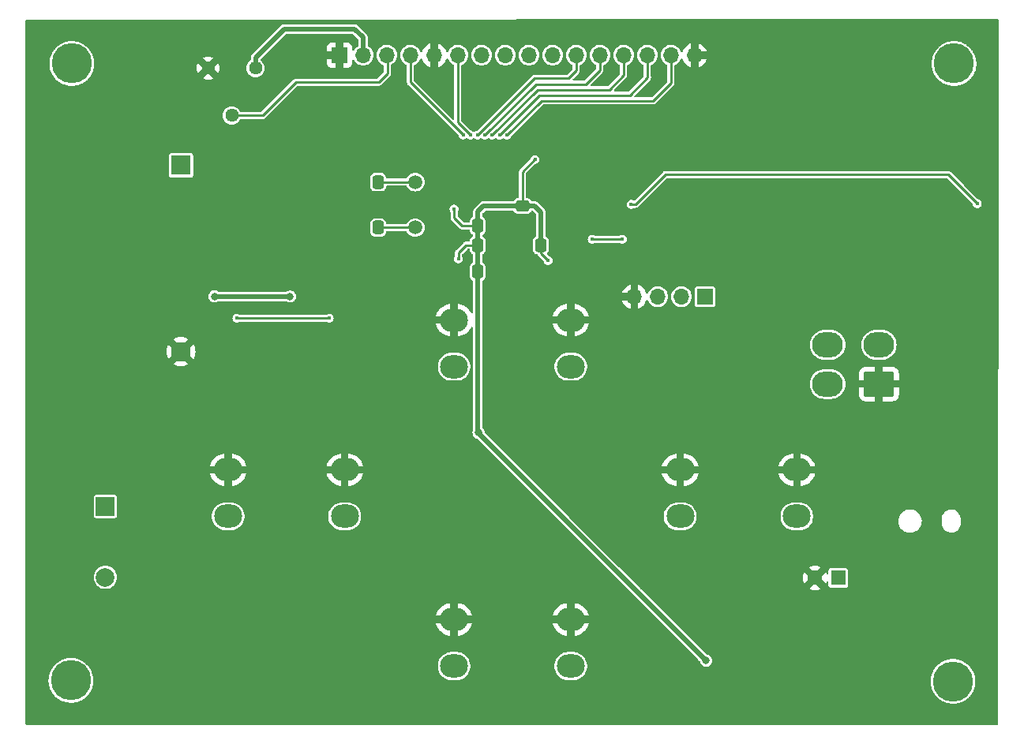
<source format=gbr>
%TF.GenerationSoftware,KiCad,Pcbnew,7.0.9*%
%TF.CreationDate,2024-02-19T11:32:55-03:00*%
%TF.ProjectId,iSTF,69535446-2e6b-4696-9361-645f70636258,rev?*%
%TF.SameCoordinates,Original*%
%TF.FileFunction,Copper,L1,Top*%
%TF.FilePolarity,Positive*%
%FSLAX46Y46*%
G04 Gerber Fmt 4.6, Leading zero omitted, Abs format (unit mm)*
G04 Created by KiCad (PCBNEW 7.0.9) date 2024-02-19 11:32:55*
%MOMM*%
%LPD*%
G01*
G04 APERTURE LIST*
G04 Aperture macros list*
%AMRoundRect*
0 Rectangle with rounded corners*
0 $1 Rounding radius*
0 $2 $3 $4 $5 $6 $7 $8 $9 X,Y pos of 4 corners*
0 Add a 4 corners polygon primitive as box body*
4,1,4,$2,$3,$4,$5,$6,$7,$8,$9,$2,$3,0*
0 Add four circle primitives for the rounded corners*
1,1,$1+$1,$2,$3*
1,1,$1+$1,$4,$5*
1,1,$1+$1,$6,$7*
1,1,$1+$1,$8,$9*
0 Add four rect primitives between the rounded corners*
20,1,$1+$1,$2,$3,$4,$5,0*
20,1,$1+$1,$4,$5,$6,$7,0*
20,1,$1+$1,$6,$7,$8,$9,0*
20,1,$1+$1,$8,$9,$2,$3,0*%
G04 Aperture macros list end*
%TA.AperFunction,SMDPad,CuDef*%
%ADD10RoundRect,0.250000X0.475000X-0.337500X0.475000X0.337500X-0.475000X0.337500X-0.475000X-0.337500X0*%
%TD*%
%TA.AperFunction,SMDPad,CuDef*%
%ADD11RoundRect,0.250000X-0.337500X-0.475000X0.337500X-0.475000X0.337500X0.475000X-0.337500X0.475000X0*%
%TD*%
%TA.AperFunction,SMDPad,CuDef*%
%ADD12RoundRect,0.250000X0.337500X0.475000X-0.337500X0.475000X-0.337500X-0.475000X0.337500X-0.475000X0*%
%TD*%
%TA.AperFunction,ComponentPad*%
%ADD13C,4.300000*%
%TD*%
%TA.AperFunction,ComponentPad*%
%ADD14O,3.000000X2.500000*%
%TD*%
%TA.AperFunction,ComponentPad*%
%ADD15C,1.500000*%
%TD*%
%TA.AperFunction,ComponentPad*%
%ADD16C,1.440000*%
%TD*%
%TA.AperFunction,ComponentPad*%
%ADD17R,1.700000X1.700000*%
%TD*%
%TA.AperFunction,ComponentPad*%
%ADD18O,1.700000X1.700000*%
%TD*%
%TA.AperFunction,ComponentPad*%
%ADD19R,1.600000X1.600000*%
%TD*%
%TA.AperFunction,ComponentPad*%
%ADD20C,1.600000*%
%TD*%
%TA.AperFunction,ComponentPad*%
%ADD21R,2.100000X2.100000*%
%TD*%
%TA.AperFunction,ComponentPad*%
%ADD22C,2.100000*%
%TD*%
%TA.AperFunction,ComponentPad*%
%ADD23RoundRect,0.250001X1.399999X-1.099999X1.399999X1.099999X-1.399999X1.099999X-1.399999X-1.099999X0*%
%TD*%
%TA.AperFunction,ComponentPad*%
%ADD24O,3.300000X2.700000*%
%TD*%
%TA.AperFunction,ComponentPad*%
%ADD25R,2.000000X2.000000*%
%TD*%
%TA.AperFunction,ComponentPad*%
%ADD26C,2.000000*%
%TD*%
%TA.AperFunction,ViaPad*%
%ADD27C,0.450000*%
%TD*%
%TA.AperFunction,ViaPad*%
%ADD28C,0.800000*%
%TD*%
%TA.AperFunction,Conductor*%
%ADD29C,0.250000*%
%TD*%
%TA.AperFunction,Conductor*%
%ADD30C,0.500000*%
%TD*%
G04 APERTURE END LIST*
D10*
%TO.P,C9,1*%
%TO.N,GND*%
X150030000Y-84179611D03*
%TO.P,C9,2*%
%TO.N,VDD*%
X150030000Y-82104611D03*
%TD*%
D11*
%TO.P,C11,1*%
%TO.N,GND*%
X132472500Y-79522111D03*
%TO.P,C11,2*%
%TO.N,OSC1*%
X134547500Y-79522111D03*
%TD*%
D12*
%TO.P,C6,1*%
%TO.N,GND*%
X147317500Y-86292111D03*
%TO.P,C6,2*%
%TO.N,VDD*%
X145242500Y-86292111D03*
%TD*%
%TO.P,C5,1*%
%TO.N,GND*%
X147317500Y-89132111D03*
%TO.P,C5,2*%
%TO.N,VDD*%
X145242500Y-89132111D03*
%TD*%
D13*
%TO.P,H4,*%
%TO.N,*%
X196200000Y-133100000D03*
%TD*%
D14*
%TO.P,SW4,1,1*%
%TO.N,GND*%
X142700000Y-126462111D03*
X155200000Y-126462111D03*
%TO.P,SW4,2,2*%
%TO.N,Net-(R10-Pad2)*%
X142700000Y-131462111D03*
X155200000Y-131462111D03*
%TD*%
D13*
%TO.P,H3,*%
%TO.N,*%
X101600000Y-133000000D03*
%TD*%
D14*
%TO.P,SW1,1,1*%
%TO.N,GND*%
X166950000Y-110402111D03*
X179450000Y-110402111D03*
%TO.P,SW1,2,2*%
%TO.N,Net-(R4-Pad2)*%
X166950000Y-115402111D03*
X179450000Y-115402111D03*
%TD*%
D12*
%TO.P,C7,1*%
%TO.N,GND*%
X147317500Y-84212111D03*
%TO.P,C7,2*%
%TO.N,VDD*%
X145242500Y-84212111D03*
%TD*%
D13*
%TO.P,H2,*%
%TO.N,*%
X196300000Y-66800000D03*
%TD*%
D14*
%TO.P,SW2,1,1*%
%TO.N,GND*%
X118470000Y-110392111D03*
X130970000Y-110392111D03*
%TO.P,SW2,2,2*%
%TO.N,Net-(R6-Pad2)*%
X118470000Y-115392111D03*
X130970000Y-115392111D03*
%TD*%
D11*
%TO.P,C8,1*%
%TO.N,GND*%
X149942500Y-86292111D03*
%TO.P,C8,2*%
%TO.N,VDD*%
X152017500Y-86292111D03*
%TD*%
D13*
%TO.P,H1,*%
%TO.N,*%
X101700000Y-66800000D03*
%TD*%
D15*
%TO.P,Y1,1,1*%
%TO.N,OSC1*%
X138530000Y-79532111D03*
%TO.P,Y1,2,2*%
%TO.N,OSC2*%
X138530000Y-84412111D03*
%TD*%
D14*
%TO.P,SW3,1,1*%
%TO.N,GND*%
X142700000Y-94332111D03*
X155200000Y-94332111D03*
%TO.P,SW3,2,2*%
%TO.N,Net-(R8-Pad2)*%
X142700000Y-99332111D03*
X155200000Y-99332111D03*
%TD*%
D11*
%TO.P,C12,1*%
%TO.N,GND*%
X132472500Y-84402111D03*
%TO.P,C12,2*%
%TO.N,OSC2*%
X134547500Y-84402111D03*
%TD*%
D16*
%TO.P,RV1,1,1*%
%TO.N,VDD*%
X121400000Y-67300000D03*
%TO.P,RV1,2,2*%
%TO.N,/Mcu/V0*%
X118860000Y-72380000D03*
%TO.P,RV1,3,3*%
%TO.N,GND*%
X116320000Y-67300000D03*
%TD*%
D17*
%TO.P,J4,1,Pin_1*%
%TO.N,GND*%
X130400000Y-65907888D03*
D18*
%TO.P,J4,2,Pin_2*%
%TO.N,VDD*%
X132940000Y-65907888D03*
%TO.P,J4,3,Pin_3*%
%TO.N,/Mcu/V0*%
X135480000Y-65907888D03*
%TO.P,J4,4,Pin_4*%
%TO.N,/Mcu/RS*%
X138020000Y-65907888D03*
%TO.P,J4,5,Pin_5*%
%TO.N,GND*%
X140560000Y-65907888D03*
%TO.P,J4,6,Pin_6*%
%TO.N,/Mcu/EN*%
X143100000Y-65907888D03*
%TO.P,J4,7,Pin_7*%
%TO.N,unconnected-(J4-Pin_7-Pad7)*%
X145640000Y-65907888D03*
%TO.P,J4,8,Pin_8*%
%TO.N,unconnected-(J4-Pin_8-Pad8)*%
X148180000Y-65907888D03*
%TO.P,J4,9,Pin_9*%
%TO.N,unconnected-(J4-Pin_9-Pad9)*%
X150720000Y-65907888D03*
%TO.P,J4,10,Pin_10*%
%TO.N,unconnected-(J4-Pin_10-Pad10)*%
X153260000Y-65907888D03*
%TO.P,J4,11,Pin_11*%
%TO.N,/Mcu/D4*%
X155800000Y-65907888D03*
%TO.P,J4,12,Pin_12*%
%TO.N,/Mcu/D5*%
X158340000Y-65907888D03*
%TO.P,J4,13,Pin_13*%
%TO.N,/Mcu/D6*%
X160880000Y-65907888D03*
%TO.P,J4,14,Pin_14*%
%TO.N,/Mcu/D7*%
X163420000Y-65907888D03*
%TO.P,J4,15,Pin_15*%
%TO.N,/Mcu/BLT*%
X165960000Y-65907888D03*
%TO.P,J4,16,Pin_16*%
%TO.N,GND*%
X168500000Y-65907888D03*
%TD*%
D19*
%TO.P,C1,1*%
%TO.N,Net-(D1-A2)*%
X183905113Y-122000000D03*
D20*
%TO.P,C1,2*%
%TO.N,GND*%
X181405113Y-122000000D03*
%TD*%
D17*
%TO.P,J1,1,Pin_1*%
%TO.N,VDD*%
X169630000Y-91822111D03*
D18*
%TO.P,J1,2,Pin_2*%
%TO.N,/Mcu/SWDIO*%
X167090000Y-91822111D03*
%TO.P,J1,3,Pin_3*%
%TO.N,/Mcu/SWCLK*%
X164550000Y-91822111D03*
%TO.P,J1,4,Pin_4*%
%TO.N,GND*%
X162010000Y-91822111D03*
%TD*%
D21*
%TO.P,J3,1,Pin_1*%
%TO.N,Net-(D3-A)*%
X113400000Y-77710914D03*
D22*
%TO.P,J3,2,Pin_2*%
%TO.N,GND*%
X113400000Y-97710914D03*
%TD*%
D23*
%TO.P,J2,1,Pin_1*%
%TO.N,GND*%
X188250000Y-101200000D03*
D24*
%TO.P,J2,2,Pin_2*%
%TO.N,Net-(J2-Pin_2)*%
X188250000Y-97000000D03*
%TO.P,J2,3,Pin_3*%
%TO.N,VDD*%
X182750000Y-101200000D03*
%TO.P,J2,4,Pin_4*%
%TO.N,Net-(J2-Pin_4)*%
X182750000Y-97000000D03*
%TD*%
D25*
%TO.P,BZ1,1,-*%
%TO.N,VDD*%
X105300000Y-114332111D03*
D26*
%TO.P,BZ1,2,+*%
%TO.N,Net-(BZ1-+)*%
X105300000Y-121932111D03*
%TD*%
D27*
%TO.N,GND*%
X110200000Y-99200000D03*
D28*
%TO.N,Net-(D3-A)*%
X125109087Y-91802111D03*
X117000000Y-91800000D03*
%TO.N,VDD*%
X145310000Y-106412111D03*
D27*
X152780000Y-87952111D03*
X143160000Y-87762111D03*
X151370000Y-77102111D03*
X142690000Y-82422111D03*
D28*
X169720000Y-130882111D03*
D27*
%TO.N,GND*%
X111760000Y-69697888D03*
X130730000Y-104127888D03*
X158990000Y-126427888D03*
X177000000Y-122100000D03*
X138790000Y-94347888D03*
X135230000Y-100697888D03*
X198790000Y-91570777D03*
X151240000Y-81017888D03*
X174470000Y-134677888D03*
X105050000Y-89247888D03*
X193700000Y-101307888D03*
X163340000Y-79407888D03*
X137620000Y-70217888D03*
D28*
X132530000Y-82017888D03*
D27*
X138810000Y-126447888D03*
X146690000Y-94317888D03*
X115260000Y-110397888D03*
X147560000Y-127497888D03*
X169610000Y-80927888D03*
X137460000Y-90787888D03*
X103840000Y-108397888D03*
X148610000Y-84227888D03*
X162020000Y-94307888D03*
X151420000Y-94297888D03*
X178030000Y-77057888D03*
X188170000Y-121937888D03*
X126920000Y-69967888D03*
X148610000Y-86277888D03*
X127720000Y-110387888D03*
X155030000Y-88017888D03*
X178070000Y-93507888D03*
%TO.N,/Mcu/LED_ON*%
X161690000Y-81922111D03*
X198800000Y-81825000D03*
%TO.N,/Mcu/RS*%
X143670000Y-74472111D03*
%TO.N,/Mcu/EN*%
X144438556Y-74463555D03*
%TO.N,/Mcu/D4*%
X145228415Y-74476302D03*
%TO.N,/Mcu/D5*%
X146006451Y-74477226D03*
%TO.N,/Mcu/D6*%
X146786591Y-74480255D03*
%TO.N,/Mcu/D7*%
X147567431Y-74483983D03*
%TO.N,/Mcu/BLT*%
X148350000Y-74482111D03*
%TO.N,/Mcu/BZ1*%
X129300000Y-94132111D03*
X119400000Y-94132111D03*
%TO.N,RSIO*%
X157510000Y-85652111D03*
X160750000Y-85652111D03*
%TD*%
D29*
%TO.N,/Mcu/V0*%
X134620000Y-68807888D02*
X135450000Y-67977888D01*
X125740000Y-68807888D02*
X134620000Y-68807888D01*
X122167888Y-72380000D02*
X125740000Y-68807888D01*
X118860000Y-72380000D02*
X122167888Y-72380000D01*
D30*
%TO.N,VDD*%
X132940000Y-64007888D02*
X132940000Y-65907888D01*
X124440000Y-63107888D02*
X132040000Y-63107888D01*
X121400000Y-66147888D02*
X124440000Y-63107888D01*
X121340000Y-67345000D02*
X121400000Y-67285000D01*
X121400000Y-67285000D02*
X121400000Y-66147888D01*
X132040000Y-63107888D02*
X132940000Y-64007888D01*
%TO.N,Net-(D3-A)*%
X117000000Y-91800000D02*
X125106976Y-91800000D01*
X125106976Y-91800000D02*
X125109087Y-91802111D01*
D29*
%TO.N,/Mcu/LED_ON*%
X195682888Y-78707888D02*
X198800000Y-81825000D01*
X162143595Y-81922111D02*
X165357818Y-78707888D01*
X161690000Y-81922111D02*
X162143595Y-81922111D01*
X165357818Y-78707888D02*
X195682888Y-78707888D01*
D30*
%TO.N,VDD*%
X145242500Y-82689611D02*
X145827500Y-82104611D01*
D29*
X151320000Y-77122111D02*
X151350000Y-77122111D01*
X152017500Y-86292111D02*
X152017500Y-87189611D01*
X143970000Y-86292111D02*
X143160000Y-87102111D01*
X150030000Y-82104611D02*
X150030000Y-78412111D01*
D30*
X169720000Y-130882111D02*
X145242500Y-106404611D01*
D29*
X143560000Y-84212111D02*
X142690000Y-83342111D01*
D30*
X145242500Y-86292111D02*
X145242500Y-84212111D01*
D29*
X150030000Y-78412111D02*
X151320000Y-77122111D01*
D30*
X145242500Y-106404611D02*
X145242500Y-86292111D01*
D29*
X142690000Y-83342111D02*
X142690000Y-82422111D01*
D30*
X151352500Y-82104611D02*
X152017500Y-82769611D01*
X145827500Y-82104611D02*
X150030000Y-82104611D01*
X145242500Y-84212111D02*
X145242500Y-82689611D01*
D29*
X145242500Y-84212111D02*
X143560000Y-84212111D01*
D30*
X150030000Y-82104611D02*
X151352500Y-82104611D01*
D29*
X145242500Y-86292111D02*
X143970000Y-86292111D01*
X151350000Y-77122111D02*
X151370000Y-77102111D01*
X143160000Y-87102111D02*
X143160000Y-87762111D01*
X152017500Y-87189611D02*
X152780000Y-87952111D01*
D30*
X152017500Y-82769611D02*
X152017500Y-86292111D01*
D29*
%TO.N,OSC1*%
X134547500Y-79522111D02*
X138520000Y-79522111D01*
X138520000Y-79522111D02*
X138530000Y-79532111D01*
%TO.N,OSC2*%
X134547500Y-84402111D02*
X138520000Y-84402111D01*
X138520000Y-84402111D02*
X138530000Y-84412111D01*
%TO.N,/Mcu/V0*%
X135540000Y-65967888D02*
X135480000Y-65907888D01*
X135480000Y-67947888D02*
X135540000Y-67887888D01*
X135540000Y-67887888D02*
X135540000Y-65967888D01*
%TO.N,/Mcu/RS*%
X143670000Y-74472111D02*
X138020000Y-68822111D01*
X138020000Y-68822111D02*
X138020000Y-65907888D01*
%TO.N,/Mcu/EN*%
X143100000Y-73124999D02*
X143100000Y-65907888D01*
X144438556Y-74463555D02*
X143100000Y-73124999D01*
X144438556Y-74463555D02*
X144438556Y-74450667D01*
%TO.N,/Mcu/D4*%
X155800000Y-67547888D02*
X155800000Y-65907888D01*
X151296829Y-68407888D02*
X154940000Y-68407888D01*
X145228415Y-74476302D02*
X151296829Y-68407888D01*
X154940000Y-68407888D02*
X155800000Y-67547888D01*
%TO.N,/Mcu/D5*%
X158340000Y-67507888D02*
X158340000Y-65907888D01*
X156840000Y-69007888D02*
X158340000Y-67507888D01*
X151475789Y-69007888D02*
X156840000Y-69007888D01*
X146006451Y-74477226D02*
X151475789Y-69007888D01*
%TO.N,/Mcu/D6*%
X146786591Y-74480255D02*
X151658958Y-69607888D01*
X160880000Y-68067888D02*
X160880000Y-65907888D01*
X159340000Y-69607888D02*
X160880000Y-68067888D01*
X151658958Y-69607888D02*
X159340000Y-69607888D01*
%TO.N,/Mcu/D7*%
X161540000Y-70207888D02*
X163440000Y-68307888D01*
X147567431Y-74483983D02*
X151843526Y-70207888D01*
X163440000Y-68307888D02*
X163420000Y-68287888D01*
X151843526Y-70207888D02*
X161540000Y-70207888D01*
X163420000Y-68287888D02*
X163420000Y-65907888D01*
%TO.N,/Mcu/BLT*%
X148350000Y-74482111D02*
X148365777Y-74482111D01*
X148365777Y-74482111D02*
X152040000Y-70807888D01*
X164040000Y-70807888D02*
X165960000Y-68887888D01*
X165960000Y-68887888D02*
X165960000Y-65907888D01*
X152040000Y-70807888D02*
X164040000Y-70807888D01*
%TO.N,/Mcu/BZ1*%
X119400000Y-94132111D02*
X129300000Y-94132111D01*
%TO.N,RSIO*%
X160750000Y-85652111D02*
X157510000Y-85652111D01*
%TD*%
%TA.AperFunction,Conductor*%
%TO.N,GND*%
G36*
X140960000Y-67198331D02*
G01*
X141023481Y-67181322D01*
X141023492Y-67181317D01*
X141237578Y-67081488D01*
X141431082Y-66945993D01*
X141598105Y-66778970D01*
X141733600Y-66585466D01*
X141833429Y-66371380D01*
X141833431Y-66371377D01*
X141842406Y-66337880D01*
X141878770Y-66278219D01*
X141941616Y-66247688D01*
X142010992Y-66255982D01*
X142064871Y-66300466D01*
X142073182Y-66314699D01*
X142160327Y-66489709D01*
X142283237Y-66652469D01*
X142433958Y-66789868D01*
X142433960Y-66789870D01*
X142505290Y-66834035D01*
X142607363Y-66897236D01*
X142645293Y-66911930D01*
X142700694Y-66954500D01*
X142724286Y-67020266D01*
X142724500Y-67027556D01*
X142724500Y-72696211D01*
X142704815Y-72763250D01*
X142652011Y-72809005D01*
X142582853Y-72818949D01*
X142519297Y-72789924D01*
X142512819Y-72783892D01*
X138431819Y-68702892D01*
X138398334Y-68641569D01*
X138395500Y-68615211D01*
X138395500Y-67027556D01*
X138415185Y-66960517D01*
X138467989Y-66914762D01*
X138474679Y-66911940D01*
X138512637Y-66897236D01*
X138686041Y-66789869D01*
X138836764Y-66652467D01*
X138959673Y-66489709D01*
X139026650Y-66355201D01*
X139046817Y-66314700D01*
X139094319Y-66263463D01*
X139161982Y-66246041D01*
X139228323Y-66267966D01*
X139272278Y-66322277D01*
X139277592Y-66337877D01*
X139286567Y-66371373D01*
X139286570Y-66371380D01*
X139386399Y-66585466D01*
X139521894Y-66778970D01*
X139688917Y-66945993D01*
X139882421Y-67081488D01*
X140096507Y-67181317D01*
X140096518Y-67181322D01*
X140159999Y-67198331D01*
X140160000Y-67198330D01*
X140160000Y-66210305D01*
X140178239Y-66238686D01*
X140286900Y-66332840D01*
X140417685Y-66392568D01*
X140524237Y-66407888D01*
X140595763Y-66407888D01*
X140702315Y-66392568D01*
X140833100Y-66332840D01*
X140941761Y-66238686D01*
X140960000Y-66210305D01*
X140960000Y-67198331D01*
G37*
%TD.AperFunction*%
%TA.AperFunction,Conductor*%
G36*
X201042873Y-62019721D02*
G01*
X201088662Y-62072495D01*
X201099901Y-62124178D01*
X201040150Y-137677709D01*
X201020412Y-137744733D01*
X200967572Y-137790446D01*
X200916150Y-137801611D01*
X131913089Y-137801611D01*
X96863881Y-137768006D01*
X96796861Y-137748257D01*
X96751156Y-137695409D01*
X96740000Y-137644006D01*
X96740000Y-133000005D01*
X99194754Y-133000005D01*
X99201917Y-133113859D01*
X99205672Y-133230975D01*
X99205672Y-133230977D01*
X99211104Y-133264580D01*
X99211777Y-133270582D01*
X99213718Y-133301444D01*
X99213720Y-133301457D01*
X99235672Y-133416538D01*
X99254866Y-133535258D01*
X99254867Y-133535262D01*
X99263649Y-133564852D01*
X99265113Y-133570877D01*
X99270316Y-133598151D01*
X99270316Y-133598152D01*
X99307476Y-133712519D01*
X99342570Y-133830759D01*
X99353780Y-133856083D01*
X99356052Y-133862022D01*
X99363655Y-133885421D01*
X99363659Y-133885431D01*
X99416167Y-133997016D01*
X99467335Y-134112607D01*
X99480057Y-134133592D01*
X99483130Y-134139321D01*
X99492267Y-134158736D01*
X99559997Y-134265462D01*
X99609399Y-134346956D01*
X99627124Y-134376194D01*
X99627129Y-134376201D01*
X99640444Y-134392898D01*
X99644318Y-134398333D01*
X99654113Y-134413766D01*
X99654117Y-134413771D01*
X99736645Y-134513529D01*
X99819299Y-134617175D01*
X99819306Y-134617183D01*
X99832377Y-134629841D01*
X99837022Y-134634864D01*
X99846651Y-134646504D01*
X99846655Y-134646508D01*
X99846656Y-134646509D01*
X99943282Y-134737247D01*
X100040723Y-134831613D01*
X100052762Y-134840598D01*
X100058124Y-134845090D01*
X100066838Y-134853274D01*
X100114280Y-134887742D01*
X100176571Y-134932999D01*
X100251987Y-134989284D01*
X100287747Y-135015972D01*
X100298097Y-135021801D01*
X100304093Y-135025649D01*
X100311205Y-135030816D01*
X100363257Y-135059432D01*
X100432777Y-135097652D01*
X100527049Y-135150744D01*
X100556318Y-135167228D01*
X100564370Y-135170487D01*
X100570977Y-135173628D01*
X100573655Y-135175100D01*
X100575896Y-135176332D01*
X100707751Y-135228537D01*
X100842025Y-135282899D01*
X100847372Y-135284301D01*
X100854474Y-135286629D01*
X100856543Y-135287448D01*
X100856738Y-135287525D01*
X100996946Y-135323524D01*
X101140179Y-135361084D01*
X101141270Y-135361224D01*
X101144965Y-135361814D01*
X101149291Y-135362639D01*
X101149302Y-135362642D01*
X101149312Y-135362643D01*
X101149316Y-135362644D01*
X101295932Y-135381166D01*
X101445883Y-135400500D01*
X101445890Y-135400500D01*
X101751027Y-135400500D01*
X101825664Y-135391070D01*
X101829443Y-135390710D01*
X101907601Y-135385693D01*
X101978281Y-135371927D01*
X101982321Y-135371279D01*
X102050698Y-135362642D01*
X102126638Y-135343143D01*
X102130146Y-135342352D01*
X102210151Y-135326772D01*
X102210158Y-135326769D01*
X102210161Y-135326769D01*
X102241528Y-135316353D01*
X102275488Y-135305078D01*
X102279562Y-135303879D01*
X102343262Y-135287525D01*
X102343273Y-135287521D01*
X102371524Y-135276335D01*
X102419101Y-135257497D01*
X102422355Y-135256314D01*
X102502683Y-135229644D01*
X102561846Y-135201152D01*
X102565915Y-135199370D01*
X102570257Y-135197651D01*
X102624104Y-135176332D01*
X102698337Y-135135520D01*
X102701290Y-135134000D01*
X102780393Y-135095907D01*
X102832804Y-135061789D01*
X102836722Y-135059442D01*
X102888795Y-135030816D01*
X102888809Y-135030806D01*
X102959877Y-134979172D01*
X102962477Y-134977382D01*
X103038720Y-134927754D01*
X103083908Y-134889284D01*
X103087633Y-134886351D01*
X103133162Y-134853274D01*
X103199540Y-134790939D01*
X103201750Y-134788962D01*
X103273424Y-134727948D01*
X103311201Y-134686350D01*
X103314630Y-134682863D01*
X103353349Y-134646504D01*
X103413398Y-134573915D01*
X103415231Y-134571801D01*
X103480650Y-134499769D01*
X103510989Y-134456273D01*
X103514052Y-134452245D01*
X103545885Y-134413768D01*
X103598769Y-134330436D01*
X103656996Y-134246963D01*
X103680053Y-134202766D01*
X103682676Y-134198218D01*
X103707733Y-134158736D01*
X103751061Y-134066659D01*
X103799567Y-133973683D01*
X103815700Y-133929841D01*
X103817775Y-133924882D01*
X103836341Y-133885430D01*
X103868738Y-133785721D01*
X103869220Y-133784413D01*
X103881165Y-133751952D01*
X103906020Y-133684415D01*
X103915711Y-133641951D01*
X103917181Y-133636626D01*
X103929681Y-133598160D01*
X103949903Y-133492148D01*
X103974609Y-133383908D01*
X103978484Y-133343722D01*
X103979291Y-133338088D01*
X103986280Y-133301457D01*
X103988223Y-133270582D01*
X103993250Y-133190668D01*
X104001996Y-133100005D01*
X193794754Y-133100005D01*
X193801917Y-133213859D01*
X193805672Y-133330975D01*
X193805672Y-133330977D01*
X193811104Y-133364580D01*
X193811777Y-133370582D01*
X193813718Y-133401444D01*
X193813720Y-133401457D01*
X193835672Y-133516538D01*
X193854866Y-133635258D01*
X193854867Y-133635262D01*
X193863649Y-133664852D01*
X193865113Y-133670877D01*
X193870316Y-133698151D01*
X193870316Y-133698152D01*
X193898769Y-133785721D01*
X193907476Y-133812519D01*
X193941549Y-133927321D01*
X193942570Y-133930759D01*
X193953780Y-133956083D01*
X193956052Y-133962022D01*
X193963655Y-133985421D01*
X193963659Y-133985431D01*
X194016167Y-134097016D01*
X194067335Y-134212607D01*
X194080057Y-134233592D01*
X194083130Y-134239321D01*
X194092267Y-134258736D01*
X194159997Y-134365462D01*
X194215058Y-134456291D01*
X194227124Y-134476194D01*
X194227129Y-134476201D01*
X194240444Y-134492898D01*
X194244318Y-134498333D01*
X194254113Y-134513766D01*
X194254117Y-134513771D01*
X194336645Y-134613529D01*
X194419299Y-134717175D01*
X194419306Y-134717183D01*
X194432377Y-134729841D01*
X194437022Y-134734864D01*
X194446651Y-134746504D01*
X194446655Y-134746508D01*
X194446656Y-134746509D01*
X194543282Y-134837247D01*
X194640723Y-134931613D01*
X194652762Y-134940598D01*
X194658124Y-134945090D01*
X194666838Y-134953274D01*
X194714280Y-134987742D01*
X194776571Y-135032999D01*
X194863198Y-135097651D01*
X194887747Y-135115972D01*
X194898097Y-135121801D01*
X194904093Y-135125649D01*
X194911205Y-135130816D01*
X194963257Y-135159432D01*
X195032777Y-135197652D01*
X195127049Y-135250744D01*
X195156318Y-135267228D01*
X195164370Y-135270487D01*
X195170977Y-135273628D01*
X195173655Y-135275100D01*
X195175896Y-135276332D01*
X195307751Y-135328537D01*
X195442025Y-135382899D01*
X195447372Y-135384301D01*
X195454474Y-135386629D01*
X195456543Y-135387448D01*
X195456738Y-135387525D01*
X195596946Y-135423524D01*
X195740179Y-135461084D01*
X195741270Y-135461224D01*
X195744965Y-135461814D01*
X195749291Y-135462639D01*
X195749302Y-135462642D01*
X195749312Y-135462643D01*
X195749316Y-135462644D01*
X195895932Y-135481166D01*
X196045883Y-135500500D01*
X196045890Y-135500500D01*
X196351027Y-135500500D01*
X196425664Y-135491070D01*
X196429443Y-135490710D01*
X196507601Y-135485693D01*
X196578281Y-135471927D01*
X196582321Y-135471279D01*
X196650698Y-135462642D01*
X196726638Y-135443143D01*
X196730146Y-135442352D01*
X196810151Y-135426772D01*
X196810158Y-135426769D01*
X196810161Y-135426769D01*
X196841528Y-135416353D01*
X196875488Y-135405078D01*
X196879562Y-135403879D01*
X196943262Y-135387525D01*
X196943273Y-135387521D01*
X196960100Y-135380858D01*
X197019101Y-135357497D01*
X197022355Y-135356314D01*
X197102683Y-135329644D01*
X197161846Y-135301152D01*
X197165915Y-135299370D01*
X197224104Y-135276332D01*
X197298337Y-135235520D01*
X197301290Y-135234000D01*
X197380393Y-135195907D01*
X197432804Y-135161789D01*
X197436722Y-135159442D01*
X197488795Y-135130816D01*
X197488809Y-135130806D01*
X197559877Y-135079172D01*
X197562477Y-135077382D01*
X197638720Y-135027754D01*
X197683908Y-134989284D01*
X197687633Y-134986351D01*
X197733162Y-134953274D01*
X197799540Y-134890939D01*
X197801750Y-134888962D01*
X197873424Y-134827948D01*
X197911201Y-134786350D01*
X197914630Y-134782863D01*
X197953349Y-134746504D01*
X198013398Y-134673915D01*
X198015231Y-134671801D01*
X198080650Y-134599769D01*
X198110989Y-134556273D01*
X198114052Y-134552245D01*
X198145885Y-134513768D01*
X198198769Y-134430436D01*
X198256996Y-134346963D01*
X198280053Y-134302766D01*
X198282676Y-134298218D01*
X198307733Y-134258736D01*
X198351061Y-134166659D01*
X198399567Y-134073683D01*
X198415700Y-134029841D01*
X198417775Y-134024882D01*
X198436341Y-133985430D01*
X198468738Y-133885721D01*
X198468842Y-133885440D01*
X198495677Y-133812519D01*
X198506020Y-133784415D01*
X198515711Y-133741951D01*
X198517181Y-133736626D01*
X198529681Y-133698160D01*
X198549903Y-133592148D01*
X198574609Y-133483908D01*
X198578484Y-133443722D01*
X198579291Y-133438088D01*
X198586280Y-133401457D01*
X198588223Y-133370582D01*
X198593250Y-133290668D01*
X198599008Y-133230977D01*
X198604206Y-133177098D01*
X198603012Y-133139892D01*
X198603102Y-133134060D01*
X198605246Y-133100000D01*
X198601095Y-133034035D01*
X198598082Y-132986140D01*
X198596834Y-132947218D01*
X198594327Y-132869022D01*
X198588892Y-132835408D01*
X198588222Y-132829432D01*
X198586280Y-132798543D01*
X198564327Y-132683461D01*
X198545133Y-132564739D01*
X198536344Y-132535130D01*
X198534884Y-132529122D01*
X198529681Y-132501840D01*
X198492523Y-132387480D01*
X198457431Y-132269244D01*
X198446217Y-132243914D01*
X198443946Y-132237978D01*
X198436341Y-132214570D01*
X198383832Y-132102983D01*
X198332665Y-131987396D01*
X198332666Y-131987396D01*
X198319944Y-131966409D01*
X198316865Y-131960671D01*
X198307733Y-131941264D01*
X198240002Y-131834537D01*
X198217383Y-131797225D01*
X198172880Y-131723811D01*
X198159557Y-131707104D01*
X198155680Y-131701665D01*
X198145889Y-131686239D01*
X198145885Y-131686232D01*
X198063354Y-131586470D01*
X198029258Y-131543714D01*
X197980695Y-131482817D01*
X197972968Y-131475335D01*
X197967612Y-131470149D01*
X197962981Y-131465140D01*
X197953349Y-131453496D01*
X197856717Y-131362752D01*
X197759276Y-131268386D01*
X197747229Y-131259395D01*
X197741867Y-131254900D01*
X197733164Y-131246727D01*
X197623428Y-131167000D01*
X197512257Y-131084031D01*
X197512254Y-131084029D01*
X197512255Y-131084029D01*
X197512253Y-131084028D01*
X197509272Y-131082349D01*
X197501906Y-131078199D01*
X197495892Y-131074339D01*
X197488797Y-131069185D01*
X197488796Y-131069184D01*
X197367222Y-131002347D01*
X197243682Y-130932772D01*
X197235625Y-130929510D01*
X197229022Y-130926371D01*
X197225708Y-130924549D01*
X197224110Y-130923671D01*
X197224108Y-130923670D01*
X197224104Y-130923668D01*
X197092248Y-130871462D01*
X196957975Y-130817101D01*
X196957971Y-130817100D01*
X196957969Y-130817099D01*
X196952616Y-130815694D01*
X196945537Y-130813374D01*
X196943280Y-130812481D01*
X196943251Y-130812471D01*
X196803053Y-130776475D01*
X196659821Y-130738916D01*
X196659816Y-130738915D01*
X196659811Y-130738914D01*
X196659813Y-130738914D01*
X196658708Y-130738772D01*
X196655029Y-130738184D01*
X196650689Y-130737356D01*
X196504067Y-130718833D01*
X196354123Y-130699500D01*
X196354117Y-130699500D01*
X196351027Y-130699500D01*
X196048973Y-130699500D01*
X196048960Y-130699500D01*
X195974341Y-130708927D01*
X195970543Y-130709289D01*
X195925757Y-130712165D01*
X195892399Y-130714307D01*
X195892393Y-130714308D01*
X195892386Y-130714309D01*
X195821730Y-130728068D01*
X195817650Y-130728722D01*
X195749302Y-130737357D01*
X195749299Y-130737358D01*
X195673379Y-130756849D01*
X195669813Y-130757654D01*
X195589852Y-130773227D01*
X195589849Y-130773228D01*
X195524524Y-130794916D01*
X195520415Y-130796124D01*
X195456734Y-130812476D01*
X195380910Y-130842496D01*
X195377624Y-130843690D01*
X195297318Y-130870354D01*
X195238163Y-130898841D01*
X195234087Y-130900627D01*
X195175893Y-130923669D01*
X195101677Y-130964469D01*
X195098710Y-130965998D01*
X195019609Y-131004091D01*
X195019608Y-131004091D01*
X194967220Y-131038192D01*
X194963266Y-131040561D01*
X194911210Y-131069181D01*
X194911201Y-131069186D01*
X194840130Y-131120821D01*
X194837512Y-131122622D01*
X194761283Y-131172243D01*
X194761279Y-131172246D01*
X194716096Y-131210710D01*
X194712349Y-131213659D01*
X194666835Y-131246728D01*
X194666834Y-131246729D01*
X194600486Y-131309033D01*
X194598235Y-131311045D01*
X194526580Y-131372048D01*
X194488803Y-131413641D01*
X194485349Y-131417153D01*
X194446652Y-131453494D01*
X194386605Y-131526076D01*
X194384739Y-131528228D01*
X194370676Y-131543714D01*
X194319346Y-131600235D01*
X194319344Y-131600237D01*
X194289016Y-131643714D01*
X194285938Y-131647762D01*
X194254116Y-131686229D01*
X194201230Y-131769563D01*
X194143004Y-131853036D01*
X194143001Y-131853040D01*
X194119949Y-131897225D01*
X194117330Y-131901768D01*
X194092267Y-131941263D01*
X194048938Y-132033340D01*
X194000434Y-132126313D01*
X193984305Y-132170139D01*
X193982220Y-132175123D01*
X193963658Y-132214572D01*
X193963657Y-132214574D01*
X193931261Y-132314278D01*
X193893982Y-132415575D01*
X193893978Y-132415590D01*
X193884291Y-132458028D01*
X193882811Y-132463390D01*
X193870320Y-132501835D01*
X193850096Y-132607851D01*
X193825391Y-132716088D01*
X193821515Y-132756266D01*
X193820703Y-132761931D01*
X193813721Y-132798536D01*
X193813718Y-132798556D01*
X193806749Y-132909331D01*
X193795794Y-133022901D01*
X193795793Y-133022903D01*
X193796986Y-133060079D01*
X193796895Y-133065961D01*
X193794754Y-133099993D01*
X193794754Y-133100005D01*
X104001996Y-133100005D01*
X104004206Y-133077097D01*
X104004181Y-133076336D01*
X104003012Y-133039892D01*
X104003102Y-133034060D01*
X104005246Y-133000000D01*
X104002893Y-132962611D01*
X103998082Y-132886140D01*
X103995274Y-132798556D01*
X103994327Y-132769022D01*
X103988892Y-132735408D01*
X103988222Y-132729432D01*
X103986280Y-132698543D01*
X103964327Y-132583461D01*
X103945133Y-132464739D01*
X103936344Y-132435130D01*
X103934884Y-132429122D01*
X103929681Y-132401840D01*
X103892523Y-132287480D01*
X103857431Y-132169244D01*
X103846217Y-132143914D01*
X103843946Y-132137978D01*
X103836341Y-132114570D01*
X103783832Y-132002983D01*
X103732665Y-131887396D01*
X103732666Y-131887396D01*
X103719944Y-131866409D01*
X103716865Y-131860671D01*
X103707733Y-131841264D01*
X103640002Y-131734537D01*
X103610724Y-131686239D01*
X103572880Y-131623811D01*
X103559557Y-131607104D01*
X103555680Y-131601665D01*
X103546036Y-131586470D01*
X103546021Y-131586446D01*
X140949500Y-131586446D01*
X140952947Y-131607104D01*
X140990429Y-131831727D01*
X141071169Y-132066913D01*
X141071172Y-132066922D01*
X141189524Y-132285617D01*
X141189526Y-132285620D01*
X141342262Y-132481855D01*
X141452636Y-132583461D01*
X141525217Y-132650277D01*
X141733393Y-132786284D01*
X141961118Y-132886174D01*
X142202175Y-132947218D01*
X142202179Y-132947219D01*
X142202181Y-132947219D01*
X142202186Y-132947220D01*
X142335376Y-132958256D01*
X142387933Y-132962611D01*
X142387935Y-132962611D01*
X143012065Y-132962611D01*
X143012067Y-132962611D01*
X143073284Y-132957538D01*
X143197813Y-132947220D01*
X143197816Y-132947219D01*
X143197821Y-132947219D01*
X143438881Y-132886174D01*
X143666607Y-132786284D01*
X143874785Y-132650275D01*
X144057738Y-132481855D01*
X144210474Y-132285620D01*
X144328828Y-132066921D01*
X144409571Y-131831725D01*
X144450500Y-131586446D01*
X153449500Y-131586446D01*
X153452947Y-131607104D01*
X153490429Y-131831727D01*
X153571169Y-132066913D01*
X153571172Y-132066922D01*
X153689524Y-132285617D01*
X153689526Y-132285620D01*
X153842262Y-132481855D01*
X153952636Y-132583461D01*
X154025217Y-132650277D01*
X154233393Y-132786284D01*
X154461118Y-132886174D01*
X154702175Y-132947218D01*
X154702179Y-132947219D01*
X154702181Y-132947219D01*
X154702186Y-132947220D01*
X154835376Y-132958256D01*
X154887933Y-132962611D01*
X154887935Y-132962611D01*
X155512065Y-132962611D01*
X155512067Y-132962611D01*
X155573284Y-132957538D01*
X155697813Y-132947220D01*
X155697816Y-132947219D01*
X155697821Y-132947219D01*
X155938881Y-132886174D01*
X156166607Y-132786284D01*
X156374785Y-132650275D01*
X156557738Y-132481855D01*
X156710474Y-132285620D01*
X156828828Y-132066921D01*
X156909571Y-131831725D01*
X156950500Y-131586446D01*
X156950500Y-131337776D01*
X156909571Y-131092497D01*
X156828828Y-130857301D01*
X156805799Y-130814748D01*
X156763917Y-130737356D01*
X156710474Y-130638602D01*
X156557738Y-130442367D01*
X156374785Y-130273947D01*
X156374782Y-130273944D01*
X156166606Y-130137937D01*
X155938881Y-130038047D01*
X155697824Y-129977003D01*
X155697813Y-129977001D01*
X155532548Y-129963308D01*
X155512067Y-129961611D01*
X154887933Y-129961611D01*
X154868521Y-129963219D01*
X154702186Y-129977001D01*
X154702175Y-129977003D01*
X154461118Y-130038047D01*
X154233393Y-130137937D01*
X154025217Y-130273944D01*
X153842261Y-130442368D01*
X153689524Y-130638604D01*
X153571172Y-130857299D01*
X153571169Y-130857308D01*
X153490429Y-131092494D01*
X153453527Y-131313641D01*
X153449500Y-131337776D01*
X153449500Y-131586446D01*
X144450500Y-131586446D01*
X144450500Y-131337776D01*
X144409571Y-131092497D01*
X144328828Y-130857301D01*
X144305799Y-130814748D01*
X144263917Y-130737356D01*
X144210474Y-130638602D01*
X144057738Y-130442367D01*
X143874785Y-130273947D01*
X143874782Y-130273944D01*
X143666606Y-130137937D01*
X143438881Y-130038047D01*
X143197824Y-129977003D01*
X143197813Y-129977001D01*
X143032548Y-129963308D01*
X143012067Y-129961611D01*
X142387933Y-129961611D01*
X142368521Y-129963219D01*
X142202186Y-129977001D01*
X142202175Y-129977003D01*
X141961118Y-130038047D01*
X141733393Y-130137937D01*
X141525217Y-130273944D01*
X141342261Y-130442368D01*
X141189524Y-130638604D01*
X141071172Y-130857299D01*
X141071169Y-130857308D01*
X140990429Y-131092494D01*
X140953527Y-131313641D01*
X140949500Y-131337776D01*
X140949500Y-131586446D01*
X103546021Y-131586446D01*
X103545885Y-131586232D01*
X103463354Y-131486470D01*
X103446334Y-131465127D01*
X103380695Y-131382817D01*
X103372968Y-131375335D01*
X103367612Y-131370149D01*
X103362981Y-131365140D01*
X103353349Y-131353496D01*
X103256717Y-131262752D01*
X103159276Y-131168386D01*
X103147229Y-131159395D01*
X103141867Y-131154900D01*
X103133164Y-131146727D01*
X103023428Y-131067000D01*
X102912257Y-130984031D01*
X102912254Y-130984029D01*
X102912255Y-130984029D01*
X102912253Y-130984028D01*
X102909272Y-130982349D01*
X102901906Y-130978199D01*
X102895892Y-130974339D01*
X102888797Y-130969185D01*
X102888796Y-130969184D01*
X102767222Y-130902347D01*
X102643682Y-130832772D01*
X102635625Y-130829510D01*
X102629022Y-130826371D01*
X102625708Y-130824549D01*
X102624110Y-130823671D01*
X102624108Y-130823670D01*
X102624104Y-130823668D01*
X102492248Y-130771462D01*
X102357975Y-130717101D01*
X102357971Y-130717100D01*
X102357969Y-130717099D01*
X102352616Y-130715694D01*
X102345537Y-130713374D01*
X102343280Y-130712481D01*
X102343251Y-130712471D01*
X102203053Y-130676475D01*
X102059821Y-130638916D01*
X102059816Y-130638915D01*
X102059811Y-130638914D01*
X102059813Y-130638914D01*
X102058708Y-130638772D01*
X102055029Y-130638184D01*
X102050689Y-130637356D01*
X101904067Y-130618833D01*
X101754123Y-130599500D01*
X101754117Y-130599500D01*
X101751027Y-130599500D01*
X101448973Y-130599500D01*
X101448960Y-130599500D01*
X101374341Y-130608927D01*
X101370543Y-130609289D01*
X101325757Y-130612165D01*
X101292399Y-130614307D01*
X101292393Y-130614308D01*
X101292386Y-130614309D01*
X101221730Y-130628068D01*
X101217650Y-130628722D01*
X101149302Y-130637357D01*
X101149299Y-130637358D01*
X101073379Y-130656849D01*
X101069813Y-130657654D01*
X100989852Y-130673227D01*
X100989849Y-130673228D01*
X100924524Y-130694916D01*
X100920415Y-130696124D01*
X100856734Y-130712476D01*
X100780910Y-130742496D01*
X100777624Y-130743690D01*
X100697318Y-130770354D01*
X100638163Y-130798841D01*
X100634087Y-130800627D01*
X100575893Y-130823669D01*
X100501677Y-130864469D01*
X100498710Y-130865998D01*
X100419609Y-130904091D01*
X100419608Y-130904091D01*
X100367220Y-130938192D01*
X100363266Y-130940561D01*
X100311210Y-130969181D01*
X100311201Y-130969186D01*
X100240130Y-131020821D01*
X100237512Y-131022622D01*
X100161283Y-131072243D01*
X100161279Y-131072246D01*
X100116096Y-131110710D01*
X100112349Y-131113659D01*
X100066835Y-131146728D01*
X100066834Y-131146729D01*
X100000486Y-131209033D01*
X99998235Y-131211045D01*
X99926580Y-131272048D01*
X99888803Y-131313641D01*
X99885349Y-131317153D01*
X99846652Y-131353494D01*
X99786605Y-131426076D01*
X99784739Y-131428228D01*
X99761793Y-131453496D01*
X99719346Y-131500235D01*
X99719344Y-131500237D01*
X99689016Y-131543714D01*
X99685938Y-131547762D01*
X99654116Y-131586229D01*
X99601230Y-131669563D01*
X99543004Y-131753036D01*
X99543001Y-131753040D01*
X99519949Y-131797225D01*
X99517330Y-131801768D01*
X99492267Y-131841263D01*
X99448938Y-131933340D01*
X99400434Y-132026313D01*
X99384305Y-132070139D01*
X99382220Y-132075123D01*
X99363658Y-132114572D01*
X99363657Y-132114574D01*
X99331261Y-132214278D01*
X99293982Y-132315575D01*
X99293978Y-132315590D01*
X99284291Y-132358028D01*
X99282811Y-132363390D01*
X99270320Y-132401835D01*
X99250096Y-132507851D01*
X99225391Y-132616088D01*
X99221515Y-132656266D01*
X99220703Y-132661931D01*
X99213721Y-132698536D01*
X99213718Y-132698556D01*
X99206749Y-132809331D01*
X99195794Y-132922901D01*
X99195793Y-132922903D01*
X99196986Y-132960079D01*
X99196895Y-132965961D01*
X99194754Y-132999993D01*
X99194754Y-133000005D01*
X96740000Y-133000005D01*
X96740000Y-126862111D01*
X140742021Y-126862111D01*
X140816404Y-127103252D01*
X140816405Y-127103256D01*
X140930204Y-127339560D01*
X140930206Y-127339564D01*
X141077958Y-127556278D01*
X141077959Y-127556280D01*
X141256351Y-127748540D01*
X141256360Y-127748548D01*
X141461426Y-127912082D01*
X141688573Y-128043227D01*
X141932728Y-128139051D01*
X142188447Y-128197417D01*
X142299999Y-128205776D01*
X142300000Y-128205776D01*
X142300000Y-126911463D01*
X142397412Y-126986210D01*
X142543369Y-127046667D01*
X142660677Y-127062111D01*
X142739323Y-127062111D01*
X142856631Y-127046667D01*
X143002588Y-126986210D01*
X143100000Y-126911463D01*
X143100000Y-128205776D01*
X143211552Y-128197417D01*
X143467271Y-128139051D01*
X143711426Y-128043227D01*
X143938573Y-127912082D01*
X144143639Y-127748548D01*
X144143648Y-127748540D01*
X144322040Y-127556280D01*
X144322041Y-127556278D01*
X144469793Y-127339565D01*
X144469798Y-127339556D01*
X144583595Y-127103254D01*
X144657979Y-126862111D01*
X153242021Y-126862111D01*
X153316404Y-127103252D01*
X153316405Y-127103256D01*
X153430204Y-127339560D01*
X153430206Y-127339564D01*
X153577958Y-127556278D01*
X153577959Y-127556280D01*
X153756351Y-127748540D01*
X153756360Y-127748548D01*
X153961426Y-127912082D01*
X154188573Y-128043227D01*
X154432728Y-128139051D01*
X154688447Y-128197417D01*
X154799999Y-128205776D01*
X154800000Y-128205776D01*
X154800000Y-126911463D01*
X154897412Y-126986210D01*
X155043369Y-127046667D01*
X155160677Y-127062111D01*
X155239323Y-127062111D01*
X155356631Y-127046667D01*
X155502588Y-126986210D01*
X155600000Y-126911463D01*
X155600000Y-128205776D01*
X155711552Y-128197417D01*
X155967271Y-128139051D01*
X156211426Y-128043227D01*
X156438573Y-127912082D01*
X156643639Y-127748548D01*
X156643648Y-127748540D01*
X156822040Y-127556280D01*
X156822041Y-127556278D01*
X156969793Y-127339565D01*
X156969798Y-127339556D01*
X157083595Y-127103254D01*
X157157979Y-126862111D01*
X155649353Y-126862111D01*
X155724099Y-126764700D01*
X155784556Y-126618742D01*
X155805177Y-126462111D01*
X155784556Y-126305480D01*
X155724099Y-126159523D01*
X155649353Y-126062111D01*
X157157978Y-126062111D01*
X157083595Y-125820969D01*
X157083594Y-125820965D01*
X156969795Y-125584661D01*
X156969793Y-125584657D01*
X156822041Y-125367943D01*
X156822040Y-125367941D01*
X156643648Y-125175681D01*
X156643639Y-125175673D01*
X156438573Y-125012139D01*
X156211426Y-124880994D01*
X155967270Y-124785169D01*
X155711550Y-124726804D01*
X155711545Y-124726803D01*
X155600000Y-124718444D01*
X155600000Y-126012758D01*
X155502588Y-125938012D01*
X155356631Y-125877555D01*
X155239323Y-125862111D01*
X155160677Y-125862111D01*
X155043369Y-125877555D01*
X154897412Y-125938012D01*
X154800000Y-126012758D01*
X154800000Y-124718445D01*
X154799999Y-124718444D01*
X154688454Y-124726803D01*
X154688449Y-124726804D01*
X154432729Y-124785169D01*
X154188573Y-124880994D01*
X153961426Y-125012139D01*
X153756360Y-125175673D01*
X153756351Y-125175681D01*
X153577959Y-125367941D01*
X153577958Y-125367943D01*
X153430206Y-125584656D01*
X153430201Y-125584665D01*
X153316404Y-125820967D01*
X153242021Y-126062111D01*
X154750647Y-126062111D01*
X154675901Y-126159522D01*
X154615444Y-126305480D01*
X154594823Y-126462111D01*
X154615444Y-126618742D01*
X154675901Y-126764699D01*
X154750647Y-126862111D01*
X153242021Y-126862111D01*
X144657979Y-126862111D01*
X143149353Y-126862111D01*
X143224099Y-126764700D01*
X143284556Y-126618742D01*
X143305177Y-126462111D01*
X143284556Y-126305480D01*
X143224099Y-126159523D01*
X143149353Y-126062111D01*
X144657978Y-126062111D01*
X144583595Y-125820969D01*
X144583594Y-125820965D01*
X144469795Y-125584661D01*
X144469793Y-125584657D01*
X144322041Y-125367943D01*
X144322040Y-125367941D01*
X144143648Y-125175681D01*
X144143639Y-125175673D01*
X143938573Y-125012139D01*
X143711426Y-124880994D01*
X143467270Y-124785169D01*
X143211550Y-124726804D01*
X143211545Y-124726803D01*
X143100000Y-124718444D01*
X143100000Y-126012758D01*
X143002588Y-125938012D01*
X142856631Y-125877555D01*
X142739323Y-125862111D01*
X142660677Y-125862111D01*
X142543369Y-125877555D01*
X142397412Y-125938012D01*
X142300000Y-126012758D01*
X142300000Y-124718445D01*
X142299999Y-124718444D01*
X142188454Y-124726803D01*
X142188449Y-124726804D01*
X141932729Y-124785169D01*
X141688573Y-124880994D01*
X141461426Y-125012139D01*
X141256360Y-125175673D01*
X141256351Y-125175681D01*
X141077959Y-125367941D01*
X141077958Y-125367943D01*
X140930206Y-125584656D01*
X140930201Y-125584665D01*
X140816404Y-125820967D01*
X140742021Y-126062111D01*
X142250647Y-126062111D01*
X142175901Y-126159522D01*
X142115444Y-126305480D01*
X142094823Y-126462111D01*
X142115444Y-126618742D01*
X142175901Y-126764699D01*
X142250647Y-126862111D01*
X140742021Y-126862111D01*
X96740000Y-126862111D01*
X96740000Y-121932113D01*
X104044723Y-121932113D01*
X104063793Y-122150086D01*
X104063793Y-122150090D01*
X104120422Y-122361433D01*
X104120424Y-122361437D01*
X104120425Y-122361441D01*
X104139772Y-122402931D01*
X104212897Y-122559749D01*
X104235791Y-122592444D01*
X104338402Y-122738988D01*
X104493123Y-122893709D01*
X104672361Y-123019213D01*
X104870670Y-123111686D01*
X105082023Y-123168318D01*
X105264926Y-123184319D01*
X105299998Y-123187388D01*
X105300000Y-123187388D01*
X105300002Y-123187388D01*
X105328254Y-123184916D01*
X105517977Y-123168318D01*
X105729330Y-123111686D01*
X105927639Y-123019213D01*
X106106877Y-122893709D01*
X106261598Y-122738988D01*
X106387102Y-122559750D01*
X106479575Y-122361441D01*
X106536207Y-122150088D01*
X106555277Y-121932111D01*
X106536207Y-121714134D01*
X106479575Y-121502781D01*
X106387102Y-121304473D01*
X106387100Y-121304470D01*
X106387099Y-121304468D01*
X106261599Y-121125235D01*
X106238624Y-121102260D01*
X106106877Y-120970513D01*
X105927639Y-120845009D01*
X105927640Y-120845009D01*
X105927638Y-120845008D01*
X105774791Y-120773735D01*
X105729330Y-120752536D01*
X105729326Y-120752535D01*
X105729322Y-120752533D01*
X105517977Y-120695904D01*
X105300002Y-120676834D01*
X105299998Y-120676834D01*
X105154682Y-120689547D01*
X105082023Y-120695904D01*
X105082020Y-120695904D01*
X104870677Y-120752533D01*
X104870668Y-120752537D01*
X104672361Y-120845009D01*
X104672357Y-120845011D01*
X104493121Y-120970513D01*
X104338402Y-121125232D01*
X104212900Y-121304468D01*
X104212898Y-121304472D01*
X104120426Y-121502779D01*
X104120422Y-121502788D01*
X104063793Y-121714131D01*
X104063793Y-121714135D01*
X104044723Y-121932108D01*
X104044723Y-121932113D01*
X96740000Y-121932113D01*
X96740000Y-115356789D01*
X104049500Y-115356789D01*
X104064032Y-115429846D01*
X104064033Y-115429850D01*
X104075868Y-115447562D01*
X104119399Y-115512712D01*
X104172600Y-115548259D01*
X104202260Y-115568077D01*
X104202264Y-115568078D01*
X104275321Y-115582610D01*
X104275324Y-115582611D01*
X104275326Y-115582611D01*
X106324676Y-115582611D01*
X106324677Y-115582610D01*
X106397740Y-115568077D01*
X106475014Y-115516445D01*
X116719500Y-115516445D01*
X116760429Y-115761727D01*
X116841169Y-115996913D01*
X116841172Y-115996922D01*
X116939919Y-116179390D01*
X116959526Y-116215620D01*
X117112262Y-116411855D01*
X117202545Y-116494966D01*
X117295217Y-116580277D01*
X117503393Y-116716284D01*
X117731118Y-116816174D01*
X117972175Y-116877218D01*
X117972179Y-116877219D01*
X117972181Y-116877219D01*
X117972186Y-116877220D01*
X118092849Y-116887218D01*
X118157933Y-116892611D01*
X118157935Y-116892611D01*
X118782065Y-116892611D01*
X118782067Y-116892611D01*
X118847151Y-116887218D01*
X118967813Y-116877220D01*
X118967816Y-116877219D01*
X118967821Y-116877219D01*
X119208881Y-116816174D01*
X119436607Y-116716284D01*
X119644785Y-116580275D01*
X119827738Y-116411855D01*
X119980474Y-116215620D01*
X120098828Y-115996921D01*
X120179571Y-115761725D01*
X120220500Y-115516446D01*
X120220500Y-115516445D01*
X129219500Y-115516445D01*
X129260429Y-115761727D01*
X129341169Y-115996913D01*
X129341172Y-115996922D01*
X129439919Y-116179390D01*
X129459526Y-116215620D01*
X129612262Y-116411855D01*
X129702545Y-116494966D01*
X129795217Y-116580277D01*
X130003393Y-116716284D01*
X130231118Y-116816174D01*
X130472175Y-116877218D01*
X130472179Y-116877219D01*
X130472181Y-116877219D01*
X130472186Y-116877220D01*
X130592849Y-116887218D01*
X130657933Y-116892611D01*
X130657935Y-116892611D01*
X131282065Y-116892611D01*
X131282067Y-116892611D01*
X131347151Y-116887218D01*
X131467813Y-116877220D01*
X131467816Y-116877219D01*
X131467821Y-116877219D01*
X131708881Y-116816174D01*
X131936607Y-116716284D01*
X132144785Y-116580275D01*
X132327738Y-116411855D01*
X132480474Y-116215620D01*
X132598828Y-115996921D01*
X132679571Y-115761725D01*
X132720500Y-115516446D01*
X132720500Y-115267776D01*
X132679571Y-115022497D01*
X132598828Y-114787301D01*
X132480474Y-114568602D01*
X132327738Y-114372367D01*
X132144785Y-114203947D01*
X132144782Y-114203944D01*
X131936606Y-114067937D01*
X131708881Y-113968047D01*
X131467824Y-113907003D01*
X131467813Y-113907001D01*
X131302548Y-113893308D01*
X131282067Y-113891611D01*
X130657933Y-113891611D01*
X130638521Y-113893219D01*
X130472186Y-113907001D01*
X130472175Y-113907003D01*
X130231118Y-113968047D01*
X130003393Y-114067937D01*
X129795217Y-114203944D01*
X129612261Y-114372368D01*
X129459524Y-114568604D01*
X129341172Y-114787299D01*
X129341169Y-114787308D01*
X129260429Y-115022494D01*
X129219500Y-115267776D01*
X129219500Y-115516445D01*
X120220500Y-115516445D01*
X120220500Y-115267776D01*
X120179571Y-115022497D01*
X120098828Y-114787301D01*
X119980474Y-114568602D01*
X119827738Y-114372367D01*
X119644785Y-114203947D01*
X119644782Y-114203944D01*
X119436606Y-114067937D01*
X119208881Y-113968047D01*
X118967824Y-113907003D01*
X118967813Y-113907001D01*
X118802548Y-113893308D01*
X118782067Y-113891611D01*
X118157933Y-113891611D01*
X118138521Y-113893219D01*
X117972186Y-113907001D01*
X117972175Y-113907003D01*
X117731118Y-113968047D01*
X117503393Y-114067937D01*
X117295217Y-114203944D01*
X117112261Y-114372368D01*
X116959524Y-114568604D01*
X116841172Y-114787299D01*
X116841169Y-114787308D01*
X116760429Y-115022494D01*
X116719500Y-115267776D01*
X116719500Y-115516445D01*
X106475014Y-115516445D01*
X106480601Y-115512712D01*
X106535966Y-115429851D01*
X106550500Y-115356785D01*
X106550500Y-113307437D01*
X106550500Y-113307434D01*
X106550499Y-113307432D01*
X106535967Y-113234375D01*
X106535966Y-113234371D01*
X106480601Y-113151510D01*
X106397740Y-113096145D01*
X106397739Y-113096144D01*
X106397735Y-113096143D01*
X106324677Y-113081611D01*
X106324674Y-113081611D01*
X104275326Y-113081611D01*
X104275323Y-113081611D01*
X104202264Y-113096143D01*
X104202260Y-113096144D01*
X104119399Y-113151510D01*
X104064033Y-113234371D01*
X104064032Y-113234375D01*
X104049500Y-113307432D01*
X104049500Y-115356789D01*
X96740000Y-115356789D01*
X96740000Y-110792111D01*
X116512021Y-110792111D01*
X116586404Y-111033252D01*
X116586405Y-111033256D01*
X116700204Y-111269560D01*
X116700206Y-111269564D01*
X116847958Y-111486278D01*
X116847959Y-111486280D01*
X117026351Y-111678540D01*
X117026360Y-111678548D01*
X117231426Y-111842082D01*
X117458573Y-111973227D01*
X117702728Y-112069051D01*
X117958447Y-112127417D01*
X118069999Y-112135776D01*
X118070000Y-112135776D01*
X118070000Y-110841463D01*
X118167412Y-110916210D01*
X118313369Y-110976667D01*
X118430677Y-110992111D01*
X118509323Y-110992111D01*
X118626631Y-110976667D01*
X118772588Y-110916210D01*
X118870000Y-110841463D01*
X118870000Y-112135776D01*
X118981552Y-112127417D01*
X119237271Y-112069051D01*
X119481426Y-111973227D01*
X119708573Y-111842082D01*
X119913639Y-111678548D01*
X119913648Y-111678540D01*
X120092040Y-111486280D01*
X120092041Y-111486278D01*
X120239793Y-111269565D01*
X120239798Y-111269556D01*
X120353595Y-111033254D01*
X120427979Y-110792111D01*
X129012021Y-110792111D01*
X129086404Y-111033252D01*
X129086405Y-111033256D01*
X129200204Y-111269560D01*
X129200206Y-111269564D01*
X129347958Y-111486278D01*
X129347959Y-111486280D01*
X129526351Y-111678540D01*
X129526360Y-111678548D01*
X129731426Y-111842082D01*
X129958573Y-111973227D01*
X130202728Y-112069051D01*
X130458447Y-112127417D01*
X130569999Y-112135776D01*
X130570000Y-112135776D01*
X130570000Y-110841463D01*
X130667412Y-110916210D01*
X130813369Y-110976667D01*
X130930677Y-110992111D01*
X131009323Y-110992111D01*
X131126631Y-110976667D01*
X131272588Y-110916210D01*
X131370000Y-110841463D01*
X131370000Y-112135776D01*
X131481552Y-112127417D01*
X131737271Y-112069051D01*
X131981426Y-111973227D01*
X132208573Y-111842082D01*
X132413639Y-111678548D01*
X132413648Y-111678540D01*
X132592040Y-111486280D01*
X132592041Y-111486278D01*
X132739793Y-111269565D01*
X132739798Y-111269556D01*
X132853595Y-111033254D01*
X132927979Y-110792111D01*
X131419353Y-110792111D01*
X131494099Y-110694700D01*
X131554556Y-110548742D01*
X131575177Y-110392111D01*
X131554556Y-110235480D01*
X131494099Y-110089523D01*
X131419353Y-109992111D01*
X132927978Y-109992111D01*
X132853595Y-109750969D01*
X132853594Y-109750965D01*
X132739795Y-109514661D01*
X132739793Y-109514657D01*
X132592041Y-109297943D01*
X132592040Y-109297941D01*
X132413648Y-109105681D01*
X132413639Y-109105673D01*
X132208573Y-108942139D01*
X131981426Y-108810994D01*
X131737270Y-108715169D01*
X131481550Y-108656804D01*
X131481545Y-108656803D01*
X131370000Y-108648444D01*
X131370000Y-109942758D01*
X131272588Y-109868012D01*
X131126631Y-109807555D01*
X131009323Y-109792111D01*
X130930677Y-109792111D01*
X130813369Y-109807555D01*
X130667412Y-109868012D01*
X130570000Y-109942758D01*
X130570000Y-108648445D01*
X130569999Y-108648444D01*
X130458454Y-108656803D01*
X130458449Y-108656804D01*
X130202729Y-108715169D01*
X129958573Y-108810994D01*
X129731426Y-108942139D01*
X129526360Y-109105673D01*
X129526351Y-109105681D01*
X129347959Y-109297941D01*
X129347958Y-109297943D01*
X129200206Y-109514656D01*
X129200201Y-109514665D01*
X129086404Y-109750967D01*
X129012021Y-109992111D01*
X130520647Y-109992111D01*
X130445901Y-110089522D01*
X130385444Y-110235480D01*
X130364823Y-110392111D01*
X130385444Y-110548742D01*
X130445901Y-110694699D01*
X130520647Y-110792111D01*
X129012021Y-110792111D01*
X120427979Y-110792111D01*
X118919353Y-110792111D01*
X118994099Y-110694700D01*
X119054556Y-110548742D01*
X119075177Y-110392111D01*
X119054556Y-110235480D01*
X118994099Y-110089523D01*
X118919353Y-109992111D01*
X120427978Y-109992111D01*
X120353595Y-109750969D01*
X120353594Y-109750965D01*
X120239795Y-109514661D01*
X120239793Y-109514657D01*
X120092041Y-109297943D01*
X120092040Y-109297941D01*
X119913648Y-109105681D01*
X119913639Y-109105673D01*
X119708573Y-108942139D01*
X119481426Y-108810994D01*
X119237270Y-108715169D01*
X118981550Y-108656804D01*
X118981545Y-108656803D01*
X118870000Y-108648444D01*
X118870000Y-109942758D01*
X118772588Y-109868012D01*
X118626631Y-109807555D01*
X118509323Y-109792111D01*
X118430677Y-109792111D01*
X118313369Y-109807555D01*
X118167412Y-109868012D01*
X118070000Y-109942758D01*
X118070000Y-108648445D01*
X118069999Y-108648444D01*
X117958454Y-108656803D01*
X117958449Y-108656804D01*
X117702729Y-108715169D01*
X117458573Y-108810994D01*
X117231426Y-108942139D01*
X117026360Y-109105673D01*
X117026351Y-109105681D01*
X116847959Y-109297941D01*
X116847958Y-109297943D01*
X116700206Y-109514656D01*
X116700201Y-109514665D01*
X116586404Y-109750967D01*
X116512021Y-109992111D01*
X118020647Y-109992111D01*
X117945901Y-110089522D01*
X117885444Y-110235480D01*
X117864823Y-110392111D01*
X117885444Y-110548742D01*
X117945901Y-110694699D01*
X118020647Y-110792111D01*
X116512021Y-110792111D01*
X96740000Y-110792111D01*
X96740000Y-99456445D01*
X140949500Y-99456445D01*
X140990429Y-99701727D01*
X141071169Y-99936913D01*
X141071172Y-99936922D01*
X141189524Y-100155617D01*
X141189526Y-100155620D01*
X141342262Y-100351855D01*
X141471840Y-100471140D01*
X141525217Y-100520277D01*
X141733393Y-100656284D01*
X141961118Y-100756174D01*
X142131948Y-100799434D01*
X142202179Y-100817219D01*
X142202181Y-100817219D01*
X142202186Y-100817220D01*
X142335376Y-100828256D01*
X142387933Y-100832611D01*
X142387935Y-100832611D01*
X143012065Y-100832611D01*
X143012067Y-100832611D01*
X143073284Y-100827538D01*
X143197813Y-100817220D01*
X143197816Y-100817219D01*
X143197821Y-100817219D01*
X143438881Y-100756174D01*
X143666607Y-100656284D01*
X143874785Y-100520275D01*
X144057738Y-100351855D01*
X144210474Y-100155620D01*
X144328828Y-99936921D01*
X144409571Y-99701725D01*
X144450500Y-99456446D01*
X144450500Y-99207776D01*
X144409571Y-98962497D01*
X144328828Y-98727301D01*
X144210474Y-98508602D01*
X144057738Y-98312367D01*
X143874785Y-98143947D01*
X143874782Y-98143944D01*
X143666606Y-98007937D01*
X143438881Y-97908047D01*
X143197824Y-97847003D01*
X143197813Y-97847001D01*
X143032548Y-97833308D01*
X143012067Y-97831611D01*
X142387933Y-97831611D01*
X142368521Y-97833219D01*
X142202186Y-97847001D01*
X142202175Y-97847003D01*
X141961118Y-97908047D01*
X141733393Y-98007937D01*
X141525217Y-98143944D01*
X141342261Y-98312368D01*
X141189524Y-98508604D01*
X141071172Y-98727299D01*
X141071169Y-98727308D01*
X140990429Y-98962494D01*
X140949500Y-99207776D01*
X140949500Y-99456445D01*
X96740000Y-99456445D01*
X96740000Y-97710914D01*
X111845207Y-97710914D01*
X111864348Y-97954133D01*
X111921303Y-98191371D01*
X112014665Y-98416767D01*
X112014668Y-98416773D01*
X112057902Y-98487326D01*
X112753781Y-97791446D01*
X112756439Y-97833680D01*
X112807188Y-97989870D01*
X112895186Y-98128533D01*
X113014903Y-98240954D01*
X113158817Y-98320072D01*
X113316134Y-98360464D01*
X112623586Y-99053010D01*
X112694141Y-99096245D01*
X112694146Y-99096248D01*
X112919542Y-99189610D01*
X113156780Y-99246565D01*
X113156779Y-99246565D01*
X113400000Y-99265706D01*
X113643219Y-99246565D01*
X113880457Y-99189610D01*
X114105861Y-99096245D01*
X114176412Y-99053011D01*
X114176412Y-99053010D01*
X113479445Y-98356043D01*
X113562933Y-98345497D01*
X113715629Y-98285040D01*
X113848492Y-98188509D01*
X113953175Y-98061969D01*
X114023100Y-97913371D01*
X114046335Y-97791565D01*
X114742096Y-98487326D01*
X114742097Y-98487326D01*
X114785331Y-98416775D01*
X114878696Y-98191371D01*
X114935651Y-97954133D01*
X114954792Y-97710914D01*
X114935651Y-97467694D01*
X114878696Y-97230456D01*
X114785334Y-97005060D01*
X114785331Y-97005055D01*
X114742096Y-96934500D01*
X114046218Y-97630379D01*
X114043561Y-97588148D01*
X113992812Y-97431958D01*
X113904814Y-97293295D01*
X113785097Y-97180874D01*
X113641183Y-97101756D01*
X113483865Y-97061363D01*
X114176412Y-96368816D01*
X114105859Y-96325582D01*
X114105853Y-96325579D01*
X113880457Y-96232217D01*
X113643219Y-96175262D01*
X113643220Y-96175262D01*
X113400000Y-96156121D01*
X113156780Y-96175262D01*
X112919542Y-96232217D01*
X112694136Y-96325584D01*
X112623586Y-96368815D01*
X113320555Y-97065784D01*
X113237067Y-97076331D01*
X113084371Y-97136788D01*
X112951508Y-97233319D01*
X112846825Y-97359859D01*
X112776900Y-97508457D01*
X112753664Y-97630263D01*
X112057901Y-96934500D01*
X112014670Y-97005050D01*
X111921303Y-97230456D01*
X111864348Y-97467694D01*
X111845207Y-97710914D01*
X96740000Y-97710914D01*
X96740000Y-94732111D01*
X140742021Y-94732111D01*
X140816404Y-94973252D01*
X140816405Y-94973256D01*
X140930204Y-95209560D01*
X140930206Y-95209564D01*
X141077958Y-95426278D01*
X141077959Y-95426280D01*
X141256351Y-95618540D01*
X141256360Y-95618548D01*
X141461426Y-95782082D01*
X141688573Y-95913227D01*
X141932728Y-96009051D01*
X142188447Y-96067417D01*
X142299999Y-96075776D01*
X142300000Y-96075776D01*
X142300000Y-94781463D01*
X142397412Y-94856210D01*
X142543369Y-94916667D01*
X142660677Y-94932111D01*
X142739323Y-94932111D01*
X142856631Y-94916667D01*
X143002588Y-94856210D01*
X143100000Y-94781463D01*
X143100000Y-96075776D01*
X143211552Y-96067417D01*
X143467271Y-96009051D01*
X143711426Y-95913227D01*
X143938573Y-95782082D01*
X144143639Y-95618548D01*
X144143648Y-95618540D01*
X144322040Y-95426280D01*
X144322041Y-95426278D01*
X144469793Y-95209565D01*
X144469798Y-95209557D01*
X144506280Y-95133801D01*
X144553102Y-95081941D01*
X144620529Y-95063628D01*
X144687153Y-95084675D01*
X144731821Y-95138402D01*
X144742000Y-95187602D01*
X144742000Y-106053741D01*
X144730629Y-106099888D01*
X144732440Y-106100575D01*
X144673762Y-106255292D01*
X144654722Y-106412110D01*
X144654722Y-106412111D01*
X144673762Y-106568929D01*
X144729780Y-106716634D01*
X144819517Y-106846641D01*
X144937760Y-106951394D01*
X145077635Y-107024807D01*
X145146584Y-107041800D01*
X145204591Y-107074516D01*
X169041724Y-130911649D01*
X169075209Y-130972972D01*
X169077139Y-130984382D01*
X169083762Y-131038927D01*
X169083763Y-131038932D01*
X169134322Y-131172243D01*
X169139780Y-131186634D01*
X169229517Y-131316641D01*
X169347760Y-131421394D01*
X169347762Y-131421395D01*
X169487634Y-131494807D01*
X169641014Y-131532611D01*
X169641015Y-131532611D01*
X169798985Y-131532611D01*
X169952365Y-131494807D01*
X170092240Y-131421394D01*
X170210483Y-131316641D01*
X170300220Y-131186634D01*
X170356237Y-131038929D01*
X170375278Y-130882111D01*
X170373851Y-130870354D01*
X170356237Y-130725292D01*
X170330280Y-130656849D01*
X170300220Y-130577588D01*
X170210483Y-130447581D01*
X170092240Y-130342828D01*
X170092238Y-130342827D01*
X170092237Y-130342826D01*
X169952366Y-130269415D01*
X169803787Y-130232794D01*
X169745781Y-130200078D01*
X162703832Y-123158129D01*
X180812668Y-123158129D01*
X180958786Y-123226265D01*
X180958795Y-123226269D01*
X181178502Y-123285139D01*
X181178513Y-123285141D01*
X181405111Y-123304966D01*
X181405115Y-123304966D01*
X181631712Y-123285141D01*
X181631723Y-123285139D01*
X181851430Y-123226269D01*
X181851439Y-123226265D01*
X181997557Y-123158130D01*
X181997557Y-123158129D01*
X181405114Y-122565685D01*
X181405113Y-122565685D01*
X180812668Y-123158129D01*
X162703832Y-123158129D01*
X161545705Y-122000002D01*
X180100147Y-122000002D01*
X180119971Y-122226599D01*
X180119973Y-122226610D01*
X180178843Y-122446317D01*
X180178848Y-122446331D01*
X180246981Y-122592444D01*
X180246982Y-122592444D01*
X180839427Y-122000000D01*
X181000127Y-122000000D01*
X181019948Y-122125148D01*
X181077472Y-122238045D01*
X181167068Y-122327641D01*
X181279965Y-122385165D01*
X181373632Y-122400000D01*
X181436594Y-122400000D01*
X181530261Y-122385165D01*
X181643158Y-122327641D01*
X181732754Y-122238045D01*
X181790278Y-122125148D01*
X181810099Y-122000000D01*
X181970798Y-122000000D01*
X182563242Y-122592444D01*
X182618231Y-122474522D01*
X182664403Y-122422083D01*
X182731597Y-122402931D01*
X182798478Y-122423147D01*
X182843813Y-122476312D01*
X182854613Y-122526927D01*
X182854613Y-122824678D01*
X182869145Y-122897735D01*
X182869146Y-122897739D01*
X182869147Y-122897740D01*
X182924512Y-122980601D01*
X182982300Y-123019213D01*
X183007373Y-123035966D01*
X183007377Y-123035967D01*
X183080434Y-123050499D01*
X183080437Y-123050500D01*
X183080439Y-123050500D01*
X184729789Y-123050500D01*
X184729790Y-123050499D01*
X184802853Y-123035966D01*
X184885714Y-122980601D01*
X184941079Y-122897740D01*
X184955613Y-122824674D01*
X184955613Y-121175326D01*
X184955613Y-121175323D01*
X184955612Y-121175321D01*
X184941080Y-121102264D01*
X184941079Y-121102260D01*
X184885714Y-121019399D01*
X184802853Y-120964034D01*
X184802852Y-120964033D01*
X184802848Y-120964032D01*
X184729790Y-120949500D01*
X184729787Y-120949500D01*
X183080439Y-120949500D01*
X183080436Y-120949500D01*
X183007377Y-120964032D01*
X183007373Y-120964033D01*
X182924512Y-121019399D01*
X182869146Y-121102260D01*
X182869145Y-121102264D01*
X182854613Y-121175321D01*
X182854613Y-121473072D01*
X182834928Y-121540111D01*
X182782124Y-121585866D01*
X182712966Y-121595810D01*
X182649410Y-121566785D01*
X182618231Y-121525477D01*
X182563242Y-121407555D01*
X181970798Y-122000000D01*
X181810099Y-122000000D01*
X181790278Y-121874852D01*
X181732754Y-121761955D01*
X181643158Y-121672359D01*
X181530261Y-121614835D01*
X181436594Y-121600000D01*
X181373632Y-121600000D01*
X181279965Y-121614835D01*
X181167068Y-121672359D01*
X181077472Y-121761955D01*
X181019948Y-121874852D01*
X181000127Y-122000000D01*
X180839427Y-122000000D01*
X180246981Y-121407554D01*
X180178848Y-121553668D01*
X180178843Y-121553682D01*
X180119973Y-121773389D01*
X180119971Y-121773400D01*
X180100147Y-121999997D01*
X180100147Y-122000002D01*
X161545705Y-122000002D01*
X160387571Y-120841868D01*
X180812667Y-120841868D01*
X181405113Y-121434314D01*
X181405114Y-121434314D01*
X181997557Y-120841869D01*
X181997557Y-120841868D01*
X181851444Y-120773735D01*
X181851430Y-120773730D01*
X181631723Y-120714860D01*
X181631712Y-120714858D01*
X181405115Y-120695034D01*
X181405111Y-120695034D01*
X181178513Y-120714858D01*
X181178502Y-120714860D01*
X180958795Y-120773730D01*
X180958781Y-120773735D01*
X180812667Y-120841868D01*
X160387571Y-120841868D01*
X155072148Y-115526445D01*
X165199500Y-115526445D01*
X165240429Y-115771727D01*
X165321169Y-116006913D01*
X165321172Y-116006922D01*
X165434114Y-116215620D01*
X165439526Y-116225620D01*
X165592262Y-116421855D01*
X165727758Y-116546588D01*
X165775217Y-116590277D01*
X165983393Y-116726284D01*
X166211118Y-116826174D01*
X166419308Y-116878895D01*
X166452179Y-116887219D01*
X166452181Y-116887219D01*
X166452186Y-116887220D01*
X166585376Y-116898256D01*
X166637933Y-116902611D01*
X166637935Y-116902611D01*
X167262065Y-116902611D01*
X167262067Y-116902611D01*
X167323284Y-116897538D01*
X167447813Y-116887220D01*
X167447816Y-116887219D01*
X167447821Y-116887219D01*
X167688881Y-116826174D01*
X167916607Y-116726284D01*
X168124785Y-116590275D01*
X168307738Y-116421855D01*
X168460474Y-116225620D01*
X168578828Y-116006921D01*
X168659571Y-115771725D01*
X168700500Y-115526446D01*
X168700500Y-115526445D01*
X177699500Y-115526445D01*
X177740429Y-115771727D01*
X177821169Y-116006913D01*
X177821172Y-116006922D01*
X177934114Y-116215620D01*
X177939526Y-116225620D01*
X178092262Y-116421855D01*
X178227758Y-116546588D01*
X178275217Y-116590277D01*
X178483393Y-116726284D01*
X178711118Y-116826174D01*
X178919308Y-116878895D01*
X178952179Y-116887219D01*
X178952181Y-116887219D01*
X178952186Y-116887220D01*
X179085376Y-116898256D01*
X179137933Y-116902611D01*
X179137935Y-116902611D01*
X179762065Y-116902611D01*
X179762067Y-116902611D01*
X179823284Y-116897538D01*
X179947813Y-116887220D01*
X179947816Y-116887219D01*
X179947821Y-116887219D01*
X180188881Y-116826174D01*
X180416607Y-116726284D01*
X180624785Y-116590275D01*
X180807738Y-116421855D01*
X180960474Y-116225620D01*
X181078828Y-116006921D01*
X181096196Y-115956330D01*
X190345710Y-115956330D01*
X190375925Y-116179387D01*
X190375926Y-116179390D01*
X190445483Y-116393465D01*
X190552146Y-116591678D01*
X190552148Y-116591681D01*
X190692489Y-116767663D01*
X190692491Y-116767664D01*
X190692492Y-116767666D01*
X190862004Y-116915765D01*
X191055236Y-117031215D01*
X191220022Y-117093060D01*
X191265976Y-117110307D01*
X191487450Y-117150500D01*
X191487453Y-117150500D01*
X191656148Y-117150500D01*
X191656155Y-117150500D01*
X191824188Y-117135377D01*
X191824192Y-117135376D01*
X192041160Y-117075496D01*
X192041162Y-117075495D01*
X192041170Y-117075493D01*
X192243973Y-116977829D01*
X192426078Y-116845522D01*
X192581632Y-116682825D01*
X192705635Y-116494968D01*
X192794103Y-116287988D01*
X192814016Y-116200743D01*
X194999500Y-116200743D01*
X195014925Y-116352439D01*
X195075837Y-116546579D01*
X195075844Y-116546594D01*
X195174589Y-116724499D01*
X195174592Y-116724504D01*
X195307132Y-116878893D01*
X195307134Y-116878895D01*
X195468037Y-117003445D01*
X195468038Y-117003445D01*
X195468042Y-117003448D01*
X195650729Y-117093060D01*
X195847715Y-117144063D01*
X196050936Y-117154369D01*
X196252071Y-117123556D01*
X196442887Y-117052886D01*
X196615571Y-116945252D01*
X196763053Y-116805059D01*
X196879295Y-116638049D01*
X196959540Y-116451058D01*
X197000500Y-116251741D01*
X197000500Y-115599258D01*
X196997330Y-115568078D01*
X196985074Y-115447560D01*
X196924162Y-115253420D01*
X196924160Y-115253416D01*
X196924159Y-115253412D01*
X196825409Y-115075498D01*
X196825408Y-115075497D01*
X196825407Y-115075495D01*
X196692867Y-114921106D01*
X196692865Y-114921104D01*
X196531962Y-114796554D01*
X196531959Y-114796553D01*
X196531958Y-114796552D01*
X196349271Y-114706940D01*
X196152285Y-114655937D01*
X196152287Y-114655937D01*
X196016804Y-114649066D01*
X195949064Y-114645631D01*
X195949063Y-114645631D01*
X195949061Y-114645631D01*
X195747936Y-114676442D01*
X195747924Y-114676445D01*
X195557118Y-114747111D01*
X195557111Y-114747115D01*
X195384432Y-114854745D01*
X195384427Y-114854749D01*
X195236949Y-114994938D01*
X195236948Y-114994940D01*
X195120705Y-115161949D01*
X195040459Y-115348943D01*
X194999500Y-115548258D01*
X194999500Y-116200743D01*
X192814016Y-116200743D01*
X192844191Y-116068537D01*
X192854290Y-115843670D01*
X192824075Y-115620613D01*
X192754517Y-115406536D01*
X192647852Y-115208319D01*
X192541932Y-115075500D01*
X192507510Y-115032336D01*
X192507508Y-115032334D01*
X192337996Y-114884235D01*
X192144764Y-114768785D01*
X192026775Y-114724503D01*
X191934023Y-114689692D01*
X191712550Y-114649500D01*
X191712547Y-114649500D01*
X191543845Y-114649500D01*
X191505399Y-114652960D01*
X191375813Y-114664622D01*
X191375807Y-114664623D01*
X191158839Y-114724503D01*
X191158826Y-114724508D01*
X190956033Y-114822167D01*
X190956025Y-114822171D01*
X190773927Y-114954473D01*
X190773925Y-114954474D01*
X190618366Y-115117176D01*
X190494363Y-115305033D01*
X190405899Y-115512004D01*
X190405895Y-115512017D01*
X190355810Y-115731457D01*
X190355808Y-115731468D01*
X190350769Y-115843674D01*
X190345710Y-115956330D01*
X181096196Y-115956330D01*
X181159571Y-115771725D01*
X181200500Y-115526446D01*
X181200500Y-115277776D01*
X181159571Y-115032497D01*
X181078828Y-114797301D01*
X181063396Y-114768786D01*
X180960475Y-114578604D01*
X180960474Y-114578602D01*
X180807738Y-114382367D01*
X180624785Y-114213947D01*
X180624782Y-114213944D01*
X180416606Y-114077937D01*
X180188881Y-113978047D01*
X179947824Y-113917003D01*
X179947813Y-113917001D01*
X179782548Y-113903308D01*
X179762067Y-113901611D01*
X179137933Y-113901611D01*
X179118521Y-113903219D01*
X178952186Y-113917001D01*
X178952175Y-113917003D01*
X178711118Y-113978047D01*
X178483393Y-114077937D01*
X178275217Y-114213944D01*
X178092261Y-114382368D01*
X177939524Y-114578604D01*
X177821172Y-114797299D01*
X177821169Y-114797308D01*
X177740429Y-115032494D01*
X177699500Y-115277776D01*
X177699500Y-115526445D01*
X168700500Y-115526445D01*
X168700500Y-115277776D01*
X168659571Y-115032497D01*
X168578828Y-114797301D01*
X168563396Y-114768786D01*
X168460475Y-114578604D01*
X168460474Y-114578602D01*
X168307738Y-114382367D01*
X168124785Y-114213947D01*
X168124782Y-114213944D01*
X167916606Y-114077937D01*
X167688881Y-113978047D01*
X167447824Y-113917003D01*
X167447813Y-113917001D01*
X167282548Y-113903308D01*
X167262067Y-113901611D01*
X166637933Y-113901611D01*
X166618521Y-113903219D01*
X166452186Y-113917001D01*
X166452175Y-113917003D01*
X166211118Y-113978047D01*
X165983393Y-114077937D01*
X165775217Y-114213944D01*
X165592261Y-114382368D01*
X165439524Y-114578604D01*
X165321172Y-114797299D01*
X165321169Y-114797308D01*
X165240429Y-115032494D01*
X165199500Y-115277776D01*
X165199500Y-115526445D01*
X155072148Y-115526445D01*
X150347814Y-110802111D01*
X164992021Y-110802111D01*
X165066404Y-111043252D01*
X165066405Y-111043256D01*
X165180204Y-111279560D01*
X165180206Y-111279564D01*
X165327958Y-111496278D01*
X165327959Y-111496280D01*
X165506351Y-111688540D01*
X165506360Y-111688548D01*
X165711426Y-111852082D01*
X165938573Y-111983227D01*
X166182728Y-112079051D01*
X166438447Y-112137417D01*
X166549999Y-112145776D01*
X166550000Y-112145776D01*
X166550000Y-110851463D01*
X166647412Y-110926210D01*
X166793369Y-110986667D01*
X166910677Y-111002111D01*
X166989323Y-111002111D01*
X167106631Y-110986667D01*
X167252588Y-110926210D01*
X167350000Y-110851463D01*
X167350000Y-112145776D01*
X167461552Y-112137417D01*
X167717271Y-112079051D01*
X167961426Y-111983227D01*
X168188573Y-111852082D01*
X168393639Y-111688548D01*
X168393648Y-111688540D01*
X168572040Y-111496280D01*
X168572041Y-111496278D01*
X168719793Y-111279565D01*
X168719798Y-111279556D01*
X168833595Y-111043254D01*
X168907979Y-110802111D01*
X177492021Y-110802111D01*
X177566404Y-111043252D01*
X177566405Y-111043256D01*
X177680204Y-111279560D01*
X177680206Y-111279564D01*
X177827958Y-111496278D01*
X177827959Y-111496280D01*
X178006351Y-111688540D01*
X178006360Y-111688548D01*
X178211426Y-111852082D01*
X178438573Y-111983227D01*
X178682728Y-112079051D01*
X178938447Y-112137417D01*
X179049999Y-112145776D01*
X179050000Y-112145776D01*
X179050000Y-110851463D01*
X179147412Y-110926210D01*
X179293369Y-110986667D01*
X179410677Y-111002111D01*
X179489323Y-111002111D01*
X179606631Y-110986667D01*
X179752588Y-110926210D01*
X179850000Y-110851463D01*
X179850000Y-112145776D01*
X179961552Y-112137417D01*
X180217271Y-112079051D01*
X180461426Y-111983227D01*
X180688573Y-111852082D01*
X180893639Y-111688548D01*
X180893648Y-111688540D01*
X181072040Y-111496280D01*
X181072041Y-111496278D01*
X181219793Y-111279565D01*
X181219798Y-111279556D01*
X181333595Y-111043254D01*
X181407979Y-110802111D01*
X179899353Y-110802111D01*
X179974099Y-110704700D01*
X180034556Y-110558742D01*
X180055177Y-110402111D01*
X180034556Y-110245480D01*
X179974099Y-110099523D01*
X179899353Y-110002111D01*
X181407978Y-110002111D01*
X181333595Y-109760969D01*
X181333594Y-109760965D01*
X181219795Y-109524661D01*
X181219793Y-109524657D01*
X181072041Y-109307943D01*
X181072040Y-109307941D01*
X180893648Y-109115681D01*
X180893639Y-109115673D01*
X180688573Y-108952139D01*
X180461426Y-108820994D01*
X180217270Y-108725169D01*
X179961550Y-108666804D01*
X179961545Y-108666803D01*
X179850000Y-108658444D01*
X179850000Y-109952758D01*
X179752588Y-109878012D01*
X179606631Y-109817555D01*
X179489323Y-109802111D01*
X179410677Y-109802111D01*
X179293369Y-109817555D01*
X179147412Y-109878012D01*
X179050000Y-109952758D01*
X179050000Y-108658445D01*
X179049999Y-108658444D01*
X178938454Y-108666803D01*
X178938449Y-108666804D01*
X178682729Y-108725169D01*
X178438573Y-108820994D01*
X178211426Y-108952139D01*
X178006360Y-109115673D01*
X178006351Y-109115681D01*
X177827959Y-109307941D01*
X177827958Y-109307943D01*
X177680206Y-109524656D01*
X177680201Y-109524665D01*
X177566404Y-109760967D01*
X177492021Y-110002111D01*
X179000647Y-110002111D01*
X178925901Y-110099522D01*
X178865444Y-110245480D01*
X178844823Y-110402111D01*
X178865444Y-110558742D01*
X178925901Y-110704699D01*
X179000647Y-110802111D01*
X177492021Y-110802111D01*
X168907979Y-110802111D01*
X167399353Y-110802111D01*
X167474099Y-110704700D01*
X167534556Y-110558742D01*
X167555177Y-110402111D01*
X167534556Y-110245480D01*
X167474099Y-110099523D01*
X167399353Y-110002111D01*
X168907978Y-110002111D01*
X168833595Y-109760969D01*
X168833594Y-109760965D01*
X168719795Y-109524661D01*
X168719793Y-109524657D01*
X168572041Y-109307943D01*
X168572040Y-109307941D01*
X168393648Y-109115681D01*
X168393639Y-109115673D01*
X168188573Y-108952139D01*
X167961426Y-108820994D01*
X167717270Y-108725169D01*
X167461550Y-108666804D01*
X167461545Y-108666803D01*
X167350000Y-108658444D01*
X167350000Y-109952758D01*
X167252588Y-109878012D01*
X167106631Y-109817555D01*
X166989323Y-109802111D01*
X166910677Y-109802111D01*
X166793369Y-109817555D01*
X166647412Y-109878012D01*
X166550000Y-109952758D01*
X166550000Y-108658445D01*
X166549999Y-108658444D01*
X166438454Y-108666803D01*
X166438449Y-108666804D01*
X166182729Y-108725169D01*
X165938573Y-108820994D01*
X165711426Y-108952139D01*
X165506360Y-109115673D01*
X165506351Y-109115681D01*
X165327959Y-109307941D01*
X165327958Y-109307943D01*
X165180206Y-109524656D01*
X165180201Y-109524665D01*
X165066404Y-109760967D01*
X164992021Y-110002111D01*
X166500647Y-110002111D01*
X166425901Y-110099522D01*
X166365444Y-110245480D01*
X166344823Y-110402111D01*
X166365444Y-110558742D01*
X166425901Y-110704699D01*
X166500647Y-110802111D01*
X164992021Y-110802111D01*
X150347814Y-110802111D01*
X145996567Y-106450864D01*
X145963082Y-106389541D01*
X145961152Y-106378129D01*
X145946237Y-106255292D01*
X145924992Y-106199275D01*
X145890220Y-106107588D01*
X145800483Y-105977581D01*
X145800482Y-105977580D01*
X145784771Y-105963661D01*
X145747646Y-105904471D01*
X145743000Y-105870847D01*
X145743000Y-101200000D01*
X180844551Y-101200000D01*
X180864317Y-101451151D01*
X180923126Y-101696110D01*
X181019533Y-101928859D01*
X181151160Y-102143653D01*
X181151161Y-102143656D01*
X181151164Y-102143659D01*
X181314776Y-102335224D01*
X181452310Y-102452689D01*
X181506343Y-102498838D01*
X181506346Y-102498839D01*
X181721140Y-102630466D01*
X181953889Y-102726873D01*
X182198852Y-102785683D01*
X182354950Y-102797968D01*
X182387116Y-102800500D01*
X182387118Y-102800500D01*
X183112884Y-102800500D01*
X183142518Y-102798167D01*
X183301148Y-102785683D01*
X183546111Y-102726873D01*
X183778859Y-102630466D01*
X183993659Y-102498836D01*
X184167941Y-102349985D01*
X186100000Y-102349985D01*
X186110493Y-102452689D01*
X186110494Y-102452696D01*
X186165641Y-102619118D01*
X186165643Y-102619123D01*
X186257684Y-102768344D01*
X186381655Y-102892315D01*
X186530876Y-102984356D01*
X186530881Y-102984358D01*
X186697303Y-103039505D01*
X186697310Y-103039506D01*
X186800014Y-103049999D01*
X186800027Y-103050000D01*
X187850000Y-103050000D01*
X187850000Y-101774462D01*
X187922305Y-101824371D01*
X188081249Y-101884651D01*
X188207660Y-101900000D01*
X188292340Y-101900000D01*
X188418751Y-101884651D01*
X188577695Y-101824371D01*
X188650000Y-101774462D01*
X188650000Y-103050000D01*
X189699973Y-103050000D01*
X189699985Y-103049999D01*
X189802689Y-103039506D01*
X189802696Y-103039505D01*
X189969118Y-102984358D01*
X189969123Y-102984356D01*
X190118344Y-102892315D01*
X190242315Y-102768344D01*
X190334356Y-102619123D01*
X190334358Y-102619118D01*
X190389505Y-102452696D01*
X190389506Y-102452689D01*
X190399999Y-102349985D01*
X190400000Y-102349972D01*
X190400000Y-101600000D01*
X188830617Y-101600000D01*
X188909318Y-101450046D01*
X188950000Y-101284995D01*
X188950000Y-101115005D01*
X188909318Y-100949954D01*
X188830617Y-100800000D01*
X190400000Y-100800000D01*
X190400000Y-100050027D01*
X190399999Y-100050014D01*
X190389506Y-99947310D01*
X190389505Y-99947303D01*
X190334358Y-99780881D01*
X190334356Y-99780876D01*
X190242315Y-99631655D01*
X190118344Y-99507684D01*
X189969123Y-99415643D01*
X189969118Y-99415641D01*
X189802696Y-99360494D01*
X189802689Y-99360493D01*
X189699985Y-99350000D01*
X188650000Y-99350000D01*
X188650000Y-100625537D01*
X188577695Y-100575629D01*
X188418751Y-100515349D01*
X188292340Y-100500000D01*
X188207660Y-100500000D01*
X188081249Y-100515349D01*
X187922305Y-100575629D01*
X187850000Y-100625537D01*
X187850000Y-99350000D01*
X186800014Y-99350000D01*
X186697310Y-99360493D01*
X186697303Y-99360494D01*
X186530881Y-99415641D01*
X186530876Y-99415643D01*
X186381655Y-99507684D01*
X186257684Y-99631655D01*
X186165643Y-99780876D01*
X186165641Y-99780881D01*
X186110494Y-99947303D01*
X186110493Y-99947310D01*
X186100000Y-100050014D01*
X186100000Y-100800000D01*
X187669383Y-100800000D01*
X187590682Y-100949954D01*
X187550000Y-101115005D01*
X187550000Y-101284995D01*
X187590682Y-101450046D01*
X187669383Y-101600000D01*
X186100000Y-101600000D01*
X186100000Y-102349985D01*
X184167941Y-102349985D01*
X184185224Y-102335224D01*
X184348836Y-102143659D01*
X184480466Y-101928859D01*
X184576873Y-101696111D01*
X184635683Y-101451148D01*
X184655449Y-101200000D01*
X184635683Y-100948852D01*
X184576873Y-100703889D01*
X184563745Y-100672194D01*
X184480466Y-100471140D01*
X184348839Y-100256346D01*
X184348838Y-100256343D01*
X184262812Y-100155620D01*
X184185224Y-100064776D01*
X184035516Y-99936913D01*
X183993656Y-99901161D01*
X183993653Y-99901160D01*
X183778859Y-99769533D01*
X183546110Y-99673126D01*
X183301150Y-99614317D01*
X183112884Y-99599500D01*
X183112882Y-99599500D01*
X182387118Y-99599500D01*
X182387116Y-99599500D01*
X182198849Y-99614317D01*
X181953889Y-99673126D01*
X181721140Y-99769533D01*
X181506346Y-99901160D01*
X181506343Y-99901161D01*
X181314776Y-100064776D01*
X181151161Y-100256343D01*
X181151160Y-100256346D01*
X181019533Y-100471140D01*
X180923126Y-100703889D01*
X180864317Y-100948848D01*
X180844551Y-101200000D01*
X145743000Y-101200000D01*
X145743000Y-99456445D01*
X153449500Y-99456445D01*
X153490429Y-99701727D01*
X153571169Y-99936913D01*
X153571172Y-99936922D01*
X153689524Y-100155617D01*
X153689526Y-100155620D01*
X153842262Y-100351855D01*
X153971840Y-100471140D01*
X154025217Y-100520277D01*
X154233393Y-100656284D01*
X154461118Y-100756174D01*
X154631948Y-100799434D01*
X154702179Y-100817219D01*
X154702181Y-100817219D01*
X154702186Y-100817220D01*
X154835376Y-100828256D01*
X154887933Y-100832611D01*
X154887935Y-100832611D01*
X155512065Y-100832611D01*
X155512067Y-100832611D01*
X155573284Y-100827538D01*
X155697813Y-100817220D01*
X155697816Y-100817219D01*
X155697821Y-100817219D01*
X155938881Y-100756174D01*
X156166607Y-100656284D01*
X156374785Y-100520275D01*
X156557738Y-100351855D01*
X156710474Y-100155620D01*
X156828828Y-99936921D01*
X156909571Y-99701725D01*
X156950500Y-99456446D01*
X156950500Y-99207776D01*
X156909571Y-98962497D01*
X156828828Y-98727301D01*
X156710474Y-98508602D01*
X156557738Y-98312367D01*
X156374785Y-98143947D01*
X156374782Y-98143944D01*
X156166606Y-98007937D01*
X155938881Y-97908047D01*
X155697824Y-97847003D01*
X155697813Y-97847001D01*
X155532548Y-97833308D01*
X155512067Y-97831611D01*
X154887933Y-97831611D01*
X154868521Y-97833219D01*
X154702186Y-97847001D01*
X154702175Y-97847003D01*
X154461118Y-97908047D01*
X154233393Y-98007937D01*
X154025217Y-98143944D01*
X153842261Y-98312368D01*
X153689524Y-98508604D01*
X153571172Y-98727299D01*
X153571169Y-98727308D01*
X153490429Y-98962494D01*
X153449500Y-99207776D01*
X153449500Y-99456445D01*
X145743000Y-99456445D01*
X145743000Y-97000000D01*
X180844551Y-97000000D01*
X180864317Y-97251151D01*
X180923126Y-97496110D01*
X181019533Y-97728859D01*
X181151160Y-97943653D01*
X181151161Y-97943656D01*
X181190632Y-97989870D01*
X181314776Y-98135224D01*
X181377165Y-98188509D01*
X181506343Y-98298838D01*
X181506346Y-98298839D01*
X181721140Y-98430466D01*
X181953889Y-98526873D01*
X182198852Y-98585683D01*
X182354950Y-98597968D01*
X182387116Y-98600500D01*
X182387118Y-98600500D01*
X183112884Y-98600500D01*
X183142518Y-98598167D01*
X183301148Y-98585683D01*
X183546111Y-98526873D01*
X183778859Y-98430466D01*
X183993659Y-98298836D01*
X184185224Y-98135224D01*
X184348836Y-97943659D01*
X184480466Y-97728859D01*
X184576873Y-97496111D01*
X184635683Y-97251148D01*
X184655449Y-97000000D01*
X186344551Y-97000000D01*
X186364317Y-97251151D01*
X186423126Y-97496110D01*
X186519533Y-97728859D01*
X186651160Y-97943653D01*
X186651161Y-97943656D01*
X186690632Y-97989870D01*
X186814776Y-98135224D01*
X186877165Y-98188509D01*
X187006343Y-98298838D01*
X187006346Y-98298839D01*
X187221140Y-98430466D01*
X187453889Y-98526873D01*
X187698852Y-98585683D01*
X187854950Y-98597968D01*
X187887116Y-98600500D01*
X187887118Y-98600500D01*
X188612884Y-98600500D01*
X188642518Y-98598167D01*
X188801148Y-98585683D01*
X189046111Y-98526873D01*
X189278859Y-98430466D01*
X189493659Y-98298836D01*
X189685224Y-98135224D01*
X189848836Y-97943659D01*
X189980466Y-97728859D01*
X190076873Y-97496111D01*
X190135683Y-97251148D01*
X190155449Y-97000000D01*
X190135683Y-96748852D01*
X190076873Y-96503889D01*
X189980466Y-96271141D01*
X189980466Y-96271140D01*
X189848839Y-96056346D01*
X189848838Y-96056343D01*
X189811875Y-96013066D01*
X189685224Y-95864776D01*
X189558571Y-95756604D01*
X189493656Y-95701161D01*
X189493653Y-95701160D01*
X189278859Y-95569533D01*
X189046110Y-95473126D01*
X188801150Y-95414317D01*
X188612884Y-95399500D01*
X188612882Y-95399500D01*
X187887118Y-95399500D01*
X187887116Y-95399500D01*
X187698849Y-95414317D01*
X187453889Y-95473126D01*
X187221140Y-95569533D01*
X187006346Y-95701160D01*
X187006343Y-95701161D01*
X186814776Y-95864776D01*
X186651161Y-96056343D01*
X186651160Y-96056346D01*
X186519533Y-96271140D01*
X186423126Y-96503889D01*
X186364317Y-96748848D01*
X186344551Y-97000000D01*
X184655449Y-97000000D01*
X184635683Y-96748852D01*
X184576873Y-96503889D01*
X184480466Y-96271141D01*
X184480466Y-96271140D01*
X184348839Y-96056346D01*
X184348838Y-96056343D01*
X184311875Y-96013066D01*
X184185224Y-95864776D01*
X184058571Y-95756604D01*
X183993656Y-95701161D01*
X183993653Y-95701160D01*
X183778859Y-95569533D01*
X183546110Y-95473126D01*
X183301150Y-95414317D01*
X183112884Y-95399500D01*
X183112882Y-95399500D01*
X182387118Y-95399500D01*
X182387116Y-95399500D01*
X182198849Y-95414317D01*
X181953889Y-95473126D01*
X181721140Y-95569533D01*
X181506346Y-95701160D01*
X181506343Y-95701161D01*
X181314776Y-95864776D01*
X181151161Y-96056343D01*
X181151160Y-96056346D01*
X181019533Y-96271140D01*
X180923126Y-96503889D01*
X180864317Y-96748848D01*
X180844551Y-97000000D01*
X145743000Y-97000000D01*
X145743000Y-94732111D01*
X153242021Y-94732111D01*
X153316404Y-94973252D01*
X153316405Y-94973256D01*
X153430204Y-95209560D01*
X153430206Y-95209564D01*
X153577958Y-95426278D01*
X153577959Y-95426280D01*
X153756351Y-95618540D01*
X153756360Y-95618548D01*
X153961426Y-95782082D01*
X154188573Y-95913227D01*
X154432728Y-96009051D01*
X154688447Y-96067417D01*
X154799999Y-96075776D01*
X154800000Y-96075776D01*
X154800000Y-94781463D01*
X154897412Y-94856210D01*
X155043369Y-94916667D01*
X155160677Y-94932111D01*
X155239323Y-94932111D01*
X155356631Y-94916667D01*
X155502588Y-94856210D01*
X155600000Y-94781463D01*
X155600000Y-96075776D01*
X155711552Y-96067417D01*
X155967271Y-96009051D01*
X156211426Y-95913227D01*
X156438573Y-95782082D01*
X156643639Y-95618548D01*
X156643648Y-95618540D01*
X156822040Y-95426280D01*
X156822041Y-95426278D01*
X156969793Y-95209565D01*
X156969798Y-95209556D01*
X157083595Y-94973254D01*
X157157979Y-94732111D01*
X155649353Y-94732111D01*
X155724099Y-94634700D01*
X155784556Y-94488742D01*
X155805177Y-94332111D01*
X155784556Y-94175480D01*
X155724099Y-94029523D01*
X155649353Y-93932111D01*
X157157978Y-93932111D01*
X157083595Y-93690969D01*
X157083594Y-93690965D01*
X156969795Y-93454661D01*
X156969793Y-93454657D01*
X156822041Y-93237943D01*
X156822040Y-93237941D01*
X156643648Y-93045681D01*
X156643639Y-93045673D01*
X156438573Y-92882139D01*
X156211426Y-92750994D01*
X155967270Y-92655169D01*
X155711550Y-92596804D01*
X155711545Y-92596803D01*
X155600000Y-92588444D01*
X155600000Y-93882758D01*
X155502588Y-93808012D01*
X155356631Y-93747555D01*
X155239323Y-93732111D01*
X155160677Y-93732111D01*
X155043369Y-93747555D01*
X154897412Y-93808012D01*
X154800000Y-93882758D01*
X154800000Y-92588445D01*
X154799999Y-92588444D01*
X154688454Y-92596803D01*
X154688449Y-92596804D01*
X154432729Y-92655169D01*
X154188573Y-92750994D01*
X153961426Y-92882139D01*
X153756360Y-93045673D01*
X153756351Y-93045681D01*
X153577959Y-93237941D01*
X153577958Y-93237943D01*
X153430206Y-93454656D01*
X153430201Y-93454665D01*
X153316404Y-93690967D01*
X153242021Y-93932111D01*
X154750647Y-93932111D01*
X154675901Y-94029522D01*
X154615444Y-94175480D01*
X154594823Y-94332111D01*
X154615444Y-94488742D01*
X154675901Y-94634699D01*
X154750647Y-94732111D01*
X153242021Y-94732111D01*
X145743000Y-94732111D01*
X145743000Y-92222111D01*
X160719557Y-92222111D01*
X160736565Y-92285592D01*
X160736570Y-92285603D01*
X160836399Y-92499689D01*
X160971894Y-92693193D01*
X161138917Y-92860216D01*
X161332421Y-92995711D01*
X161546507Y-93095540D01*
X161546518Y-93095545D01*
X161609999Y-93112554D01*
X161610000Y-93112553D01*
X161610000Y-92222111D01*
X160719557Y-92222111D01*
X145743000Y-92222111D01*
X145743000Y-91894000D01*
X161510000Y-91894000D01*
X161550507Y-92031955D01*
X161628239Y-92152909D01*
X161736900Y-92247063D01*
X161867685Y-92306791D01*
X161974237Y-92322111D01*
X162045763Y-92322111D01*
X162152315Y-92306791D01*
X162283100Y-92247063D01*
X162391761Y-92152909D01*
X162410000Y-92124528D01*
X162410000Y-93112554D01*
X162473481Y-93095545D01*
X162473492Y-93095540D01*
X162687578Y-92995711D01*
X162881082Y-92860216D01*
X163048105Y-92693193D01*
X163183600Y-92499689D01*
X163283429Y-92285603D01*
X163283431Y-92285600D01*
X163292406Y-92252103D01*
X163328770Y-92192442D01*
X163391616Y-92161911D01*
X163460992Y-92170205D01*
X163514871Y-92214689D01*
X163523182Y-92228922D01*
X163610327Y-92403932D01*
X163733237Y-92566692D01*
X163883958Y-92704091D01*
X163883960Y-92704093D01*
X163959708Y-92750994D01*
X164057363Y-92811459D01*
X164247544Y-92885135D01*
X164448024Y-92922611D01*
X164448026Y-92922611D01*
X164651974Y-92922611D01*
X164651976Y-92922611D01*
X164852456Y-92885135D01*
X165042637Y-92811459D01*
X165216041Y-92704092D01*
X165366764Y-92566690D01*
X165489673Y-92403932D01*
X165580582Y-92221361D01*
X165636397Y-92025194D01*
X165655215Y-91822111D01*
X165984785Y-91822111D01*
X166003602Y-92025193D01*
X166059417Y-92221358D01*
X166059422Y-92221371D01*
X166150327Y-92403932D01*
X166273237Y-92566692D01*
X166423958Y-92704091D01*
X166423960Y-92704093D01*
X166499708Y-92750994D01*
X166597363Y-92811459D01*
X166787544Y-92885135D01*
X166988024Y-92922611D01*
X166988026Y-92922611D01*
X167191974Y-92922611D01*
X167191976Y-92922611D01*
X167392456Y-92885135D01*
X167582637Y-92811459D01*
X167756041Y-92704092D01*
X167764052Y-92696789D01*
X168529500Y-92696789D01*
X168544032Y-92769846D01*
X168544033Y-92769850D01*
X168544034Y-92769851D01*
X168599399Y-92852712D01*
X168682260Y-92908077D01*
X168682264Y-92908078D01*
X168755321Y-92922610D01*
X168755324Y-92922611D01*
X168755326Y-92922611D01*
X170504676Y-92922611D01*
X170504677Y-92922610D01*
X170577740Y-92908077D01*
X170660601Y-92852712D01*
X170715966Y-92769851D01*
X170730500Y-92696785D01*
X170730500Y-90947437D01*
X170730500Y-90947434D01*
X170730499Y-90947432D01*
X170715967Y-90874375D01*
X170715966Y-90874371D01*
X170660601Y-90791510D01*
X170577740Y-90736145D01*
X170577739Y-90736144D01*
X170577735Y-90736143D01*
X170504677Y-90721611D01*
X170504674Y-90721611D01*
X168755326Y-90721611D01*
X168755323Y-90721611D01*
X168682264Y-90736143D01*
X168682260Y-90736144D01*
X168599399Y-90791510D01*
X168544033Y-90874371D01*
X168544032Y-90874375D01*
X168529500Y-90947432D01*
X168529500Y-92696789D01*
X167764052Y-92696789D01*
X167906764Y-92566690D01*
X168029673Y-92403932D01*
X168120582Y-92221361D01*
X168176397Y-92025194D01*
X168195215Y-91822111D01*
X168176397Y-91619028D01*
X168120582Y-91422861D01*
X168120208Y-91422110D01*
X168043628Y-91268316D01*
X168029673Y-91240290D01*
X167906764Y-91077532D01*
X167906762Y-91077529D01*
X167756041Y-90940130D01*
X167756039Y-90940128D01*
X167582642Y-90832766D01*
X167582635Y-90832762D01*
X167456769Y-90784002D01*
X167392456Y-90759087D01*
X167191976Y-90721611D01*
X166988024Y-90721611D01*
X166787544Y-90759087D01*
X166787541Y-90759087D01*
X166787541Y-90759088D01*
X166597364Y-90832762D01*
X166597357Y-90832766D01*
X166423960Y-90940128D01*
X166423958Y-90940130D01*
X166273237Y-91077529D01*
X166150327Y-91240289D01*
X166059422Y-91422850D01*
X166059417Y-91422863D01*
X166003602Y-91619028D01*
X165984785Y-91822110D01*
X165984785Y-91822111D01*
X165655215Y-91822111D01*
X165636397Y-91619028D01*
X165580582Y-91422861D01*
X165580208Y-91422110D01*
X165503628Y-91268316D01*
X165489673Y-91240290D01*
X165366764Y-91077532D01*
X165366762Y-91077529D01*
X165216041Y-90940130D01*
X165216039Y-90940128D01*
X165042642Y-90832766D01*
X165042635Y-90832762D01*
X164916769Y-90784002D01*
X164852456Y-90759087D01*
X164651976Y-90721611D01*
X164448024Y-90721611D01*
X164247544Y-90759087D01*
X164247541Y-90759087D01*
X164247541Y-90759088D01*
X164057364Y-90832762D01*
X164057357Y-90832766D01*
X163883960Y-90940128D01*
X163883958Y-90940130D01*
X163733237Y-91077529D01*
X163610327Y-91240289D01*
X163523182Y-91415299D01*
X163475679Y-91466536D01*
X163408016Y-91483957D01*
X163341676Y-91462031D01*
X163297721Y-91407720D01*
X163292407Y-91392119D01*
X163283434Y-91358629D01*
X163283429Y-91358618D01*
X163183600Y-91144533D01*
X163183599Y-91144531D01*
X163048113Y-90951037D01*
X163048108Y-90951031D01*
X162881082Y-90784005D01*
X162687578Y-90648510D01*
X162473490Y-90548679D01*
X162473487Y-90548678D01*
X162410000Y-90531666D01*
X162410000Y-91519693D01*
X162391761Y-91491313D01*
X162283100Y-91397159D01*
X162152315Y-91337431D01*
X162045763Y-91322111D01*
X161974237Y-91322111D01*
X161867685Y-91337431D01*
X161736900Y-91397159D01*
X161628239Y-91491313D01*
X161550507Y-91612267D01*
X161510000Y-91750222D01*
X161510000Y-91894000D01*
X145743000Y-91894000D01*
X145743000Y-91422110D01*
X160719556Y-91422110D01*
X160719557Y-91422111D01*
X161610000Y-91422111D01*
X161610000Y-90531667D01*
X161609999Y-90531666D01*
X161546512Y-90548678D01*
X161546509Y-90548679D01*
X161332422Y-90648510D01*
X161332420Y-90648511D01*
X161138926Y-90783997D01*
X161138920Y-90784002D01*
X160971891Y-90951031D01*
X160971886Y-90951037D01*
X160836400Y-91144531D01*
X160836399Y-91144533D01*
X160736570Y-91358618D01*
X160736565Y-91358629D01*
X160719556Y-91422110D01*
X145743000Y-91422110D01*
X145743000Y-90166590D01*
X145762685Y-90099551D01*
X145815489Y-90053796D01*
X145821916Y-90051133D01*
X145822325Y-90050908D01*
X145822331Y-90050907D01*
X145937546Y-89964657D01*
X146023796Y-89849442D01*
X146074091Y-89714594D01*
X146080500Y-89654984D01*
X146080499Y-88609239D01*
X146074091Y-88549628D01*
X146023796Y-88414780D01*
X146023795Y-88414779D01*
X146023793Y-88414775D01*
X145937547Y-88299566D01*
X145937544Y-88299563D01*
X145822334Y-88213316D01*
X145814551Y-88209067D01*
X145815355Y-88207594D01*
X145767725Y-88171931D01*
X145743315Y-88106464D01*
X145743000Y-88097631D01*
X145743000Y-87326590D01*
X145762685Y-87259551D01*
X145815489Y-87213796D01*
X145821916Y-87211133D01*
X145822325Y-87210908D01*
X145822331Y-87210907D01*
X145937546Y-87124657D01*
X146023796Y-87009442D01*
X146074091Y-86874594D01*
X146080500Y-86814984D01*
X146080499Y-85769239D01*
X146074091Y-85709628D01*
X146023796Y-85574780D01*
X146023795Y-85574779D01*
X146023793Y-85574775D01*
X145937547Y-85459566D01*
X145937544Y-85459563D01*
X145822334Y-85373316D01*
X145814551Y-85369067D01*
X145815355Y-85367594D01*
X145767725Y-85331931D01*
X145743315Y-85266464D01*
X145743000Y-85257631D01*
X145743000Y-85246590D01*
X145762685Y-85179551D01*
X145815489Y-85133796D01*
X145821916Y-85131133D01*
X145822325Y-85130908D01*
X145822331Y-85130907D01*
X145937546Y-85044657D01*
X146023796Y-84929442D01*
X146074091Y-84794594D01*
X146080500Y-84734984D01*
X146080499Y-83689239D01*
X146074091Y-83629628D01*
X146067933Y-83613118D01*
X146023797Y-83494782D01*
X146023793Y-83494775D01*
X145937547Y-83379566D01*
X145937544Y-83379563D01*
X145822334Y-83293316D01*
X145814551Y-83289067D01*
X145815355Y-83287594D01*
X145767725Y-83251931D01*
X145743315Y-83186464D01*
X145743000Y-83177631D01*
X145743000Y-82948287D01*
X145762685Y-82881248D01*
X145779319Y-82860606D01*
X145998495Y-82641430D01*
X146059818Y-82607945D01*
X146086176Y-82605111D01*
X148995521Y-82605111D01*
X149062560Y-82624796D01*
X149108315Y-82677600D01*
X149110979Y-82684030D01*
X149111205Y-82684445D01*
X149197452Y-82799655D01*
X149197455Y-82799658D01*
X149312664Y-82885904D01*
X149312671Y-82885908D01*
X149447517Y-82936202D01*
X149447516Y-82936202D01*
X149454444Y-82936946D01*
X149507127Y-82942611D01*
X150552872Y-82942610D01*
X150612483Y-82936202D01*
X150747331Y-82885907D01*
X150862546Y-82799657D01*
X150948796Y-82684442D01*
X150948796Y-82684439D01*
X150953044Y-82676662D01*
X150954518Y-82677467D01*
X150990166Y-82629845D01*
X151055630Y-82605427D01*
X151064479Y-82605111D01*
X151093824Y-82605111D01*
X151160863Y-82624796D01*
X151181505Y-82641430D01*
X151480681Y-82940606D01*
X151514166Y-83001929D01*
X151517000Y-83028287D01*
X151517000Y-85257631D01*
X151497315Y-85324670D01*
X151444511Y-85370425D01*
X151438086Y-85373086D01*
X151437665Y-85373316D01*
X151322455Y-85459563D01*
X151322452Y-85459566D01*
X151236206Y-85574775D01*
X151236202Y-85574782D01*
X151185908Y-85709628D01*
X151179501Y-85769227D01*
X151179501Y-85769234D01*
X151179500Y-85769246D01*
X151179500Y-86814981D01*
X151179501Y-86814987D01*
X151185908Y-86874594D01*
X151236202Y-87009439D01*
X151236206Y-87009446D01*
X151322452Y-87124655D01*
X151322455Y-87124658D01*
X151437664Y-87210904D01*
X151437671Y-87210908D01*
X151572517Y-87261202D01*
X151580062Y-87262985D01*
X151579475Y-87265468D01*
X151632556Y-87287456D01*
X151663803Y-87324990D01*
X151683554Y-87361487D01*
X151707673Y-87410821D01*
X151712242Y-87417220D01*
X151717082Y-87423438D01*
X151757470Y-87460619D01*
X152278930Y-87982079D01*
X152312415Y-88043402D01*
X152313987Y-88052111D01*
X152319068Y-88087450D01*
X152319069Y-88087454D01*
X152375869Y-88211827D01*
X152375872Y-88211832D01*
X152465409Y-88315164D01*
X152465413Y-88315168D01*
X152525979Y-88354090D01*
X152580439Y-88389089D01*
X152646036Y-88408350D01*
X152711632Y-88427611D01*
X152711633Y-88427611D01*
X152848367Y-88427611D01*
X152979561Y-88389089D01*
X153094589Y-88315166D01*
X153184130Y-88211829D01*
X153185392Y-88209067D01*
X153223708Y-88125166D01*
X153240931Y-88087453D01*
X153260390Y-87952111D01*
X153240931Y-87816769D01*
X153228677Y-87789938D01*
X153184132Y-87692396D01*
X153184127Y-87692389D01*
X153094590Y-87589057D01*
X153094586Y-87589053D01*
X152979559Y-87515131D01*
X152860569Y-87480193D01*
X152807824Y-87448898D01*
X152682792Y-87323865D01*
X152649309Y-87262544D01*
X152654293Y-87192852D01*
X152696163Y-87136920D01*
X152712546Y-87124657D01*
X152798796Y-87009442D01*
X152849091Y-86874594D01*
X152855500Y-86814984D01*
X152855499Y-85769239D01*
X152849091Y-85709628D01*
X152827639Y-85652111D01*
X157029610Y-85652111D01*
X157049068Y-85787448D01*
X157049070Y-85787456D01*
X157105867Y-85911825D01*
X157105872Y-85911832D01*
X157195409Y-86015164D01*
X157195413Y-86015168D01*
X157245405Y-86047295D01*
X157310439Y-86089089D01*
X157376036Y-86108350D01*
X157441632Y-86127611D01*
X157441633Y-86127611D01*
X157578367Y-86127611D01*
X157709561Y-86089089D01*
X157774595Y-86047295D01*
X157841633Y-86027611D01*
X160418367Y-86027611D01*
X160485405Y-86047295D01*
X160550439Y-86089089D01*
X160616036Y-86108350D01*
X160681632Y-86127611D01*
X160681633Y-86127611D01*
X160818367Y-86127611D01*
X160949561Y-86089089D01*
X161064589Y-86015166D01*
X161154130Y-85911829D01*
X161210931Y-85787453D01*
X161230390Y-85652111D01*
X161210931Y-85516769D01*
X161184806Y-85459563D01*
X161154132Y-85392396D01*
X161154127Y-85392389D01*
X161064590Y-85289057D01*
X161064586Y-85289053D01*
X160949559Y-85215132D01*
X160818368Y-85176611D01*
X160818367Y-85176611D01*
X160681633Y-85176611D01*
X160681632Y-85176611D01*
X160550440Y-85215132D01*
X160485405Y-85256927D01*
X160418367Y-85276611D01*
X157841633Y-85276611D01*
X157774595Y-85256927D01*
X157709559Y-85215132D01*
X157578368Y-85176611D01*
X157578367Y-85176611D01*
X157441633Y-85176611D01*
X157441632Y-85176611D01*
X157310440Y-85215132D01*
X157195413Y-85289053D01*
X157195409Y-85289057D01*
X157105872Y-85392389D01*
X157105867Y-85392396D01*
X157049070Y-85516765D01*
X157049068Y-85516773D01*
X157029610Y-85652111D01*
X152827639Y-85652111D01*
X152798796Y-85574780D01*
X152798795Y-85574779D01*
X152798793Y-85574775D01*
X152712547Y-85459566D01*
X152712544Y-85459563D01*
X152597334Y-85373316D01*
X152589551Y-85369067D01*
X152590355Y-85367594D01*
X152542725Y-85331931D01*
X152518315Y-85266464D01*
X152518000Y-85257631D01*
X152518000Y-82836754D01*
X152520834Y-82810396D01*
X152521859Y-82805684D01*
X152518158Y-82753940D01*
X152518000Y-82749515D01*
X152518000Y-82733812D01*
X152515764Y-82718268D01*
X152515291Y-82713865D01*
X152513876Y-82694080D01*
X152511591Y-82662128D01*
X152509907Y-82657613D01*
X152503350Y-82631923D01*
X152502665Y-82627154D01*
X152481112Y-82579962D01*
X152479432Y-82575906D01*
X152461296Y-82527280D01*
X152458405Y-82523418D01*
X152444879Y-82500621D01*
X152442877Y-82496238D01*
X152435356Y-82487558D01*
X152408911Y-82457038D01*
X152406133Y-82453590D01*
X152396729Y-82441028D01*
X152396724Y-82441023D01*
X152396721Y-82441018D01*
X152385597Y-82429894D01*
X152382603Y-82426678D01*
X152348628Y-82387468D01*
X152348625Y-82387465D01*
X152344566Y-82384857D01*
X152323928Y-82368225D01*
X151877814Y-81922111D01*
X161209610Y-81922111D01*
X161229068Y-82057448D01*
X161229070Y-82057456D01*
X161285867Y-82181825D01*
X161285872Y-82181832D01*
X161375409Y-82285164D01*
X161375413Y-82285168D01*
X161410109Y-82307465D01*
X161490439Y-82359089D01*
X161539883Y-82373607D01*
X161621632Y-82397611D01*
X161621633Y-82397611D01*
X161758367Y-82397611D01*
X161889561Y-82359089D01*
X161954595Y-82317295D01*
X162021633Y-82297611D01*
X162091791Y-82297611D01*
X162117236Y-82300250D01*
X162121035Y-82301046D01*
X162127863Y-82302478D01*
X162148820Y-82299865D01*
X162163087Y-82298088D01*
X162170763Y-82297611D01*
X162174707Y-82297611D01*
X162174709Y-82297611D01*
X162174711Y-82297610D01*
X162174717Y-82297610D01*
X162190082Y-82295045D01*
X162197735Y-82293768D01*
X162252221Y-82286977D01*
X162252222Y-82286976D01*
X162252224Y-82286976D01*
X162259736Y-82284739D01*
X162267201Y-82282177D01*
X162267201Y-82282176D01*
X162267205Y-82282176D01*
X162315472Y-82256055D01*
X162364806Y-82231937D01*
X162364809Y-82231934D01*
X162371189Y-82227379D01*
X162377414Y-82222533D01*
X162377421Y-82222530D01*
X162414603Y-82182139D01*
X163150131Y-81446611D01*
X165477037Y-79119707D01*
X165538360Y-79086222D01*
X165564718Y-79083388D01*
X195475989Y-79083388D01*
X195543028Y-79103073D01*
X195563670Y-79119707D01*
X198298930Y-81854967D01*
X198332415Y-81916290D01*
X198333987Y-81925000D01*
X198339068Y-81960338D01*
X198339069Y-81960343D01*
X198395869Y-82084716D01*
X198395872Y-82084721D01*
X198485409Y-82188053D01*
X198485413Y-82188057D01*
X198539051Y-82222527D01*
X198600439Y-82261978D01*
X198666036Y-82281239D01*
X198731632Y-82300500D01*
X198731633Y-82300500D01*
X198868367Y-82300500D01*
X198999561Y-82261978D01*
X199114589Y-82188055D01*
X199204130Y-82084718D01*
X199260931Y-81960342D01*
X199280390Y-81825000D01*
X199260931Y-81689658D01*
X199239478Y-81642682D01*
X199204132Y-81565285D01*
X199204127Y-81565278D01*
X199114590Y-81461946D01*
X199114586Y-81461942D01*
X198999559Y-81388020D01*
X198880569Y-81353082D01*
X198827823Y-81321786D01*
X197414854Y-79908817D01*
X195985037Y-78478999D01*
X195968910Y-78459140D01*
X195962974Y-78450055D01*
X195962971Y-78450051D01*
X195934962Y-78428251D01*
X195929198Y-78423160D01*
X195926403Y-78420365D01*
X195907393Y-78406794D01*
X195864077Y-78373078D01*
X195857162Y-78369336D01*
X195850088Y-78365878D01*
X195797484Y-78350217D01*
X195745546Y-78332387D01*
X195737811Y-78331096D01*
X195729973Y-78330119D01*
X195675132Y-78332388D01*
X165409621Y-78332388D01*
X165384176Y-78329749D01*
X165373550Y-78327521D01*
X165373547Y-78327521D01*
X165338325Y-78331911D01*
X165330649Y-78332388D01*
X165326704Y-78332388D01*
X165309433Y-78335269D01*
X165303676Y-78336230D01*
X165249188Y-78343022D01*
X165241675Y-78345259D01*
X165234205Y-78347824D01*
X165185940Y-78373943D01*
X165136610Y-78398059D01*
X165130193Y-78402641D01*
X165123993Y-78407467D01*
X165086809Y-78447859D01*
X162057605Y-81477061D01*
X161996282Y-81510546D01*
X161926590Y-81505562D01*
X161902887Y-81493697D01*
X161889558Y-81485131D01*
X161758368Y-81446611D01*
X161758367Y-81446611D01*
X161621633Y-81446611D01*
X161621632Y-81446611D01*
X161490440Y-81485132D01*
X161375413Y-81559053D01*
X161375409Y-81559057D01*
X161285872Y-81662389D01*
X161285867Y-81662396D01*
X161229070Y-81786765D01*
X161229068Y-81786773D01*
X161209610Y-81922111D01*
X151877814Y-81922111D01*
X151753885Y-81798182D01*
X151737250Y-81777539D01*
X151734645Y-81773485D01*
X151734642Y-81773482D01*
X151727647Y-81767421D01*
X151695432Y-81739507D01*
X151692200Y-81736497D01*
X151681096Y-81725393D01*
X151681088Y-81725386D01*
X151668513Y-81715973D01*
X151665083Y-81713209D01*
X151625873Y-81679234D01*
X151625871Y-81679233D01*
X151625867Y-81679230D01*
X151621483Y-81677228D01*
X151598694Y-81663707D01*
X151596939Y-81662393D01*
X151594831Y-81660815D01*
X151594829Y-81660814D01*
X151546216Y-81642682D01*
X151542142Y-81640994D01*
X151494957Y-81619446D01*
X151494955Y-81619445D01*
X151490182Y-81618759D01*
X151464500Y-81612204D01*
X151459985Y-81610520D01*
X151408240Y-81606818D01*
X151403843Y-81606345D01*
X151388299Y-81604111D01*
X151372594Y-81604111D01*
X151368171Y-81603953D01*
X151350583Y-81602695D01*
X151316429Y-81600252D01*
X151316425Y-81600252D01*
X151311715Y-81601277D01*
X151285357Y-81604111D01*
X151064479Y-81604111D01*
X150997440Y-81584426D01*
X150951685Y-81531622D01*
X150949020Y-81525191D01*
X150948794Y-81524776D01*
X150862547Y-81409566D01*
X150862544Y-81409563D01*
X150747335Y-81323317D01*
X150747328Y-81323313D01*
X150612482Y-81273019D01*
X150612483Y-81273019D01*
X150552883Y-81266612D01*
X150552881Y-81266611D01*
X150552873Y-81266611D01*
X150552865Y-81266611D01*
X150529500Y-81266611D01*
X150462461Y-81246926D01*
X150416706Y-81194122D01*
X150405500Y-81142611D01*
X150405500Y-78619010D01*
X150425185Y-78551971D01*
X150441819Y-78531329D01*
X151359218Y-77613930D01*
X151420541Y-77580445D01*
X151429674Y-77579462D01*
X151429590Y-77578873D01*
X151438367Y-77577611D01*
X151569561Y-77539089D01*
X151684589Y-77465166D01*
X151774130Y-77361829D01*
X151830931Y-77237453D01*
X151850390Y-77102111D01*
X151830931Y-76966769D01*
X151818677Y-76939938D01*
X151774132Y-76842396D01*
X151774127Y-76842389D01*
X151684590Y-76739057D01*
X151684586Y-76739053D01*
X151569559Y-76665132D01*
X151438368Y-76626611D01*
X151438367Y-76626611D01*
X151301633Y-76626611D01*
X151301632Y-76626611D01*
X151170440Y-76665132D01*
X151055413Y-76739053D01*
X151055409Y-76739057D01*
X150965872Y-76842389D01*
X150965869Y-76842394D01*
X150909069Y-76966767D01*
X150909067Y-76966775D01*
X150909024Y-76967077D01*
X150908897Y-76967353D01*
X150906569Y-76975283D01*
X150905428Y-76974948D01*
X150879994Y-77030631D01*
X150873968Y-77037103D01*
X149801108Y-78109963D01*
X149781254Y-78126087D01*
X149772165Y-78132025D01*
X149772164Y-78132026D01*
X149750363Y-78160034D01*
X149745286Y-78165785D01*
X149742484Y-78168588D01*
X149742474Y-78168599D01*
X149728905Y-78187606D01*
X149695192Y-78230919D01*
X149691447Y-78237840D01*
X149687988Y-78244915D01*
X149672329Y-78297514D01*
X149654500Y-78349449D01*
X149653206Y-78357203D01*
X149652231Y-78365022D01*
X149654500Y-78419866D01*
X149654500Y-81142611D01*
X149634815Y-81209650D01*
X149582011Y-81255405D01*
X149530505Y-81266611D01*
X149507132Y-81266611D01*
X149507123Y-81266612D01*
X149447516Y-81273019D01*
X149312671Y-81323313D01*
X149312664Y-81323317D01*
X149197455Y-81409563D01*
X149197452Y-81409566D01*
X149111205Y-81524776D01*
X149106956Y-81532560D01*
X149105481Y-81531754D01*
X149069834Y-81579377D01*
X149004370Y-81603795D01*
X148995521Y-81604111D01*
X145894643Y-81604111D01*
X145868285Y-81601277D01*
X145863574Y-81600252D01*
X145863570Y-81600252D01*
X145825052Y-81603007D01*
X145811828Y-81603953D01*
X145807406Y-81604111D01*
X145791699Y-81604111D01*
X145776156Y-81606345D01*
X145771760Y-81606818D01*
X145720017Y-81610520D01*
X145720013Y-81610521D01*
X145715486Y-81612209D01*
X145689827Y-81618757D01*
X145685050Y-81619444D01*
X145685043Y-81619446D01*
X145637853Y-81640996D01*
X145633764Y-81642689D01*
X145585175Y-81660811D01*
X145585164Y-81660817D01*
X145581299Y-81663711D01*
X145558520Y-81677226D01*
X145554136Y-81679228D01*
X145554126Y-81679234D01*
X145542092Y-81689662D01*
X145514933Y-81713195D01*
X145511496Y-81715965D01*
X145498902Y-81725392D01*
X145487791Y-81736503D01*
X145484555Y-81739516D01*
X145445361Y-81773478D01*
X145445354Y-81773487D01*
X145442743Y-81777549D01*
X145426116Y-81798179D01*
X144936068Y-82288227D01*
X144915438Y-82304854D01*
X144911376Y-82307465D01*
X144911367Y-82307472D01*
X144877405Y-82346666D01*
X144874392Y-82349902D01*
X144863281Y-82361013D01*
X144853854Y-82373607D01*
X144851087Y-82377039D01*
X144844314Y-82384857D01*
X144817123Y-82416237D01*
X144817117Y-82416247D01*
X144815115Y-82420631D01*
X144801600Y-82443410D01*
X144798706Y-82447275D01*
X144798700Y-82447286D01*
X144780578Y-82495875D01*
X144778885Y-82499964D01*
X144757335Y-82547154D01*
X144757333Y-82547161D01*
X144756646Y-82551938D01*
X144750098Y-82577597D01*
X144748410Y-82582124D01*
X144748409Y-82582128D01*
X144744707Y-82633871D01*
X144744234Y-82638267D01*
X144742000Y-82653810D01*
X144742000Y-82669515D01*
X144741842Y-82673940D01*
X144738141Y-82725680D01*
X144738141Y-82725684D01*
X144739166Y-82730396D01*
X144742000Y-82756754D01*
X144742000Y-83177631D01*
X144722315Y-83244670D01*
X144669511Y-83290425D01*
X144663086Y-83293086D01*
X144662665Y-83293316D01*
X144547455Y-83379563D01*
X144547452Y-83379566D01*
X144461206Y-83494775D01*
X144461202Y-83494782D01*
X144410908Y-83629628D01*
X144404980Y-83684775D01*
X144404501Y-83689234D01*
X144404500Y-83689246D01*
X144404500Y-83712611D01*
X144384815Y-83779650D01*
X144332011Y-83825405D01*
X144280500Y-83836611D01*
X143766899Y-83836611D01*
X143699860Y-83816926D01*
X143679218Y-83800292D01*
X143101819Y-83222892D01*
X143068334Y-83161569D01*
X143065500Y-83135211D01*
X143065500Y-82761119D01*
X143085185Y-82694080D01*
X143092761Y-82683958D01*
X143094127Y-82681831D01*
X143094130Y-82681829D01*
X143103130Y-82662123D01*
X143139664Y-82582124D01*
X143150931Y-82557453D01*
X143170390Y-82422111D01*
X143150931Y-82286769D01*
X143125889Y-82231934D01*
X143094132Y-82162396D01*
X143094127Y-82162389D01*
X143004590Y-82059057D01*
X143004586Y-82059053D01*
X142889559Y-81985132D01*
X142758368Y-81946611D01*
X142758367Y-81946611D01*
X142621633Y-81946611D01*
X142621632Y-81946611D01*
X142490440Y-81985132D01*
X142375413Y-82059053D01*
X142375409Y-82059057D01*
X142285872Y-82162389D01*
X142285867Y-82162396D01*
X142229070Y-82286765D01*
X142229068Y-82286773D01*
X142209610Y-82422111D01*
X142229068Y-82557448D01*
X142229070Y-82557456D01*
X142285867Y-82681825D01*
X142290665Y-82689290D01*
X142288985Y-82690369D01*
X142313237Y-82743466D01*
X142314500Y-82761119D01*
X142314500Y-83290307D01*
X142311862Y-83315745D01*
X142309633Y-83326379D01*
X142309633Y-83326380D01*
X142309633Y-83326382D01*
X142314023Y-83361602D01*
X142314500Y-83369278D01*
X142314500Y-83373227D01*
X142318342Y-83396252D01*
X142325134Y-83450738D01*
X142327373Y-83458258D01*
X142329934Y-83465719D01*
X142329935Y-83465721D01*
X142345662Y-83494782D01*
X142356055Y-83513988D01*
X142380174Y-83563322D01*
X142384742Y-83569720D01*
X142389582Y-83575938D01*
X142429970Y-83613119D01*
X143257850Y-84440999D01*
X143273975Y-84460855D01*
X143279913Y-84469943D01*
X143279916Y-84469947D01*
X143307925Y-84491747D01*
X143313687Y-84496836D01*
X143316482Y-84499631D01*
X143335495Y-84513205D01*
X143378811Y-84546920D01*
X143378818Y-84546922D01*
X143385720Y-84550658D01*
X143392796Y-84554117D01*
X143392801Y-84554121D01*
X143445403Y-84569781D01*
X143497338Y-84587611D01*
X143505072Y-84588901D01*
X143512910Y-84589878D01*
X143512912Y-84589879D01*
X143512913Y-84589878D01*
X143512914Y-84589879D01*
X143567756Y-84587611D01*
X144280501Y-84587611D01*
X144347540Y-84607296D01*
X144393295Y-84660100D01*
X144404501Y-84711611D01*
X144404501Y-84734987D01*
X144410908Y-84794594D01*
X144461202Y-84929439D01*
X144461206Y-84929446D01*
X144547452Y-85044655D01*
X144547455Y-85044658D01*
X144662666Y-85130905D01*
X144662669Y-85130907D01*
X144662671Y-85130907D01*
X144670452Y-85135157D01*
X144669645Y-85136633D01*
X144717260Y-85172270D01*
X144741683Y-85237732D01*
X144742000Y-85246590D01*
X144742000Y-85257631D01*
X144722315Y-85324670D01*
X144669511Y-85370425D01*
X144663086Y-85373086D01*
X144662665Y-85373316D01*
X144547455Y-85459563D01*
X144547452Y-85459566D01*
X144461206Y-85574775D01*
X144461202Y-85574782D01*
X144410908Y-85709628D01*
X144404501Y-85769227D01*
X144404501Y-85769234D01*
X144404500Y-85769246D01*
X144404500Y-85792611D01*
X144384815Y-85859650D01*
X144332011Y-85905405D01*
X144280500Y-85916611D01*
X144021804Y-85916611D01*
X143996359Y-85913972D01*
X143985733Y-85911744D01*
X143985730Y-85911744D01*
X143950508Y-85916134D01*
X143942832Y-85916611D01*
X143938886Y-85916611D01*
X143921615Y-85919492D01*
X143915858Y-85920453D01*
X143861370Y-85927245D01*
X143853857Y-85929482D01*
X143846387Y-85932047D01*
X143798122Y-85958166D01*
X143748792Y-85982282D01*
X143742375Y-85986864D01*
X143736175Y-85991690D01*
X143698992Y-86032081D01*
X142931108Y-86799963D01*
X142911254Y-86816087D01*
X142902165Y-86822025D01*
X142902164Y-86822026D01*
X142880363Y-86850034D01*
X142875286Y-86855785D01*
X142872484Y-86858588D01*
X142872474Y-86858599D01*
X142858905Y-86877606D01*
X142825192Y-86920919D01*
X142821447Y-86927840D01*
X142817988Y-86934915D01*
X142802329Y-86987514D01*
X142784500Y-87039449D01*
X142783206Y-87047203D01*
X142782231Y-87055022D01*
X142784500Y-87109866D01*
X142784500Y-87423102D01*
X142764815Y-87490141D01*
X142757240Y-87500260D01*
X142755871Y-87502391D01*
X142699069Y-87626768D01*
X142699068Y-87626773D01*
X142679610Y-87762111D01*
X142699068Y-87897448D01*
X142699070Y-87897456D01*
X142755867Y-88021825D01*
X142755872Y-88021832D01*
X142845409Y-88125164D01*
X142845413Y-88125168D01*
X142905979Y-88164090D01*
X142960439Y-88199089D01*
X143008892Y-88213316D01*
X143091632Y-88237611D01*
X143091633Y-88237611D01*
X143228367Y-88237611D01*
X143359561Y-88199089D01*
X143474589Y-88125166D01*
X143564130Y-88021829D01*
X143620931Y-87897453D01*
X143640390Y-87762111D01*
X143620931Y-87626769D01*
X143564130Y-87502393D01*
X143564127Y-87502389D01*
X143559333Y-87494928D01*
X143561011Y-87493849D01*
X143536762Y-87440745D01*
X143535500Y-87423102D01*
X143535500Y-87309010D01*
X143555185Y-87241971D01*
X143571819Y-87221329D01*
X144089219Y-86703930D01*
X144150542Y-86670445D01*
X144176900Y-86667611D01*
X144280501Y-86667611D01*
X144347540Y-86687296D01*
X144393295Y-86740100D01*
X144404501Y-86791611D01*
X144404501Y-86814987D01*
X144410908Y-86874594D01*
X144461202Y-87009439D01*
X144461206Y-87009446D01*
X144547452Y-87124655D01*
X144547455Y-87124658D01*
X144662665Y-87210904D01*
X144662669Y-87210907D01*
X144662671Y-87210907D01*
X144670452Y-87215157D01*
X144669645Y-87216633D01*
X144717260Y-87252270D01*
X144741683Y-87317732D01*
X144742000Y-87326590D01*
X144742000Y-88097631D01*
X144722315Y-88164670D01*
X144669511Y-88210425D01*
X144663086Y-88213086D01*
X144662665Y-88213316D01*
X144547455Y-88299563D01*
X144547452Y-88299566D01*
X144461206Y-88414775D01*
X144461202Y-88414782D01*
X144410908Y-88549628D01*
X144404501Y-88609227D01*
X144404501Y-88609234D01*
X144404500Y-88609246D01*
X144404500Y-89654981D01*
X144404501Y-89654987D01*
X144410908Y-89714594D01*
X144461202Y-89849439D01*
X144461206Y-89849446D01*
X144547452Y-89964655D01*
X144547454Y-89964657D01*
X144662669Y-90050907D01*
X144662671Y-90050907D01*
X144670452Y-90055157D01*
X144669645Y-90056633D01*
X144717260Y-90092270D01*
X144741683Y-90157732D01*
X144742000Y-90166590D01*
X144742000Y-93476619D01*
X144722315Y-93543658D01*
X144669511Y-93589413D01*
X144600353Y-93599357D01*
X144536797Y-93570332D01*
X144506280Y-93530421D01*
X144469795Y-93454661D01*
X144469793Y-93454657D01*
X144322041Y-93237943D01*
X144322040Y-93237941D01*
X144143648Y-93045681D01*
X144143639Y-93045673D01*
X143938573Y-92882139D01*
X143711426Y-92750994D01*
X143467270Y-92655169D01*
X143211550Y-92596804D01*
X143211545Y-92596803D01*
X143100000Y-92588444D01*
X143100000Y-93882758D01*
X143002588Y-93808012D01*
X142856631Y-93747555D01*
X142739323Y-93732111D01*
X142660677Y-93732111D01*
X142543369Y-93747555D01*
X142397412Y-93808012D01*
X142300000Y-93882758D01*
X142300000Y-92588445D01*
X142299999Y-92588444D01*
X142188454Y-92596803D01*
X142188449Y-92596804D01*
X141932729Y-92655169D01*
X141688573Y-92750994D01*
X141461426Y-92882139D01*
X141256360Y-93045673D01*
X141256351Y-93045681D01*
X141077959Y-93237941D01*
X141077958Y-93237943D01*
X140930206Y-93454656D01*
X140930201Y-93454665D01*
X140816404Y-93690967D01*
X140742021Y-93932111D01*
X142250647Y-93932111D01*
X142175901Y-94029522D01*
X142115444Y-94175480D01*
X142094823Y-94332111D01*
X142115444Y-94488742D01*
X142175901Y-94634699D01*
X142250647Y-94732111D01*
X140742021Y-94732111D01*
X96740000Y-94732111D01*
X96740000Y-94132111D01*
X118919610Y-94132111D01*
X118939068Y-94267448D01*
X118939070Y-94267456D01*
X118995867Y-94391825D01*
X118995872Y-94391832D01*
X119085409Y-94495164D01*
X119085413Y-94495168D01*
X119135405Y-94527295D01*
X119200439Y-94569089D01*
X119266036Y-94588350D01*
X119331632Y-94607611D01*
X119331633Y-94607611D01*
X119468367Y-94607611D01*
X119599561Y-94569089D01*
X119664595Y-94527295D01*
X119731633Y-94507611D01*
X128968367Y-94507611D01*
X129035405Y-94527295D01*
X129100439Y-94569089D01*
X129166036Y-94588350D01*
X129231632Y-94607611D01*
X129231633Y-94607611D01*
X129368367Y-94607611D01*
X129499561Y-94569089D01*
X129614589Y-94495166D01*
X129704130Y-94391829D01*
X129760931Y-94267453D01*
X129780390Y-94132111D01*
X129760931Y-93996769D01*
X129748677Y-93969938D01*
X129704132Y-93872396D01*
X129704127Y-93872389D01*
X129614590Y-93769057D01*
X129614586Y-93769053D01*
X129499559Y-93695132D01*
X129368368Y-93656611D01*
X129368367Y-93656611D01*
X129231633Y-93656611D01*
X129231632Y-93656611D01*
X129100440Y-93695132D01*
X129035405Y-93736927D01*
X128968367Y-93756611D01*
X119731633Y-93756611D01*
X119664595Y-93736927D01*
X119599559Y-93695132D01*
X119468368Y-93656611D01*
X119468367Y-93656611D01*
X119331633Y-93656611D01*
X119331632Y-93656611D01*
X119200440Y-93695132D01*
X119085413Y-93769053D01*
X119085409Y-93769057D01*
X118995872Y-93872389D01*
X118995867Y-93872396D01*
X118939070Y-93996765D01*
X118939068Y-93996773D01*
X118919610Y-94132111D01*
X96740000Y-94132111D01*
X96740000Y-91800000D01*
X116344722Y-91800000D01*
X116363762Y-91956818D01*
X116419780Y-92104523D01*
X116509517Y-92234530D01*
X116627760Y-92339283D01*
X116627762Y-92339284D01*
X116767634Y-92412696D01*
X116921014Y-92450500D01*
X116921015Y-92450500D01*
X117078985Y-92450500D01*
X117232365Y-92412696D01*
X117372233Y-92339287D01*
X117372234Y-92339285D01*
X117372240Y-92339283D01*
X117380818Y-92331683D01*
X117444050Y-92301963D01*
X117463044Y-92300500D01*
X124643660Y-92300500D01*
X124710699Y-92320185D01*
X124725886Y-92331684D01*
X124736846Y-92341393D01*
X124736848Y-92341395D01*
X124876721Y-92414807D01*
X125030101Y-92452611D01*
X125030102Y-92452611D01*
X125188072Y-92452611D01*
X125341452Y-92414807D01*
X125362172Y-92403932D01*
X125481327Y-92341394D01*
X125599570Y-92236641D01*
X125689307Y-92106634D01*
X125745324Y-91958929D01*
X125764365Y-91802111D01*
X125745324Y-91645293D01*
X125744523Y-91643182D01*
X125724079Y-91589275D01*
X125689307Y-91497588D01*
X125599570Y-91367581D01*
X125481327Y-91262828D01*
X125481325Y-91262827D01*
X125481324Y-91262826D01*
X125341452Y-91189414D01*
X125188073Y-91151611D01*
X125188072Y-91151611D01*
X125030102Y-91151611D01*
X125030101Y-91151611D01*
X124876721Y-91189414D01*
X124736851Y-91262825D01*
X124736848Y-91262827D01*
X124736847Y-91262828D01*
X124730652Y-91268315D01*
X124667421Y-91298036D01*
X124648426Y-91299500D01*
X117463044Y-91299500D01*
X117396005Y-91279815D01*
X117380820Y-91268318D01*
X117372240Y-91260717D01*
X117372238Y-91260716D01*
X117372237Y-91260715D01*
X117372233Y-91260712D01*
X117232365Y-91187303D01*
X117078986Y-91149500D01*
X117078985Y-91149500D01*
X116921015Y-91149500D01*
X116921014Y-91149500D01*
X116767634Y-91187303D01*
X116627762Y-91260715D01*
X116509516Y-91365471D01*
X116419781Y-91495475D01*
X116419780Y-91495476D01*
X116363762Y-91643181D01*
X116344722Y-91799999D01*
X116344722Y-91800000D01*
X96740000Y-91800000D01*
X96740000Y-84924981D01*
X133709500Y-84924981D01*
X133709501Y-84924987D01*
X133715908Y-84984594D01*
X133766202Y-85119439D01*
X133766206Y-85119446D01*
X133852452Y-85234655D01*
X133852455Y-85234658D01*
X133967664Y-85320904D01*
X133967671Y-85320908D01*
X133977758Y-85324670D01*
X134102517Y-85371202D01*
X134162127Y-85377611D01*
X134932872Y-85377610D01*
X134992483Y-85371202D01*
X135127331Y-85320907D01*
X135242546Y-85234657D01*
X135328796Y-85119442D01*
X135379091Y-84984594D01*
X135385500Y-84924984D01*
X135385500Y-84901611D01*
X135405185Y-84834572D01*
X135457989Y-84788817D01*
X135509500Y-84777611D01*
X137516586Y-84777611D01*
X137583625Y-84797296D01*
X137625944Y-84843158D01*
X137694086Y-84970643D01*
X137694090Y-84970650D01*
X137819116Y-85122994D01*
X137971460Y-85248020D01*
X137971467Y-85248024D01*
X138145266Y-85340922D01*
X138145269Y-85340922D01*
X138145273Y-85340925D01*
X138333868Y-85398135D01*
X138530000Y-85417452D01*
X138726132Y-85398135D01*
X138914727Y-85340925D01*
X139088538Y-85248021D01*
X139240883Y-85122994D01*
X139365910Y-84970649D01*
X139412362Y-84883743D01*
X139458811Y-84796844D01*
X139458811Y-84796843D01*
X139458814Y-84796838D01*
X139516024Y-84608243D01*
X139535341Y-84412111D01*
X139516024Y-84215979D01*
X139458814Y-84027384D01*
X139458811Y-84027380D01*
X139458811Y-84027377D01*
X139365913Y-83853578D01*
X139365909Y-83853571D01*
X139240883Y-83701227D01*
X139088539Y-83576201D01*
X139088532Y-83576197D01*
X138914733Y-83483299D01*
X138914727Y-83483297D01*
X138727863Y-83426612D01*
X138726129Y-83426086D01*
X138530000Y-83406770D01*
X138333870Y-83426086D01*
X138145266Y-83483299D01*
X137971467Y-83576197D01*
X137971460Y-83576201D01*
X137819116Y-83701227D01*
X137694090Y-83853571D01*
X137694086Y-83853578D01*
X137636634Y-83961064D01*
X137587672Y-84010908D01*
X137527276Y-84026611D01*
X135509499Y-84026611D01*
X135442460Y-84006926D01*
X135396705Y-83954122D01*
X135385499Y-83902611D01*
X135385499Y-83879240D01*
X135385498Y-83879234D01*
X135385497Y-83879227D01*
X135379091Y-83819628D01*
X135378083Y-83816926D01*
X135328797Y-83684782D01*
X135328793Y-83684775D01*
X135242547Y-83569566D01*
X135242544Y-83569563D01*
X135127335Y-83483317D01*
X135127328Y-83483313D01*
X134992486Y-83433021D01*
X134992485Y-83433020D01*
X134992483Y-83433020D01*
X134932873Y-83426611D01*
X134932863Y-83426611D01*
X134162129Y-83426611D01*
X134162123Y-83426612D01*
X134102516Y-83433019D01*
X133967671Y-83483313D01*
X133967664Y-83483317D01*
X133852455Y-83569563D01*
X133852452Y-83569566D01*
X133766206Y-83684775D01*
X133766202Y-83684782D01*
X133715908Y-83819628D01*
X133709501Y-83879227D01*
X133709501Y-83879234D01*
X133709500Y-83879246D01*
X133709500Y-84924981D01*
X96740000Y-84924981D01*
X96740000Y-80044981D01*
X133709500Y-80044981D01*
X133709501Y-80044987D01*
X133715908Y-80104594D01*
X133766202Y-80239439D01*
X133766206Y-80239446D01*
X133852452Y-80354655D01*
X133852455Y-80354658D01*
X133967664Y-80440904D01*
X133967671Y-80440908D01*
X134012618Y-80457672D01*
X134102517Y-80491202D01*
X134162127Y-80497611D01*
X134932872Y-80497610D01*
X134992483Y-80491202D01*
X135127331Y-80440907D01*
X135242546Y-80354657D01*
X135328796Y-80239442D01*
X135379091Y-80104594D01*
X135385500Y-80044984D01*
X135385500Y-80021611D01*
X135405185Y-79954572D01*
X135457989Y-79908817D01*
X135509500Y-79897611D01*
X137516586Y-79897611D01*
X137583625Y-79917296D01*
X137625944Y-79963158D01*
X137694086Y-80090643D01*
X137694090Y-80090650D01*
X137819116Y-80242994D01*
X137971460Y-80368020D01*
X137971467Y-80368024D01*
X138145266Y-80460922D01*
X138145269Y-80460922D01*
X138145273Y-80460925D01*
X138333868Y-80518135D01*
X138530000Y-80537452D01*
X138726132Y-80518135D01*
X138914727Y-80460925D01*
X139088538Y-80368021D01*
X139240883Y-80242994D01*
X139365910Y-80090649D01*
X139412362Y-80003743D01*
X139458811Y-79916844D01*
X139458811Y-79916843D01*
X139458814Y-79916838D01*
X139516024Y-79728243D01*
X139535341Y-79532111D01*
X139516024Y-79335979D01*
X139458814Y-79147384D01*
X139458811Y-79147380D01*
X139458811Y-79147377D01*
X139365913Y-78973578D01*
X139365909Y-78973571D01*
X139240883Y-78821227D01*
X139088539Y-78696201D01*
X139088532Y-78696197D01*
X138914733Y-78603299D01*
X138914727Y-78603297D01*
X138727863Y-78546612D01*
X138726129Y-78546086D01*
X138530000Y-78526770D01*
X138333870Y-78546086D01*
X138145266Y-78603299D01*
X137971467Y-78696197D01*
X137971460Y-78696201D01*
X137819116Y-78821227D01*
X137694090Y-78973571D01*
X137694086Y-78973578D01*
X137636634Y-79081064D01*
X137587672Y-79130908D01*
X137527276Y-79146611D01*
X135509499Y-79146611D01*
X135442460Y-79126926D01*
X135396705Y-79074122D01*
X135385499Y-79022611D01*
X135385499Y-78999240D01*
X135385498Y-78999234D01*
X135385497Y-78999227D01*
X135379091Y-78939628D01*
X135348889Y-78858653D01*
X135328797Y-78804782D01*
X135328793Y-78804775D01*
X135242547Y-78689566D01*
X135242544Y-78689563D01*
X135127335Y-78603317D01*
X135127328Y-78603313D01*
X134992486Y-78553021D01*
X134992485Y-78553020D01*
X134992483Y-78553020D01*
X134932873Y-78546611D01*
X134932863Y-78546611D01*
X134162129Y-78546611D01*
X134162123Y-78546612D01*
X134102516Y-78553019D01*
X133967671Y-78603313D01*
X133967664Y-78603317D01*
X133852455Y-78689563D01*
X133852452Y-78689566D01*
X133766206Y-78804775D01*
X133766202Y-78804782D01*
X133715908Y-78939628D01*
X133709753Y-78996881D01*
X133709501Y-78999234D01*
X133709500Y-78999246D01*
X133709500Y-80044981D01*
X96740000Y-80044981D01*
X96740000Y-78785592D01*
X112099500Y-78785592D01*
X112114032Y-78858649D01*
X112114033Y-78858653D01*
X112114034Y-78858654D01*
X112169399Y-78941515D01*
X112252260Y-78996880D01*
X112252264Y-78996881D01*
X112325321Y-79011413D01*
X112325324Y-79011414D01*
X112325326Y-79011414D01*
X114474676Y-79011414D01*
X114474677Y-79011413D01*
X114547740Y-78996880D01*
X114630601Y-78941515D01*
X114685966Y-78858654D01*
X114700500Y-78785588D01*
X114700500Y-76636240D01*
X114700500Y-76636237D01*
X114700499Y-76636235D01*
X114685967Y-76563178D01*
X114685966Y-76563174D01*
X114630601Y-76480313D01*
X114547740Y-76424948D01*
X114547739Y-76424947D01*
X114547735Y-76424946D01*
X114474677Y-76410414D01*
X114474674Y-76410414D01*
X112325326Y-76410414D01*
X112325323Y-76410414D01*
X112252264Y-76424946D01*
X112252260Y-76424947D01*
X112169399Y-76480313D01*
X112114033Y-76563174D01*
X112114032Y-76563178D01*
X112099500Y-76636235D01*
X112099500Y-78785592D01*
X96740000Y-78785592D01*
X96740000Y-72380000D01*
X117884804Y-72380000D01*
X117903541Y-72570249D01*
X117959037Y-72753195D01*
X118049150Y-72921784D01*
X118049155Y-72921791D01*
X118170431Y-73069568D01*
X118273267Y-73153962D01*
X118318210Y-73190846D01*
X118318213Y-73190847D01*
X118318215Y-73190849D01*
X118486804Y-73280962D01*
X118486806Y-73280962D01*
X118486809Y-73280964D01*
X118669749Y-73336458D01*
X118860000Y-73355196D01*
X119050251Y-73336458D01*
X119233191Y-73280964D01*
X119401790Y-73190846D01*
X119549568Y-73069568D01*
X119670846Y-72921790D01*
X119683739Y-72897667D01*
X119724695Y-72821047D01*
X119773657Y-72771203D01*
X119834053Y-72755500D01*
X122116084Y-72755500D01*
X122141529Y-72758139D01*
X122145328Y-72758935D01*
X122152156Y-72760367D01*
X122173113Y-72757754D01*
X122187380Y-72755977D01*
X122195056Y-72755500D01*
X122199000Y-72755500D01*
X122199002Y-72755500D01*
X122199004Y-72755499D01*
X122199010Y-72755499D01*
X122214375Y-72752934D01*
X122222028Y-72751657D01*
X122276514Y-72744866D01*
X122276515Y-72744865D01*
X122276517Y-72744865D01*
X122284029Y-72742628D01*
X122291494Y-72740066D01*
X122291494Y-72740065D01*
X122291498Y-72740065D01*
X122339765Y-72713944D01*
X122389099Y-72689826D01*
X122389102Y-72689823D01*
X122395482Y-72685268D01*
X122401707Y-72680422D01*
X122401714Y-72680419D01*
X122438896Y-72640028D01*
X125859218Y-69219707D01*
X125920541Y-69186222D01*
X125946899Y-69183388D01*
X134568196Y-69183388D01*
X134593641Y-69186027D01*
X134597440Y-69186823D01*
X134604268Y-69188255D01*
X134625225Y-69185642D01*
X134639492Y-69183865D01*
X134647168Y-69183388D01*
X134651112Y-69183388D01*
X134651114Y-69183388D01*
X134651116Y-69183387D01*
X134651122Y-69183387D01*
X134666487Y-69180822D01*
X134674140Y-69179545D01*
X134728626Y-69172754D01*
X134728627Y-69172753D01*
X134728629Y-69172753D01*
X134736141Y-69170516D01*
X134743606Y-69167954D01*
X134743606Y-69167953D01*
X134743610Y-69167953D01*
X134791877Y-69141832D01*
X134841211Y-69117714D01*
X134841214Y-69117711D01*
X134847594Y-69113156D01*
X134853819Y-69108310D01*
X134853826Y-69108307D01*
X134891008Y-69067916D01*
X135099492Y-68859432D01*
X135737518Y-68221408D01*
X135763412Y-68195512D01*
X135768887Y-68190036D01*
X135788748Y-68173908D01*
X135797836Y-68167972D01*
X135819644Y-68139950D01*
X135824722Y-68134203D01*
X135827520Y-68131406D01*
X135841094Y-68112392D01*
X135844927Y-68107468D01*
X135874807Y-68069080D01*
X135878547Y-68062168D01*
X135882003Y-68055095D01*
X135882010Y-68055087D01*
X135897670Y-68002484D01*
X135915500Y-67950548D01*
X135915500Y-67950543D01*
X135916790Y-67942812D01*
X135917768Y-67934973D01*
X135915500Y-67880132D01*
X135915500Y-67001681D01*
X135935185Y-66934642D01*
X135974223Y-66896254D01*
X136024280Y-66865260D01*
X136146041Y-66789869D01*
X136296764Y-66652467D01*
X136419673Y-66489709D01*
X136510582Y-66307138D01*
X136566397Y-66110971D01*
X136585215Y-65907888D01*
X136914785Y-65907888D01*
X136933602Y-66110970D01*
X136989417Y-66307135D01*
X136989422Y-66307148D01*
X137080327Y-66489709D01*
X137203237Y-66652469D01*
X137353958Y-66789868D01*
X137353960Y-66789870D01*
X137425290Y-66834035D01*
X137527363Y-66897236D01*
X137565293Y-66911930D01*
X137620694Y-66954500D01*
X137644286Y-67020266D01*
X137644500Y-67027556D01*
X137644500Y-68770307D01*
X137641862Y-68795745D01*
X137639633Y-68806379D01*
X137639633Y-68806380D01*
X137639633Y-68806382D01*
X137644023Y-68841602D01*
X137644500Y-68849278D01*
X137644500Y-68853227D01*
X137648342Y-68876252D01*
X137655134Y-68930738D01*
X137657373Y-68938258D01*
X137659934Y-68945719D01*
X137659935Y-68945721D01*
X137676502Y-68976335D01*
X137686055Y-68993988D01*
X137710174Y-69043322D01*
X137714742Y-69049720D01*
X137719582Y-69055938D01*
X137759971Y-69093120D01*
X143168930Y-74502078D01*
X143202415Y-74563401D01*
X143203987Y-74572111D01*
X143209068Y-74607449D01*
X143209069Y-74607454D01*
X143265869Y-74731827D01*
X143265872Y-74731832D01*
X143355409Y-74835164D01*
X143355413Y-74835168D01*
X143373884Y-74847038D01*
X143470439Y-74909089D01*
X143536036Y-74928350D01*
X143601632Y-74947611D01*
X143601633Y-74947611D01*
X143738367Y-74947611D01*
X143869561Y-74909089D01*
X143969027Y-74845167D01*
X143992051Y-74830371D01*
X143993790Y-74833078D01*
X144042936Y-74810597D01*
X144112101Y-74820497D01*
X144127695Y-74829005D01*
X144238995Y-74900533D01*
X144238997Y-74900533D01*
X144238998Y-74900534D01*
X144370188Y-74939055D01*
X144370189Y-74939055D01*
X144506923Y-74939055D01*
X144638117Y-74900533D01*
X144753145Y-74826610D01*
X144753145Y-74826608D01*
X144758869Y-74822931D01*
X144825909Y-74803247D01*
X144892948Y-74822932D01*
X144906301Y-74834502D01*
X144907126Y-74833551D01*
X144913828Y-74839359D01*
X144974394Y-74878281D01*
X145028854Y-74913280D01*
X145094451Y-74932541D01*
X145160047Y-74951802D01*
X145160048Y-74951802D01*
X145296782Y-74951802D01*
X145427976Y-74913280D01*
X145543004Y-74839357D01*
X145543006Y-74839354D01*
X145549771Y-74835007D01*
X145616811Y-74815323D01*
X145683850Y-74835008D01*
X145685019Y-74835884D01*
X145747186Y-74875835D01*
X145806890Y-74914204D01*
X145872487Y-74933465D01*
X145938083Y-74952726D01*
X145938084Y-74952726D01*
X146074818Y-74952726D01*
X146206012Y-74914204D01*
X146321040Y-74840281D01*
X146321042Y-74840277D01*
X146327620Y-74836051D01*
X146394659Y-74816367D01*
X146461699Y-74836052D01*
X146467708Y-74840551D01*
X146522661Y-74875866D01*
X146587030Y-74917233D01*
X146652627Y-74936494D01*
X146718223Y-74955755D01*
X146718224Y-74955755D01*
X146854958Y-74955755D01*
X146986152Y-74917233D01*
X147101180Y-74843310D01*
X147101181Y-74843308D01*
X147107699Y-74839120D01*
X147174739Y-74819436D01*
X147241778Y-74839121D01*
X147249392Y-74844821D01*
X147252842Y-74847038D01*
X147367870Y-74920961D01*
X147429493Y-74939055D01*
X147499063Y-74959483D01*
X147499064Y-74959483D01*
X147635798Y-74959483D01*
X147766992Y-74920961D01*
X147856637Y-74863349D01*
X147889482Y-74842243D01*
X147890871Y-74844404D01*
X147942122Y-74820986D01*
X148011283Y-74830915D01*
X148027379Y-74841256D01*
X148027949Y-74840371D01*
X148079747Y-74873659D01*
X148150439Y-74919089D01*
X148216036Y-74938350D01*
X148281632Y-74957611D01*
X148281633Y-74957611D01*
X148418367Y-74957611D01*
X148549561Y-74919089D01*
X148639564Y-74861248D01*
X148664588Y-74845167D01*
X148664589Y-74845166D01*
X148754130Y-74741829D01*
X148810931Y-74617453D01*
X148813362Y-74600539D01*
X148842384Y-74536986D01*
X148848405Y-74530518D01*
X152159219Y-71219707D01*
X152220542Y-71186222D01*
X152246900Y-71183388D01*
X163988196Y-71183388D01*
X164013641Y-71186027D01*
X164017440Y-71186823D01*
X164024268Y-71188255D01*
X164045225Y-71185642D01*
X164059492Y-71183865D01*
X164067168Y-71183388D01*
X164071112Y-71183388D01*
X164071114Y-71183388D01*
X164071116Y-71183387D01*
X164071122Y-71183387D01*
X164086487Y-71180822D01*
X164094140Y-71179545D01*
X164148626Y-71172754D01*
X164148627Y-71172753D01*
X164148629Y-71172753D01*
X164156141Y-71170516D01*
X164163606Y-71167954D01*
X164163606Y-71167953D01*
X164163610Y-71167953D01*
X164211877Y-71141832D01*
X164261211Y-71117714D01*
X164261214Y-71117711D01*
X164267594Y-71113156D01*
X164273819Y-71108310D01*
X164273826Y-71108307D01*
X164311008Y-71067916D01*
X166188889Y-69190034D01*
X166208746Y-69173910D01*
X166217836Y-69167972D01*
X166239638Y-69139959D01*
X166244733Y-69134191D01*
X166247519Y-69131406D01*
X166247528Y-69131394D01*
X166261086Y-69112404D01*
X166294807Y-69069080D01*
X166298547Y-69062168D01*
X166302003Y-69055095D01*
X166302010Y-69055087D01*
X166317670Y-69002484D01*
X166335500Y-68950548D01*
X166335500Y-68950543D01*
X166336790Y-68942812D01*
X166337768Y-68934973D01*
X166335500Y-68880132D01*
X166335500Y-67027556D01*
X166355185Y-66960517D01*
X166407989Y-66914762D01*
X166414679Y-66911940D01*
X166452637Y-66897236D01*
X166626041Y-66789869D01*
X166776764Y-66652467D01*
X166899673Y-66489709D01*
X166966650Y-66355201D01*
X166986817Y-66314700D01*
X167034319Y-66263463D01*
X167101982Y-66246041D01*
X167168323Y-66267966D01*
X167212278Y-66322277D01*
X167217592Y-66337877D01*
X167226567Y-66371373D01*
X167226570Y-66371380D01*
X167326399Y-66585466D01*
X167461894Y-66778970D01*
X167628917Y-66945993D01*
X167822421Y-67081488D01*
X168036507Y-67181317D01*
X168036518Y-67181322D01*
X168099999Y-67198331D01*
X168100000Y-67198330D01*
X168100000Y-66210305D01*
X168118239Y-66238686D01*
X168226900Y-66332840D01*
X168357685Y-66392568D01*
X168464237Y-66407888D01*
X168535763Y-66407888D01*
X168642315Y-66392568D01*
X168773100Y-66332840D01*
X168801897Y-66307888D01*
X168900000Y-66307888D01*
X168900000Y-67198331D01*
X168963481Y-67181322D01*
X168963492Y-67181317D01*
X169177578Y-67081488D01*
X169371082Y-66945993D01*
X169517070Y-66800005D01*
X193894754Y-66800005D01*
X193901917Y-66913859D01*
X193905672Y-67030975D01*
X193905672Y-67030977D01*
X193911104Y-67064580D01*
X193911777Y-67070582D01*
X193913718Y-67101444D01*
X193913720Y-67101457D01*
X193935672Y-67216538D01*
X193954866Y-67335258D01*
X193954867Y-67335262D01*
X193963649Y-67364852D01*
X193965113Y-67370877D01*
X193970316Y-67398151D01*
X193970316Y-67398152D01*
X194000240Y-67490249D01*
X194007476Y-67512519D01*
X194041644Y-67627641D01*
X194042570Y-67630759D01*
X194053780Y-67656083D01*
X194056052Y-67662022D01*
X194063655Y-67685421D01*
X194063659Y-67685431D01*
X194116167Y-67797016D01*
X194167335Y-67912607D01*
X194180057Y-67933592D01*
X194183130Y-67939321D01*
X194192267Y-67958736D01*
X194259997Y-68065462D01*
X194324793Y-68172350D01*
X194327124Y-68176194D01*
X194327129Y-68176201D01*
X194340444Y-68192898D01*
X194344318Y-68198333D01*
X194354113Y-68213766D01*
X194354117Y-68213771D01*
X194436645Y-68313529D01*
X194519299Y-68417175D01*
X194519306Y-68417183D01*
X194532377Y-68429841D01*
X194537022Y-68434864D01*
X194546651Y-68446504D01*
X194546655Y-68446508D01*
X194546656Y-68446509D01*
X194620286Y-68515652D01*
X194643282Y-68537247D01*
X194723786Y-68615211D01*
X194740723Y-68631613D01*
X194752762Y-68640598D01*
X194758124Y-68645090D01*
X194766838Y-68653274D01*
X194876571Y-68732999D01*
X194987747Y-68815972D01*
X194998097Y-68821801D01*
X195004093Y-68825649D01*
X195011205Y-68830816D01*
X195063257Y-68859432D01*
X195132777Y-68897652D01*
X195212578Y-68942594D01*
X195256318Y-68967228D01*
X195264370Y-68970487D01*
X195270977Y-68973628D01*
X195273655Y-68975100D01*
X195275896Y-68976332D01*
X195407751Y-69028537D01*
X195542025Y-69082899D01*
X195547372Y-69084301D01*
X195554474Y-69086629D01*
X195556543Y-69087448D01*
X195556738Y-69087525D01*
X195696946Y-69123524D01*
X195840179Y-69161084D01*
X195841270Y-69161224D01*
X195844965Y-69161814D01*
X195849291Y-69162639D01*
X195849302Y-69162642D01*
X195849312Y-69162643D01*
X195849316Y-69162644D01*
X195983101Y-69179545D01*
X195995932Y-69181166D01*
X196145883Y-69200500D01*
X196145890Y-69200500D01*
X196451027Y-69200500D01*
X196525664Y-69191070D01*
X196529443Y-69190710D01*
X196607601Y-69185693D01*
X196678281Y-69171927D01*
X196682321Y-69171279D01*
X196750698Y-69162642D01*
X196826638Y-69143143D01*
X196830146Y-69142352D01*
X196910151Y-69126772D01*
X196910158Y-69126769D01*
X196910161Y-69126769D01*
X196941528Y-69116353D01*
X196975488Y-69105078D01*
X196979562Y-69103879D01*
X197043262Y-69087525D01*
X197043273Y-69087521D01*
X197060100Y-69080858D01*
X197119101Y-69057497D01*
X197122355Y-69056314D01*
X197202683Y-69029644D01*
X197261846Y-69001152D01*
X197265915Y-68999370D01*
X197324104Y-68976332D01*
X197398337Y-68935520D01*
X197401290Y-68934000D01*
X197408066Y-68930737D01*
X197480393Y-68895907D01*
X197532804Y-68861789D01*
X197536722Y-68859442D01*
X197588795Y-68830816D01*
X197588809Y-68830806D01*
X197659877Y-68779172D01*
X197662477Y-68777382D01*
X197738720Y-68727754D01*
X197783908Y-68689284D01*
X197787633Y-68686351D01*
X197833162Y-68653274D01*
X197899540Y-68590939D01*
X197901750Y-68588962D01*
X197973424Y-68527948D01*
X198011201Y-68486350D01*
X198014630Y-68482863D01*
X198053349Y-68446504D01*
X198113398Y-68373915D01*
X198115231Y-68371801D01*
X198180650Y-68299769D01*
X198210989Y-68256273D01*
X198214052Y-68252245D01*
X198245885Y-68213768D01*
X198298769Y-68130436D01*
X198356996Y-68046963D01*
X198380053Y-68002766D01*
X198382676Y-67998218D01*
X198384040Y-67996069D01*
X198407733Y-67958736D01*
X198451061Y-67866659D01*
X198499567Y-67773683D01*
X198515700Y-67729841D01*
X198517775Y-67724882D01*
X198536341Y-67685430D01*
X198568738Y-67585721D01*
X198606020Y-67484415D01*
X198615711Y-67441951D01*
X198617181Y-67436626D01*
X198629681Y-67398160D01*
X198649903Y-67292148D01*
X198674609Y-67183908D01*
X198678484Y-67143722D01*
X198679291Y-67138088D01*
X198686280Y-67101457D01*
X198687169Y-67087337D01*
X198693250Y-66990668D01*
X198700128Y-66919370D01*
X198704206Y-66877098D01*
X198703012Y-66839892D01*
X198703102Y-66834060D01*
X198705246Y-66800000D01*
X198704608Y-66789868D01*
X198698082Y-66686140D01*
X198697002Y-66652467D01*
X198694327Y-66569022D01*
X198688892Y-66535408D01*
X198688222Y-66529432D01*
X198686280Y-66498543D01*
X198664327Y-66383461D01*
X198645133Y-66264739D01*
X198644754Y-66263463D01*
X198639583Y-66246041D01*
X198636344Y-66235130D01*
X198634884Y-66229122D01*
X198629681Y-66201840D01*
X198592523Y-66087480D01*
X198557431Y-65969244D01*
X198546217Y-65943914D01*
X198543946Y-65937978D01*
X198536341Y-65914570D01*
X198483832Y-65802983D01*
X198432665Y-65687396D01*
X198432666Y-65687396D01*
X198419944Y-65666409D01*
X198416865Y-65660671D01*
X198407733Y-65641264D01*
X198340002Y-65534537D01*
X198319718Y-65501076D01*
X198272880Y-65423811D01*
X198259557Y-65407104D01*
X198255680Y-65401665D01*
X198245889Y-65386239D01*
X198245885Y-65386232D01*
X198163354Y-65286470D01*
X198080695Y-65182817D01*
X198072968Y-65175335D01*
X198067612Y-65170149D01*
X198062981Y-65165140D01*
X198053349Y-65153496D01*
X197956717Y-65062752D01*
X197859276Y-64968386D01*
X197847229Y-64959395D01*
X197841867Y-64954900D01*
X197833164Y-64946727D01*
X197723428Y-64867000D01*
X197612257Y-64784031D01*
X197612254Y-64784029D01*
X197612255Y-64784029D01*
X197612253Y-64784028D01*
X197609272Y-64782349D01*
X197601906Y-64778199D01*
X197595892Y-64774339D01*
X197588797Y-64769185D01*
X197588796Y-64769184D01*
X197467222Y-64702347D01*
X197343682Y-64632772D01*
X197335625Y-64629510D01*
X197329022Y-64626371D01*
X197325708Y-64624549D01*
X197324110Y-64623671D01*
X197324108Y-64623670D01*
X197324104Y-64623668D01*
X197192248Y-64571462D01*
X197057975Y-64517101D01*
X197057971Y-64517100D01*
X197057969Y-64517099D01*
X197052616Y-64515694D01*
X197045537Y-64513374D01*
X197043280Y-64512481D01*
X197043251Y-64512471D01*
X196903053Y-64476475D01*
X196759821Y-64438916D01*
X196759816Y-64438915D01*
X196759811Y-64438914D01*
X196759813Y-64438914D01*
X196758708Y-64438772D01*
X196755029Y-64438184D01*
X196750689Y-64437356D01*
X196604067Y-64418833D01*
X196454123Y-64399500D01*
X196454117Y-64399500D01*
X196451027Y-64399500D01*
X196148973Y-64399500D01*
X196148960Y-64399500D01*
X196074341Y-64408927D01*
X196070543Y-64409289D01*
X196025757Y-64412165D01*
X195992399Y-64414307D01*
X195992393Y-64414308D01*
X195992386Y-64414309D01*
X195921730Y-64428068D01*
X195917650Y-64428722D01*
X195849302Y-64437357D01*
X195849299Y-64437358D01*
X195773379Y-64456849D01*
X195769813Y-64457654D01*
X195689852Y-64473227D01*
X195689849Y-64473228D01*
X195624524Y-64494916D01*
X195620415Y-64496124D01*
X195556734Y-64512476D01*
X195480910Y-64542496D01*
X195477624Y-64543690D01*
X195397318Y-64570354D01*
X195338163Y-64598841D01*
X195334087Y-64600627D01*
X195275893Y-64623669D01*
X195201677Y-64664469D01*
X195198710Y-64665998D01*
X195119609Y-64704091D01*
X195119608Y-64704091D01*
X195067220Y-64738192D01*
X195063266Y-64740561D01*
X195011210Y-64769181D01*
X195011201Y-64769186D01*
X194940130Y-64820821D01*
X194937512Y-64822622D01*
X194861283Y-64872243D01*
X194861279Y-64872246D01*
X194816096Y-64910710D01*
X194812349Y-64913659D01*
X194766835Y-64946728D01*
X194766834Y-64946729D01*
X194700486Y-65009033D01*
X194698235Y-65011045D01*
X194626580Y-65072048D01*
X194588803Y-65113641D01*
X194585349Y-65117153D01*
X194546652Y-65153494D01*
X194486605Y-65226076D01*
X194484732Y-65228237D01*
X194419346Y-65300235D01*
X194419344Y-65300237D01*
X194389016Y-65343714D01*
X194385938Y-65347762D01*
X194354116Y-65386229D01*
X194301230Y-65469563D01*
X194243004Y-65553036D01*
X194243001Y-65553040D01*
X194219949Y-65597225D01*
X194217330Y-65601768D01*
X194192267Y-65641263D01*
X194148938Y-65733340D01*
X194100434Y-65826313D01*
X194084305Y-65870139D01*
X194082220Y-65875123D01*
X194063658Y-65914572D01*
X194063657Y-65914574D01*
X194031261Y-66014278D01*
X193993982Y-66115575D01*
X193993978Y-66115590D01*
X193984291Y-66158028D01*
X193982811Y-66163390D01*
X193970320Y-66201835D01*
X193950096Y-66307851D01*
X193925391Y-66416088D01*
X193921515Y-66456266D01*
X193920703Y-66461931D01*
X193913721Y-66498536D01*
X193913718Y-66498556D01*
X193906749Y-66609331D01*
X193895794Y-66722901D01*
X193895793Y-66722903D01*
X193896986Y-66760079D01*
X193896895Y-66765961D01*
X193894754Y-66799993D01*
X193894754Y-66800005D01*
X169517070Y-66800005D01*
X169538105Y-66778970D01*
X169673600Y-66585466D01*
X169773429Y-66371380D01*
X169773434Y-66371369D01*
X169790443Y-66307888D01*
X168900000Y-66307888D01*
X168801897Y-66307888D01*
X168881761Y-66238686D01*
X168959493Y-66117732D01*
X169000000Y-65979777D01*
X169000000Y-65835999D01*
X168959493Y-65698044D01*
X168881761Y-65577090D01*
X168773100Y-65482936D01*
X168642315Y-65423208D01*
X168535763Y-65407888D01*
X168464237Y-65407888D01*
X168357685Y-65423208D01*
X168226900Y-65482936D01*
X168118239Y-65577090D01*
X168100000Y-65605470D01*
X168100000Y-64617444D01*
X168099999Y-64617443D01*
X168900000Y-64617443D01*
X168900000Y-65507888D01*
X169790443Y-65507888D01*
X169790443Y-65507887D01*
X169773434Y-65444406D01*
X169773429Y-65444395D01*
X169673600Y-65230310D01*
X169673599Y-65230308D01*
X169538113Y-65036814D01*
X169538108Y-65036808D01*
X169371082Y-64869782D01*
X169177578Y-64734287D01*
X168963490Y-64634456D01*
X168963487Y-64634455D01*
X168900000Y-64617443D01*
X168099999Y-64617443D01*
X168036512Y-64634455D01*
X168036509Y-64634456D01*
X167822422Y-64734287D01*
X167822420Y-64734288D01*
X167628926Y-64869774D01*
X167628920Y-64869779D01*
X167461891Y-65036808D01*
X167461886Y-65036814D01*
X167326400Y-65230308D01*
X167326399Y-65230310D01*
X167226570Y-65444395D01*
X167226568Y-65444399D01*
X167217592Y-65477899D01*
X167181226Y-65537559D01*
X167118379Y-65568087D01*
X167049003Y-65559792D01*
X166995126Y-65515306D01*
X166986817Y-65501076D01*
X166911225Y-65349267D01*
X166899673Y-65326067D01*
X166776764Y-65163309D01*
X166776762Y-65163306D01*
X166626041Y-65025907D01*
X166626039Y-65025905D01*
X166452642Y-64918543D01*
X166452635Y-64918539D01*
X166357546Y-64881702D01*
X166262456Y-64844864D01*
X166061976Y-64807388D01*
X165858024Y-64807388D01*
X165657544Y-64844864D01*
X165657541Y-64844864D01*
X165657541Y-64844865D01*
X165467364Y-64918539D01*
X165467357Y-64918543D01*
X165293960Y-65025905D01*
X165293958Y-65025907D01*
X165143237Y-65163306D01*
X165020327Y-65326066D01*
X164929422Y-65508627D01*
X164929417Y-65508640D01*
X164873602Y-65704805D01*
X164854785Y-65907887D01*
X164854785Y-65907888D01*
X164873602Y-66110970D01*
X164929417Y-66307135D01*
X164929422Y-66307148D01*
X165020327Y-66489709D01*
X165143237Y-66652469D01*
X165293958Y-66789868D01*
X165293960Y-66789870D01*
X165365290Y-66834035D01*
X165467363Y-66897236D01*
X165505293Y-66911930D01*
X165560694Y-66954500D01*
X165584286Y-67020266D01*
X165584500Y-67027556D01*
X165584500Y-68680988D01*
X165564815Y-68748027D01*
X165548181Y-68768669D01*
X163920781Y-70396069D01*
X163859458Y-70429554D01*
X163833100Y-70432388D01*
X162145899Y-70432388D01*
X162078860Y-70412703D01*
X162033105Y-70359899D01*
X162023161Y-70290741D01*
X162052186Y-70227185D01*
X162058218Y-70220707D01*
X162658218Y-69620707D01*
X163692738Y-68586186D01*
X163696475Y-68582745D01*
X163730500Y-68553929D01*
X163753317Y-68515634D01*
X163756095Y-68511381D01*
X163782010Y-68475087D01*
X163782119Y-68474718D01*
X163794451Y-68446604D01*
X163794649Y-68446273D01*
X163803795Y-68402645D01*
X163805045Y-68397707D01*
X163817768Y-68354976D01*
X163817751Y-68354583D01*
X163820285Y-68324009D01*
X163820367Y-68323620D01*
X163814851Y-68279380D01*
X163814431Y-68274295D01*
X163812590Y-68229764D01*
X163812444Y-68229391D01*
X163804912Y-68199640D01*
X163804865Y-68199262D01*
X163804863Y-68199259D01*
X163801934Y-68189416D01*
X163804136Y-68188760D01*
X163795500Y-68151418D01*
X163795500Y-67027556D01*
X163815185Y-66960517D01*
X163867989Y-66914762D01*
X163874679Y-66911940D01*
X163912637Y-66897236D01*
X164086041Y-66789869D01*
X164236764Y-66652467D01*
X164359673Y-66489709D01*
X164450582Y-66307138D01*
X164506397Y-66110971D01*
X164525215Y-65907888D01*
X164522123Y-65874524D01*
X164506397Y-65704805D01*
X164488318Y-65641264D01*
X164450582Y-65508638D01*
X164450208Y-65507887D01*
X164371225Y-65349267D01*
X164359673Y-65326067D01*
X164236764Y-65163309D01*
X164236762Y-65163306D01*
X164086041Y-65025907D01*
X164086039Y-65025905D01*
X163912642Y-64918543D01*
X163912635Y-64918539D01*
X163817546Y-64881702D01*
X163722456Y-64844864D01*
X163521976Y-64807388D01*
X163318024Y-64807388D01*
X163117544Y-64844864D01*
X163117541Y-64844864D01*
X163117541Y-64844865D01*
X162927364Y-64918539D01*
X162927357Y-64918543D01*
X162753960Y-65025905D01*
X162753958Y-65025907D01*
X162603237Y-65163306D01*
X162480327Y-65326066D01*
X162389422Y-65508627D01*
X162389417Y-65508640D01*
X162333602Y-65704805D01*
X162314785Y-65907887D01*
X162314785Y-65907888D01*
X162333602Y-66110970D01*
X162389417Y-66307135D01*
X162389422Y-66307148D01*
X162480327Y-66489709D01*
X162603237Y-66652469D01*
X162753958Y-66789868D01*
X162753960Y-66789870D01*
X162825290Y-66834035D01*
X162927363Y-66897236D01*
X162965293Y-66911930D01*
X163020694Y-66954500D01*
X163044286Y-67020266D01*
X163044500Y-67027556D01*
X163044500Y-68120988D01*
X163024815Y-68188027D01*
X163008181Y-68208669D01*
X161420781Y-69796069D01*
X161359458Y-69829554D01*
X161333100Y-69832388D01*
X159945899Y-69832388D01*
X159878860Y-69812703D01*
X159833105Y-69759899D01*
X159823161Y-69690741D01*
X159852186Y-69627185D01*
X159858218Y-69620707D01*
X160479555Y-68999370D01*
X161108892Y-68370032D01*
X161128741Y-68353913D01*
X161137836Y-68347972D01*
X161159644Y-68319950D01*
X161164721Y-68314204D01*
X161167520Y-68311406D01*
X161181094Y-68292392D01*
X161214809Y-68249077D01*
X161214809Y-68249075D01*
X161218547Y-68242168D01*
X161222003Y-68235095D01*
X161222010Y-68235087D01*
X161237670Y-68182484D01*
X161255500Y-68130548D01*
X161255500Y-68130543D01*
X161256790Y-68122812D01*
X161257768Y-68114973D01*
X161255500Y-68060132D01*
X161255500Y-67027556D01*
X161275185Y-66960517D01*
X161327989Y-66914762D01*
X161334679Y-66911940D01*
X161372637Y-66897236D01*
X161546041Y-66789869D01*
X161696764Y-66652467D01*
X161819673Y-66489709D01*
X161910582Y-66307138D01*
X161966397Y-66110971D01*
X161985215Y-65907888D01*
X161982123Y-65874524D01*
X161966397Y-65704805D01*
X161948318Y-65641264D01*
X161910582Y-65508638D01*
X161910208Y-65507887D01*
X161831225Y-65349267D01*
X161819673Y-65326067D01*
X161696764Y-65163309D01*
X161696762Y-65163306D01*
X161546041Y-65025907D01*
X161546039Y-65025905D01*
X161372642Y-64918543D01*
X161372635Y-64918539D01*
X161277546Y-64881702D01*
X161182456Y-64844864D01*
X160981976Y-64807388D01*
X160778024Y-64807388D01*
X160577544Y-64844864D01*
X160577541Y-64844864D01*
X160577541Y-64844865D01*
X160387364Y-64918539D01*
X160387357Y-64918543D01*
X160213960Y-65025905D01*
X160213958Y-65025907D01*
X160063237Y-65163306D01*
X159940327Y-65326066D01*
X159849422Y-65508627D01*
X159849417Y-65508640D01*
X159793602Y-65704805D01*
X159774785Y-65907887D01*
X159774785Y-65907888D01*
X159793602Y-66110970D01*
X159849417Y-66307135D01*
X159849422Y-66307148D01*
X159940327Y-66489709D01*
X160063237Y-66652469D01*
X160213958Y-66789868D01*
X160213960Y-66789870D01*
X160285290Y-66834035D01*
X160387363Y-66897236D01*
X160425293Y-66911930D01*
X160480694Y-66954500D01*
X160504286Y-67020266D01*
X160504500Y-67027556D01*
X160504500Y-67860988D01*
X160484815Y-67928027D01*
X160468181Y-67948669D01*
X159220781Y-69196069D01*
X159159458Y-69229554D01*
X159133100Y-69232388D01*
X157445899Y-69232388D01*
X157378860Y-69212703D01*
X157333105Y-69159899D01*
X157323161Y-69090741D01*
X157352186Y-69027185D01*
X157358218Y-69020707D01*
X157651171Y-68727754D01*
X158568889Y-67810034D01*
X158588746Y-67793910D01*
X158597836Y-67787972D01*
X158619638Y-67759959D01*
X158624733Y-67754191D01*
X158627519Y-67751406D01*
X158627528Y-67751394D01*
X158641086Y-67732404D01*
X158674807Y-67689080D01*
X158678547Y-67682166D01*
X158682006Y-67675091D01*
X158682010Y-67675087D01*
X158695208Y-67630756D01*
X158697672Y-67622481D01*
X158715500Y-67570549D01*
X158716791Y-67562812D01*
X158717768Y-67554974D01*
X158715500Y-67500132D01*
X158715500Y-67027556D01*
X158735185Y-66960517D01*
X158787989Y-66914762D01*
X158794679Y-66911940D01*
X158832637Y-66897236D01*
X159006041Y-66789869D01*
X159156764Y-66652467D01*
X159279673Y-66489709D01*
X159370582Y-66307138D01*
X159426397Y-66110971D01*
X159445215Y-65907888D01*
X159442123Y-65874524D01*
X159426397Y-65704805D01*
X159408318Y-65641264D01*
X159370582Y-65508638D01*
X159370208Y-65507887D01*
X159291225Y-65349267D01*
X159279673Y-65326067D01*
X159156764Y-65163309D01*
X159156762Y-65163306D01*
X159006041Y-65025907D01*
X159006039Y-65025905D01*
X158832642Y-64918543D01*
X158832635Y-64918539D01*
X158737546Y-64881702D01*
X158642456Y-64844864D01*
X158441976Y-64807388D01*
X158238024Y-64807388D01*
X158037544Y-64844864D01*
X158037541Y-64844864D01*
X158037541Y-64844865D01*
X157847364Y-64918539D01*
X157847357Y-64918543D01*
X157673960Y-65025905D01*
X157673958Y-65025907D01*
X157523237Y-65163306D01*
X157400327Y-65326066D01*
X157309422Y-65508627D01*
X157309417Y-65508640D01*
X157253602Y-65704805D01*
X157234785Y-65907887D01*
X157234785Y-65907888D01*
X157253602Y-66110970D01*
X157309417Y-66307135D01*
X157309422Y-66307148D01*
X157400327Y-66489709D01*
X157523237Y-66652469D01*
X157673958Y-66789868D01*
X157673960Y-66789870D01*
X157745290Y-66834035D01*
X157847363Y-66897236D01*
X157885293Y-66911930D01*
X157940694Y-66954500D01*
X157964286Y-67020266D01*
X157964500Y-67027556D01*
X157964500Y-67300988D01*
X157944815Y-67368027D01*
X157928181Y-67388669D01*
X156720781Y-68596069D01*
X156659458Y-68629554D01*
X156633100Y-68632388D01*
X155545899Y-68632388D01*
X155478860Y-68612703D01*
X155433105Y-68559899D01*
X155423161Y-68490741D01*
X155452186Y-68427185D01*
X155458218Y-68420707D01*
X155599532Y-68279393D01*
X156028889Y-67850034D01*
X156048746Y-67833910D01*
X156057836Y-67827972D01*
X156079651Y-67799942D01*
X156084719Y-67794204D01*
X156087520Y-67791405D01*
X156101088Y-67772401D01*
X156134809Y-67729077D01*
X156134810Y-67729071D01*
X156138543Y-67722175D01*
X156142006Y-67715091D01*
X156142010Y-67715087D01*
X156157673Y-67662475D01*
X156158868Y-67658996D01*
X156160644Y-67653820D01*
X156175500Y-67610548D01*
X156175500Y-67610543D01*
X156176795Y-67602783D01*
X156177769Y-67594974D01*
X156175500Y-67540119D01*
X156175500Y-67027556D01*
X156195185Y-66960517D01*
X156247989Y-66914762D01*
X156254679Y-66911940D01*
X156292637Y-66897236D01*
X156466041Y-66789869D01*
X156616764Y-66652467D01*
X156739673Y-66489709D01*
X156830582Y-66307138D01*
X156886397Y-66110971D01*
X156905215Y-65907888D01*
X156902123Y-65874524D01*
X156886397Y-65704805D01*
X156868318Y-65641264D01*
X156830582Y-65508638D01*
X156830208Y-65507887D01*
X156751225Y-65349267D01*
X156739673Y-65326067D01*
X156616764Y-65163309D01*
X156616762Y-65163306D01*
X156466041Y-65025907D01*
X156466039Y-65025905D01*
X156292642Y-64918543D01*
X156292635Y-64918539D01*
X156197546Y-64881702D01*
X156102456Y-64844864D01*
X155901976Y-64807388D01*
X155698024Y-64807388D01*
X155497544Y-64844864D01*
X155497541Y-64844864D01*
X155497541Y-64844865D01*
X155307364Y-64918539D01*
X155307357Y-64918543D01*
X155133960Y-65025905D01*
X155133958Y-65025907D01*
X154983237Y-65163306D01*
X154860327Y-65326066D01*
X154769422Y-65508627D01*
X154769417Y-65508640D01*
X154713602Y-65704805D01*
X154694785Y-65907887D01*
X154694785Y-65907888D01*
X154713602Y-66110970D01*
X154769417Y-66307135D01*
X154769422Y-66307148D01*
X154860327Y-66489709D01*
X154983237Y-66652469D01*
X155133958Y-66789868D01*
X155133960Y-66789870D01*
X155205290Y-66834035D01*
X155307363Y-66897236D01*
X155345293Y-66911930D01*
X155400694Y-66954500D01*
X155424286Y-67020266D01*
X155424500Y-67027556D01*
X155424500Y-67340988D01*
X155404815Y-67408027D01*
X155388181Y-67428669D01*
X154820781Y-67996069D01*
X154759458Y-68029554D01*
X154733100Y-68032388D01*
X151348633Y-68032388D01*
X151323186Y-68029749D01*
X151320542Y-68029194D01*
X151312558Y-68027520D01*
X151277338Y-68031911D01*
X151269661Y-68032388D01*
X151265715Y-68032388D01*
X151248435Y-68035271D01*
X151242675Y-68036232D01*
X151188197Y-68043023D01*
X151180673Y-68045263D01*
X151173221Y-68047822D01*
X151124948Y-68073945D01*
X151075619Y-68098060D01*
X151069227Y-68102623D01*
X151063003Y-68107468D01*
X151025832Y-68147846D01*
X145200589Y-73973089D01*
X145147843Y-74004385D01*
X145028858Y-74039322D01*
X145028855Y-74039323D01*
X145028854Y-74039324D01*
X144979542Y-74071014D01*
X144908100Y-74116926D01*
X144841060Y-74136609D01*
X144774021Y-74116923D01*
X144760700Y-74105318D01*
X144759845Y-74106306D01*
X144753142Y-74100497D01*
X144638115Y-74026575D01*
X144519125Y-73991637D01*
X144466379Y-73960341D01*
X143511819Y-73005780D01*
X143478334Y-72944457D01*
X143475500Y-72918099D01*
X143475500Y-67027556D01*
X143495185Y-66960517D01*
X143547989Y-66914762D01*
X143554679Y-66911940D01*
X143592637Y-66897236D01*
X143766041Y-66789869D01*
X143916764Y-66652467D01*
X144039673Y-66489709D01*
X144130582Y-66307138D01*
X144186397Y-66110971D01*
X144205215Y-65907888D01*
X144534785Y-65907888D01*
X144553602Y-66110970D01*
X144609417Y-66307135D01*
X144609422Y-66307148D01*
X144700327Y-66489709D01*
X144823237Y-66652469D01*
X144973958Y-66789868D01*
X144973960Y-66789870D01*
X145045290Y-66834035D01*
X145147363Y-66897236D01*
X145337544Y-66970912D01*
X145538024Y-67008388D01*
X145538026Y-67008388D01*
X145741974Y-67008388D01*
X145741976Y-67008388D01*
X145942456Y-66970912D01*
X146132637Y-66897236D01*
X146306041Y-66789869D01*
X146456764Y-66652467D01*
X146579673Y-66489709D01*
X146670582Y-66307138D01*
X146726397Y-66110971D01*
X146745215Y-65907888D01*
X147074785Y-65907888D01*
X147093602Y-66110970D01*
X147149417Y-66307135D01*
X147149422Y-66307148D01*
X147240327Y-66489709D01*
X147363237Y-66652469D01*
X147513958Y-66789868D01*
X147513960Y-66789870D01*
X147585290Y-66834035D01*
X147687363Y-66897236D01*
X147877544Y-66970912D01*
X148078024Y-67008388D01*
X148078026Y-67008388D01*
X148281974Y-67008388D01*
X148281976Y-67008388D01*
X148482456Y-66970912D01*
X148672637Y-66897236D01*
X148846041Y-66789869D01*
X148996764Y-66652467D01*
X149119673Y-66489709D01*
X149210582Y-66307138D01*
X149266397Y-66110971D01*
X149285215Y-65907888D01*
X149614785Y-65907888D01*
X149633602Y-66110970D01*
X149689417Y-66307135D01*
X149689422Y-66307148D01*
X149780327Y-66489709D01*
X149903237Y-66652469D01*
X150053958Y-66789868D01*
X150053960Y-66789870D01*
X150125290Y-66834035D01*
X150227363Y-66897236D01*
X150417544Y-66970912D01*
X150618024Y-67008388D01*
X150618026Y-67008388D01*
X150821974Y-67008388D01*
X150821976Y-67008388D01*
X151022456Y-66970912D01*
X151212637Y-66897236D01*
X151386041Y-66789869D01*
X151536764Y-66652467D01*
X151659673Y-66489709D01*
X151750582Y-66307138D01*
X151806397Y-66110971D01*
X151825215Y-65907888D01*
X152154785Y-65907888D01*
X152173602Y-66110970D01*
X152229417Y-66307135D01*
X152229422Y-66307148D01*
X152320327Y-66489709D01*
X152443237Y-66652469D01*
X152593958Y-66789868D01*
X152593960Y-66789870D01*
X152665290Y-66834035D01*
X152767363Y-66897236D01*
X152957544Y-66970912D01*
X153158024Y-67008388D01*
X153158026Y-67008388D01*
X153361974Y-67008388D01*
X153361976Y-67008388D01*
X153562456Y-66970912D01*
X153752637Y-66897236D01*
X153926041Y-66789869D01*
X154076764Y-66652467D01*
X154199673Y-66489709D01*
X154290582Y-66307138D01*
X154346397Y-66110971D01*
X154365215Y-65907888D01*
X154362123Y-65874524D01*
X154346397Y-65704805D01*
X154328318Y-65641264D01*
X154290582Y-65508638D01*
X154290208Y-65507887D01*
X154211225Y-65349267D01*
X154199673Y-65326067D01*
X154076764Y-65163309D01*
X154076762Y-65163306D01*
X153926041Y-65025907D01*
X153926039Y-65025905D01*
X153752642Y-64918543D01*
X153752635Y-64918539D01*
X153657546Y-64881702D01*
X153562456Y-64844864D01*
X153361976Y-64807388D01*
X153158024Y-64807388D01*
X152957544Y-64844864D01*
X152957541Y-64844864D01*
X152957541Y-64844865D01*
X152767364Y-64918539D01*
X152767357Y-64918543D01*
X152593960Y-65025905D01*
X152593958Y-65025907D01*
X152443237Y-65163306D01*
X152320327Y-65326066D01*
X152229422Y-65508627D01*
X152229417Y-65508640D01*
X152173602Y-65704805D01*
X152154785Y-65907887D01*
X152154785Y-65907888D01*
X151825215Y-65907888D01*
X151822123Y-65874524D01*
X151806397Y-65704805D01*
X151788318Y-65641264D01*
X151750582Y-65508638D01*
X151750208Y-65507887D01*
X151671225Y-65349267D01*
X151659673Y-65326067D01*
X151536764Y-65163309D01*
X151536762Y-65163306D01*
X151386041Y-65025907D01*
X151386039Y-65025905D01*
X151212642Y-64918543D01*
X151212635Y-64918539D01*
X151117546Y-64881702D01*
X151022456Y-64844864D01*
X150821976Y-64807388D01*
X150618024Y-64807388D01*
X150417544Y-64844864D01*
X150417541Y-64844864D01*
X150417541Y-64844865D01*
X150227364Y-64918539D01*
X150227357Y-64918543D01*
X150053960Y-65025905D01*
X150053958Y-65025907D01*
X149903237Y-65163306D01*
X149780327Y-65326066D01*
X149689422Y-65508627D01*
X149689417Y-65508640D01*
X149633602Y-65704805D01*
X149614785Y-65907887D01*
X149614785Y-65907888D01*
X149285215Y-65907888D01*
X149282123Y-65874524D01*
X149266397Y-65704805D01*
X149248318Y-65641264D01*
X149210582Y-65508638D01*
X149210208Y-65507887D01*
X149131225Y-65349267D01*
X149119673Y-65326067D01*
X148996764Y-65163309D01*
X148996762Y-65163306D01*
X148846041Y-65025907D01*
X148846039Y-65025905D01*
X148672642Y-64918543D01*
X148672635Y-64918539D01*
X148577546Y-64881702D01*
X148482456Y-64844864D01*
X148281976Y-64807388D01*
X148078024Y-64807388D01*
X147877544Y-64844864D01*
X147877541Y-64844864D01*
X147877541Y-64844865D01*
X147687364Y-64918539D01*
X147687357Y-64918543D01*
X147513960Y-65025905D01*
X147513958Y-65025907D01*
X147363237Y-65163306D01*
X147240327Y-65326066D01*
X147149422Y-65508627D01*
X147149417Y-65508640D01*
X147093602Y-65704805D01*
X147074785Y-65907887D01*
X147074785Y-65907888D01*
X146745215Y-65907888D01*
X146742123Y-65874524D01*
X146726397Y-65704805D01*
X146708318Y-65641264D01*
X146670582Y-65508638D01*
X146670208Y-65507887D01*
X146591225Y-65349267D01*
X146579673Y-65326067D01*
X146456764Y-65163309D01*
X146456762Y-65163306D01*
X146306041Y-65025907D01*
X146306039Y-65025905D01*
X146132642Y-64918543D01*
X146132635Y-64918539D01*
X146037546Y-64881702D01*
X145942456Y-64844864D01*
X145741976Y-64807388D01*
X145538024Y-64807388D01*
X145337544Y-64844864D01*
X145337541Y-64844864D01*
X145337541Y-64844865D01*
X145147364Y-64918539D01*
X145147357Y-64918543D01*
X144973960Y-65025905D01*
X144973958Y-65025907D01*
X144823237Y-65163306D01*
X144700327Y-65326066D01*
X144609422Y-65508627D01*
X144609417Y-65508640D01*
X144553602Y-65704805D01*
X144534785Y-65907887D01*
X144534785Y-65907888D01*
X144205215Y-65907888D01*
X144202123Y-65874524D01*
X144186397Y-65704805D01*
X144168318Y-65641264D01*
X144130582Y-65508638D01*
X144130208Y-65507887D01*
X144051225Y-65349267D01*
X144039673Y-65326067D01*
X143916764Y-65163309D01*
X143916762Y-65163306D01*
X143766041Y-65025907D01*
X143766039Y-65025905D01*
X143592642Y-64918543D01*
X143592635Y-64918539D01*
X143497546Y-64881702D01*
X143402456Y-64844864D01*
X143201976Y-64807388D01*
X142998024Y-64807388D01*
X142797544Y-64844864D01*
X142797541Y-64844864D01*
X142797541Y-64844865D01*
X142607364Y-64918539D01*
X142607357Y-64918543D01*
X142433960Y-65025905D01*
X142433958Y-65025907D01*
X142283237Y-65163306D01*
X142160327Y-65326066D01*
X142073182Y-65501076D01*
X142025679Y-65552313D01*
X141958016Y-65569734D01*
X141891676Y-65547808D01*
X141847721Y-65493497D01*
X141842407Y-65477896D01*
X141833434Y-65444406D01*
X141833429Y-65444395D01*
X141733600Y-65230310D01*
X141733599Y-65230308D01*
X141598113Y-65036814D01*
X141598108Y-65036808D01*
X141431082Y-64869782D01*
X141237578Y-64734287D01*
X141023490Y-64634456D01*
X141023487Y-64634455D01*
X140960000Y-64617443D01*
X140960000Y-65605470D01*
X140941761Y-65577090D01*
X140833100Y-65482936D01*
X140702315Y-65423208D01*
X140595763Y-65407888D01*
X140524237Y-65407888D01*
X140417685Y-65423208D01*
X140286900Y-65482936D01*
X140178239Y-65577090D01*
X140160000Y-65605470D01*
X140160000Y-64617444D01*
X140159999Y-64617443D01*
X140096512Y-64634455D01*
X140096509Y-64634456D01*
X139882422Y-64734287D01*
X139882420Y-64734288D01*
X139688926Y-64869774D01*
X139688920Y-64869779D01*
X139521891Y-65036808D01*
X139521886Y-65036814D01*
X139386400Y-65230308D01*
X139386399Y-65230310D01*
X139286570Y-65444395D01*
X139286568Y-65444399D01*
X139277592Y-65477899D01*
X139241226Y-65537559D01*
X139178379Y-65568087D01*
X139109003Y-65559792D01*
X139055126Y-65515306D01*
X139046817Y-65501076D01*
X138971225Y-65349267D01*
X138959673Y-65326067D01*
X138836764Y-65163309D01*
X138836762Y-65163306D01*
X138686041Y-65025907D01*
X138686039Y-65025905D01*
X138512642Y-64918543D01*
X138512635Y-64918539D01*
X138417546Y-64881702D01*
X138322456Y-64844864D01*
X138121976Y-64807388D01*
X137918024Y-64807388D01*
X137717544Y-64844864D01*
X137717541Y-64844864D01*
X137717541Y-64844865D01*
X137527364Y-64918539D01*
X137527357Y-64918543D01*
X137353960Y-65025905D01*
X137353958Y-65025907D01*
X137203237Y-65163306D01*
X137080327Y-65326066D01*
X136989422Y-65508627D01*
X136989417Y-65508640D01*
X136933602Y-65704805D01*
X136914785Y-65907887D01*
X136914785Y-65907888D01*
X136585215Y-65907888D01*
X136582123Y-65874524D01*
X136566397Y-65704805D01*
X136548318Y-65641264D01*
X136510582Y-65508638D01*
X136510208Y-65507887D01*
X136431225Y-65349267D01*
X136419673Y-65326067D01*
X136296764Y-65163309D01*
X136296762Y-65163306D01*
X136146041Y-65025907D01*
X136146039Y-65025905D01*
X135972642Y-64918543D01*
X135972635Y-64918539D01*
X135877546Y-64881702D01*
X135782456Y-64844864D01*
X135581976Y-64807388D01*
X135378024Y-64807388D01*
X135177544Y-64844864D01*
X135177541Y-64844864D01*
X135177541Y-64844865D01*
X134987364Y-64918539D01*
X134987357Y-64918543D01*
X134813960Y-65025905D01*
X134813958Y-65025907D01*
X134663237Y-65163306D01*
X134540327Y-65326066D01*
X134449422Y-65508627D01*
X134449417Y-65508640D01*
X134393602Y-65704805D01*
X134374785Y-65907887D01*
X134374785Y-65907888D01*
X134393602Y-66110970D01*
X134449417Y-66307135D01*
X134449422Y-66307148D01*
X134540327Y-66489709D01*
X134663237Y-66652469D01*
X134813958Y-66789868D01*
X134813960Y-66789870D01*
X134885290Y-66834035D01*
X134987363Y-66897236D01*
X135085294Y-66935174D01*
X135140695Y-66977745D01*
X135164286Y-67043512D01*
X135164500Y-67050800D01*
X135164500Y-67680988D01*
X135144815Y-67748027D01*
X135128181Y-67768669D01*
X134500781Y-68396069D01*
X134439458Y-68429554D01*
X134413100Y-68432388D01*
X125791804Y-68432388D01*
X125766359Y-68429749D01*
X125755733Y-68427521D01*
X125755730Y-68427521D01*
X125720508Y-68431911D01*
X125712832Y-68432388D01*
X125708886Y-68432388D01*
X125691615Y-68435269D01*
X125685858Y-68436230D01*
X125631370Y-68443022D01*
X125623857Y-68445259D01*
X125616387Y-68447824D01*
X125568122Y-68473943D01*
X125518792Y-68498059D01*
X125512375Y-68502641D01*
X125506175Y-68507467D01*
X125468991Y-68547859D01*
X122048669Y-71968181D01*
X121987346Y-72001666D01*
X121960988Y-72004500D01*
X119834053Y-72004500D01*
X119767014Y-71984815D01*
X119724695Y-71938953D01*
X119670849Y-71838215D01*
X119670847Y-71838213D01*
X119670846Y-71838210D01*
X119633962Y-71793267D01*
X119549568Y-71690431D01*
X119401791Y-71569155D01*
X119401784Y-71569150D01*
X119233195Y-71479037D01*
X119050249Y-71423541D01*
X118860000Y-71404804D01*
X118669750Y-71423541D01*
X118486804Y-71479037D01*
X118318215Y-71569150D01*
X118318208Y-71569155D01*
X118170431Y-71690431D01*
X118049155Y-71838208D01*
X118049150Y-71838215D01*
X117959037Y-72006804D01*
X117903541Y-72189750D01*
X117884804Y-72380000D01*
X96740000Y-72380000D01*
X96740000Y-66800005D01*
X99294754Y-66800005D01*
X99301917Y-66913859D01*
X99305672Y-67030975D01*
X99305672Y-67030977D01*
X99311104Y-67064580D01*
X99311777Y-67070582D01*
X99313718Y-67101444D01*
X99313720Y-67101457D01*
X99335672Y-67216538D01*
X99354866Y-67335258D01*
X99354867Y-67335262D01*
X99363649Y-67364852D01*
X99365113Y-67370877D01*
X99370316Y-67398151D01*
X99370316Y-67398152D01*
X99400240Y-67490249D01*
X99407476Y-67512519D01*
X99441644Y-67627641D01*
X99442570Y-67630759D01*
X99453780Y-67656083D01*
X99456052Y-67662022D01*
X99463655Y-67685421D01*
X99463659Y-67685431D01*
X99516167Y-67797016D01*
X99567335Y-67912607D01*
X99580057Y-67933592D01*
X99583130Y-67939321D01*
X99592267Y-67958736D01*
X99659997Y-68065462D01*
X99724793Y-68172350D01*
X99727124Y-68176194D01*
X99727129Y-68176201D01*
X99740444Y-68192898D01*
X99744318Y-68198333D01*
X99754113Y-68213766D01*
X99754117Y-68213771D01*
X99836645Y-68313529D01*
X99919299Y-68417175D01*
X99919306Y-68417183D01*
X99932377Y-68429841D01*
X99937022Y-68434864D01*
X99946651Y-68446504D01*
X99946655Y-68446508D01*
X99946656Y-68446509D01*
X100020286Y-68515652D01*
X100043282Y-68537247D01*
X100123786Y-68615211D01*
X100140723Y-68631613D01*
X100152762Y-68640598D01*
X100158124Y-68645090D01*
X100166838Y-68653274D01*
X100276571Y-68732999D01*
X100387747Y-68815972D01*
X100398097Y-68821801D01*
X100404093Y-68825649D01*
X100411205Y-68830816D01*
X100463257Y-68859432D01*
X100532777Y-68897652D01*
X100612578Y-68942594D01*
X100656318Y-68967228D01*
X100664370Y-68970487D01*
X100670977Y-68973628D01*
X100673655Y-68975100D01*
X100675896Y-68976332D01*
X100807751Y-69028537D01*
X100942025Y-69082899D01*
X100947372Y-69084301D01*
X100954474Y-69086629D01*
X100956543Y-69087448D01*
X100956738Y-69087525D01*
X101096946Y-69123524D01*
X101240179Y-69161084D01*
X101241270Y-69161224D01*
X101244965Y-69161814D01*
X101249291Y-69162639D01*
X101249302Y-69162642D01*
X101249312Y-69162643D01*
X101249316Y-69162644D01*
X101383101Y-69179545D01*
X101395932Y-69181166D01*
X101545883Y-69200500D01*
X101545890Y-69200500D01*
X101851027Y-69200500D01*
X101925664Y-69191070D01*
X101929443Y-69190710D01*
X102007601Y-69185693D01*
X102078281Y-69171927D01*
X102082321Y-69171279D01*
X102150698Y-69162642D01*
X102226638Y-69143143D01*
X102230146Y-69142352D01*
X102310151Y-69126772D01*
X102310158Y-69126769D01*
X102310161Y-69126769D01*
X102341528Y-69116353D01*
X102375488Y-69105078D01*
X102379562Y-69103879D01*
X102443262Y-69087525D01*
X102443273Y-69087521D01*
X102460100Y-69080858D01*
X102519101Y-69057497D01*
X102522355Y-69056314D01*
X102602683Y-69029644D01*
X102661846Y-69001152D01*
X102665915Y-68999370D01*
X102724104Y-68976332D01*
X102798337Y-68935520D01*
X102801290Y-68934000D01*
X102808066Y-68930737D01*
X102880393Y-68895907D01*
X102932804Y-68861789D01*
X102936722Y-68859442D01*
X102988795Y-68830816D01*
X102988809Y-68830806D01*
X103059877Y-68779172D01*
X103062477Y-68777382D01*
X103138720Y-68727754D01*
X103183908Y-68689284D01*
X103187633Y-68686351D01*
X103233162Y-68653274D01*
X103299540Y-68590939D01*
X103301750Y-68588962D01*
X103373424Y-68527948D01*
X103411201Y-68486350D01*
X103414630Y-68482863D01*
X103453349Y-68446504D01*
X103493532Y-68397930D01*
X115787754Y-68397930D01*
X115901138Y-68450802D01*
X116107338Y-68506054D01*
X116107345Y-68506055D01*
X116319998Y-68524660D01*
X116320002Y-68524660D01*
X116532654Y-68506055D01*
X116532661Y-68506054D01*
X116738858Y-68450802D01*
X116852244Y-68397929D01*
X116320001Y-67865685D01*
X116320000Y-67865685D01*
X115787754Y-68397930D01*
X103493532Y-68397930D01*
X103513398Y-68373915D01*
X103515231Y-68371801D01*
X103580650Y-68299769D01*
X103610989Y-68256273D01*
X103614052Y-68252245D01*
X103645885Y-68213768D01*
X103698769Y-68130436D01*
X103756996Y-68046963D01*
X103780053Y-68002766D01*
X103782676Y-67998218D01*
X103784040Y-67996069D01*
X103807733Y-67958736D01*
X103851061Y-67866659D01*
X103899567Y-67773683D01*
X103915700Y-67729841D01*
X103917775Y-67724882D01*
X103936341Y-67685430D01*
X103968738Y-67585721D01*
X104006020Y-67484415D01*
X104015711Y-67441951D01*
X104017181Y-67436626D01*
X104029681Y-67398160D01*
X104048405Y-67300002D01*
X115095340Y-67300002D01*
X115113944Y-67512654D01*
X115113945Y-67512662D01*
X115169194Y-67718853D01*
X115169198Y-67718864D01*
X115222068Y-67832245D01*
X115222069Y-67832245D01*
X115754315Y-67300000D01*
X115915014Y-67300000D01*
X115934835Y-67425148D01*
X115992359Y-67538045D01*
X116081955Y-67627641D01*
X116194852Y-67685165D01*
X116288519Y-67700000D01*
X116351481Y-67700000D01*
X116445148Y-67685165D01*
X116558045Y-67627641D01*
X116647641Y-67538045D01*
X116705165Y-67425148D01*
X116724986Y-67300000D01*
X116885685Y-67300000D01*
X117417929Y-67832244D01*
X117470802Y-67718858D01*
X117526054Y-67512661D01*
X117526055Y-67512654D01*
X117544660Y-67300002D01*
X117544660Y-67300000D01*
X120424804Y-67300000D01*
X120443541Y-67490249D01*
X120499037Y-67673195D01*
X120589150Y-67841784D01*
X120589155Y-67841791D01*
X120710431Y-67989568D01*
X120802909Y-68065462D01*
X120858210Y-68110846D01*
X120858213Y-68110847D01*
X120858215Y-68110849D01*
X121026804Y-68200962D01*
X121026806Y-68200962D01*
X121026809Y-68200964D01*
X121209749Y-68256458D01*
X121400000Y-68275196D01*
X121590251Y-68256458D01*
X121773191Y-68200964D01*
X121788282Y-68192898D01*
X121872568Y-68147846D01*
X121941790Y-68110846D01*
X122089568Y-67989568D01*
X122210846Y-67841790D01*
X122276551Y-67718864D01*
X122300962Y-67673195D01*
X122300962Y-67673194D01*
X122300964Y-67673191D01*
X122356458Y-67490251D01*
X122375196Y-67300000D01*
X122356458Y-67109749D01*
X122300964Y-66926809D01*
X122300962Y-66926806D01*
X122300962Y-66926804D01*
X122210849Y-66758215D01*
X122210847Y-66758213D01*
X122210846Y-66758210D01*
X122124067Y-66652469D01*
X122089568Y-66610431D01*
X121951296Y-66496954D01*
X121911962Y-66439208D01*
X121910091Y-66369364D01*
X121942278Y-66313422D01*
X121947812Y-66307888D01*
X129050000Y-66307888D01*
X129050000Y-66805732D01*
X129056401Y-66865260D01*
X129056403Y-66865267D01*
X129106645Y-66999974D01*
X129106649Y-66999981D01*
X129192809Y-67115075D01*
X129192812Y-67115078D01*
X129307906Y-67201238D01*
X129307913Y-67201242D01*
X129442620Y-67251484D01*
X129442627Y-67251486D01*
X129502155Y-67257887D01*
X129502172Y-67257888D01*
X130000000Y-67257888D01*
X130000000Y-66307888D01*
X129050000Y-66307888D01*
X121947812Y-66307888D01*
X122747812Y-65507888D01*
X129050000Y-65507888D01*
X130000000Y-65507888D01*
X130000000Y-64557888D01*
X129502155Y-64557888D01*
X129442627Y-64564289D01*
X129442620Y-64564291D01*
X129307913Y-64614533D01*
X129307906Y-64614537D01*
X129192812Y-64700697D01*
X129192809Y-64700700D01*
X129106649Y-64815794D01*
X129106645Y-64815801D01*
X129056403Y-64950508D01*
X129056401Y-64950515D01*
X129050000Y-65010043D01*
X129050000Y-65507888D01*
X122747812Y-65507888D01*
X124610994Y-63644707D01*
X124672317Y-63611222D01*
X124698675Y-63608388D01*
X131781324Y-63608388D01*
X131848363Y-63628073D01*
X131869005Y-63644707D01*
X132403181Y-64178883D01*
X132436666Y-64240206D01*
X132439500Y-64266564D01*
X132439500Y-64854340D01*
X132419815Y-64921379D01*
X132380778Y-64959767D01*
X132273957Y-65025908D01*
X132123237Y-65163306D01*
X132000328Y-65326064D01*
X131985000Y-65356848D01*
X131937496Y-65408084D01*
X131869833Y-65425505D01*
X131803493Y-65403579D01*
X131759538Y-65349267D01*
X131750000Y-65301575D01*
X131750000Y-65010060D01*
X131749999Y-65010043D01*
X131743598Y-64950515D01*
X131743596Y-64950508D01*
X131693354Y-64815801D01*
X131693350Y-64815794D01*
X131607190Y-64700700D01*
X131607187Y-64700697D01*
X131492093Y-64614537D01*
X131492086Y-64614533D01*
X131357379Y-64564291D01*
X131357372Y-64564289D01*
X131297844Y-64557888D01*
X130800000Y-64557888D01*
X130800000Y-65605470D01*
X130781761Y-65577090D01*
X130673100Y-65482936D01*
X130542315Y-65423208D01*
X130435763Y-65407888D01*
X130364237Y-65407888D01*
X130257685Y-65423208D01*
X130126900Y-65482936D01*
X130018239Y-65577090D01*
X129940507Y-65698044D01*
X129900000Y-65835999D01*
X129900000Y-65979777D01*
X129940507Y-66117732D01*
X130018239Y-66238686D01*
X130126900Y-66332840D01*
X130257685Y-66392568D01*
X130364237Y-66407888D01*
X130435763Y-66407888D01*
X130542315Y-66392568D01*
X130673100Y-66332840D01*
X130781761Y-66238686D01*
X130800000Y-66210305D01*
X130800000Y-67257888D01*
X131297828Y-67257888D01*
X131297844Y-67257887D01*
X131357372Y-67251486D01*
X131357379Y-67251484D01*
X131492086Y-67201242D01*
X131492093Y-67201238D01*
X131607187Y-67115078D01*
X131607190Y-67115075D01*
X131693350Y-66999981D01*
X131693354Y-66999974D01*
X131743596Y-66865267D01*
X131743598Y-66865260D01*
X131749999Y-66805732D01*
X131750000Y-66805715D01*
X131750000Y-66514200D01*
X131769685Y-66447161D01*
X131822489Y-66401406D01*
X131891647Y-66391462D01*
X131955203Y-66420487D01*
X131985000Y-66458929D01*
X132000325Y-66489707D01*
X132123237Y-66652469D01*
X132273958Y-66789868D01*
X132273960Y-66789870D01*
X132345290Y-66834035D01*
X132447363Y-66897236D01*
X132637544Y-66970912D01*
X132838024Y-67008388D01*
X132838026Y-67008388D01*
X133041974Y-67008388D01*
X133041976Y-67008388D01*
X133242456Y-66970912D01*
X133432637Y-66897236D01*
X133606041Y-66789869D01*
X133756764Y-66652467D01*
X133879673Y-66489709D01*
X133970582Y-66307138D01*
X134026397Y-66110971D01*
X134045215Y-65907888D01*
X134042123Y-65874524D01*
X134026397Y-65704805D01*
X134008318Y-65641264D01*
X133970582Y-65508638D01*
X133970208Y-65507887D01*
X133891225Y-65349267D01*
X133879673Y-65326067D01*
X133756764Y-65163309D01*
X133756762Y-65163306D01*
X133606042Y-65025908D01*
X133606041Y-65025907D01*
X133513142Y-64968386D01*
X133499222Y-64959767D01*
X133452587Y-64907739D01*
X133440500Y-64854340D01*
X133440500Y-64075031D01*
X133443334Y-64048673D01*
X133444359Y-64043961D01*
X133440658Y-63992217D01*
X133440500Y-63987792D01*
X133440500Y-63972089D01*
X133438264Y-63956545D01*
X133437791Y-63952142D01*
X133434091Y-63900405D01*
X133432407Y-63895890D01*
X133425850Y-63870200D01*
X133425165Y-63865431D01*
X133403612Y-63818239D01*
X133401932Y-63814183D01*
X133383796Y-63765557D01*
X133380905Y-63761695D01*
X133367379Y-63738898D01*
X133365377Y-63734515D01*
X133357856Y-63725835D01*
X133331411Y-63695315D01*
X133328633Y-63691867D01*
X133319229Y-63679305D01*
X133319224Y-63679300D01*
X133319221Y-63679295D01*
X133308097Y-63668171D01*
X133305103Y-63664955D01*
X133271128Y-63625745D01*
X133271125Y-63625742D01*
X133267066Y-63623134D01*
X133246428Y-63606502D01*
X132441385Y-62801459D01*
X132424750Y-62780816D01*
X132422145Y-62776762D01*
X132422142Y-62776759D01*
X132415147Y-62770698D01*
X132382932Y-62742784D01*
X132379700Y-62739774D01*
X132368596Y-62728670D01*
X132368591Y-62728666D01*
X132356008Y-62719246D01*
X132352583Y-62716486D01*
X132313373Y-62682511D01*
X132313371Y-62682510D01*
X132313367Y-62682507D01*
X132308983Y-62680505D01*
X132286194Y-62666984D01*
X132282331Y-62664092D01*
X132282329Y-62664091D01*
X132233716Y-62645959D01*
X132229642Y-62644271D01*
X132182457Y-62622723D01*
X132182455Y-62622722D01*
X132177682Y-62622036D01*
X132152000Y-62615481D01*
X132147485Y-62613797D01*
X132095740Y-62610095D01*
X132091343Y-62609622D01*
X132075799Y-62607388D01*
X132060094Y-62607388D01*
X132055671Y-62607230D01*
X132038083Y-62605972D01*
X132003929Y-62603529D01*
X132003925Y-62603529D01*
X131999215Y-62604554D01*
X131972857Y-62607388D01*
X124507143Y-62607388D01*
X124480785Y-62604554D01*
X124476074Y-62603529D01*
X124476070Y-62603529D01*
X124437552Y-62606284D01*
X124424328Y-62607230D01*
X124419906Y-62607388D01*
X124404199Y-62607388D01*
X124388656Y-62609622D01*
X124384260Y-62610095D01*
X124332517Y-62613797D01*
X124332513Y-62613798D01*
X124327986Y-62615486D01*
X124302327Y-62622034D01*
X124297550Y-62622721D01*
X124297543Y-62622723D01*
X124250353Y-62644273D01*
X124246264Y-62645966D01*
X124197675Y-62664088D01*
X124197668Y-62664092D01*
X124193800Y-62666988D01*
X124171019Y-62680505D01*
X124166628Y-62682510D01*
X124127428Y-62716475D01*
X124123988Y-62719248D01*
X124111408Y-62728666D01*
X124100298Y-62739774D01*
X124097064Y-62742785D01*
X124057858Y-62776758D01*
X124057856Y-62776761D01*
X124055245Y-62780824D01*
X124038615Y-62801458D01*
X121093568Y-65746504D01*
X121072938Y-65763131D01*
X121068876Y-65765742D01*
X121068867Y-65765749D01*
X121034905Y-65804943D01*
X121031892Y-65808179D01*
X121020781Y-65819290D01*
X121011354Y-65831884D01*
X121008587Y-65835316D01*
X120995375Y-65850564D01*
X120974623Y-65874514D01*
X120974617Y-65874524D01*
X120972615Y-65878908D01*
X120959100Y-65901687D01*
X120956206Y-65905552D01*
X120956200Y-65905563D01*
X120938078Y-65954152D01*
X120936385Y-65958241D01*
X120914835Y-66005431D01*
X120914833Y-66005438D01*
X120914146Y-66010215D01*
X120907598Y-66035874D01*
X120905910Y-66040401D01*
X120905909Y-66040405D01*
X120902207Y-66092148D01*
X120901734Y-66096544D01*
X120899500Y-66112087D01*
X120899500Y-66127792D01*
X120899342Y-66132217D01*
X120895641Y-66183957D01*
X120895641Y-66183961D01*
X120896666Y-66188673D01*
X120899500Y-66215031D01*
X120899500Y-66396620D01*
X120879815Y-66463659D01*
X120854165Y-66492473D01*
X120710431Y-66610431D01*
X120589155Y-66758208D01*
X120589150Y-66758215D01*
X120499037Y-66926804D01*
X120443541Y-67109750D01*
X120424804Y-67300000D01*
X117544660Y-67300000D01*
X117544660Y-67299997D01*
X117526055Y-67087345D01*
X117526054Y-67087338D01*
X117470802Y-66881138D01*
X117417930Y-66767754D01*
X116885685Y-67299999D01*
X116885685Y-67300000D01*
X116724986Y-67300000D01*
X116705165Y-67174852D01*
X116647641Y-67061955D01*
X116558045Y-66972359D01*
X116445148Y-66914835D01*
X116351481Y-66900000D01*
X116288519Y-66900000D01*
X116194852Y-66914835D01*
X116081955Y-66972359D01*
X115992359Y-67061955D01*
X115934835Y-67174852D01*
X115915014Y-67300000D01*
X115754315Y-67300000D01*
X115222068Y-66767753D01*
X115169198Y-66881135D01*
X115169194Y-66881146D01*
X115113945Y-67087337D01*
X115113944Y-67087345D01*
X115095340Y-67299997D01*
X115095340Y-67300002D01*
X104048405Y-67300002D01*
X104049903Y-67292148D01*
X104074609Y-67183908D01*
X104078484Y-67143722D01*
X104079291Y-67138088D01*
X104086280Y-67101457D01*
X104087169Y-67087337D01*
X104093250Y-66990668D01*
X104100128Y-66919370D01*
X104104206Y-66877098D01*
X104103012Y-66839892D01*
X104103102Y-66834060D01*
X104105246Y-66800000D01*
X104104608Y-66789868D01*
X104098082Y-66686140D01*
X104097002Y-66652467D01*
X104094327Y-66569022D01*
X104088892Y-66535408D01*
X104088222Y-66529432D01*
X104086280Y-66498543D01*
X104064327Y-66383461D01*
X104045133Y-66264739D01*
X104044754Y-66263463D01*
X104039583Y-66246041D01*
X104036344Y-66235130D01*
X104034884Y-66229122D01*
X104029724Y-66202068D01*
X115787753Y-66202068D01*
X116320000Y-66734315D01*
X116320001Y-66734315D01*
X116852245Y-66202069D01*
X116852245Y-66202068D01*
X116738864Y-66149198D01*
X116738853Y-66149194D01*
X116532662Y-66093945D01*
X116532654Y-66093944D01*
X116320002Y-66075340D01*
X116319998Y-66075340D01*
X116107345Y-66093944D01*
X116107337Y-66093945D01*
X115901146Y-66149194D01*
X115901135Y-66149198D01*
X115787753Y-66202068D01*
X104029724Y-66202068D01*
X104029681Y-66201840D01*
X103992523Y-66087480D01*
X103957431Y-65969244D01*
X103946217Y-65943914D01*
X103943946Y-65937978D01*
X103936341Y-65914570D01*
X103883832Y-65802983D01*
X103832665Y-65687396D01*
X103832666Y-65687396D01*
X103819944Y-65666409D01*
X103816865Y-65660671D01*
X103807733Y-65641264D01*
X103740002Y-65534537D01*
X103719718Y-65501076D01*
X103672880Y-65423811D01*
X103659557Y-65407104D01*
X103655680Y-65401665D01*
X103645889Y-65386239D01*
X103645885Y-65386232D01*
X103563354Y-65286470D01*
X103480695Y-65182817D01*
X103472968Y-65175335D01*
X103467612Y-65170149D01*
X103462981Y-65165140D01*
X103453349Y-65153496D01*
X103356717Y-65062752D01*
X103259276Y-64968386D01*
X103247229Y-64959395D01*
X103241867Y-64954900D01*
X103233164Y-64946727D01*
X103123428Y-64867000D01*
X103012257Y-64784031D01*
X103012254Y-64784029D01*
X103012255Y-64784029D01*
X103012253Y-64784028D01*
X103009272Y-64782349D01*
X103001906Y-64778199D01*
X102995892Y-64774339D01*
X102988797Y-64769185D01*
X102988796Y-64769184D01*
X102867222Y-64702347D01*
X102743682Y-64632772D01*
X102735625Y-64629510D01*
X102729022Y-64626371D01*
X102725708Y-64624549D01*
X102724110Y-64623671D01*
X102724108Y-64623670D01*
X102724104Y-64623668D01*
X102592248Y-64571462D01*
X102457975Y-64517101D01*
X102457971Y-64517100D01*
X102457969Y-64517099D01*
X102452616Y-64515694D01*
X102445537Y-64513374D01*
X102443280Y-64512481D01*
X102443251Y-64512471D01*
X102303053Y-64476475D01*
X102159821Y-64438916D01*
X102159816Y-64438915D01*
X102159811Y-64438914D01*
X102159813Y-64438914D01*
X102158708Y-64438772D01*
X102155029Y-64438184D01*
X102150689Y-64437356D01*
X102004067Y-64418833D01*
X101854123Y-64399500D01*
X101854117Y-64399500D01*
X101851027Y-64399500D01*
X101548973Y-64399500D01*
X101548960Y-64399500D01*
X101474341Y-64408927D01*
X101470543Y-64409289D01*
X101425757Y-64412165D01*
X101392399Y-64414307D01*
X101392393Y-64414308D01*
X101392386Y-64414309D01*
X101321730Y-64428068D01*
X101317650Y-64428722D01*
X101249302Y-64437357D01*
X101249299Y-64437358D01*
X101173379Y-64456849D01*
X101169813Y-64457654D01*
X101089852Y-64473227D01*
X101089849Y-64473228D01*
X101024524Y-64494916D01*
X101020415Y-64496124D01*
X100956734Y-64512476D01*
X100880910Y-64542496D01*
X100877624Y-64543690D01*
X100797318Y-64570354D01*
X100738163Y-64598841D01*
X100734087Y-64600627D01*
X100675893Y-64623669D01*
X100601677Y-64664469D01*
X100598710Y-64665998D01*
X100519609Y-64704091D01*
X100519608Y-64704091D01*
X100467220Y-64738192D01*
X100463266Y-64740561D01*
X100411210Y-64769181D01*
X100411201Y-64769186D01*
X100340130Y-64820821D01*
X100337512Y-64822622D01*
X100261283Y-64872243D01*
X100261279Y-64872246D01*
X100216096Y-64910710D01*
X100212349Y-64913659D01*
X100166835Y-64946728D01*
X100166834Y-64946729D01*
X100100486Y-65009033D01*
X100098235Y-65011045D01*
X100026580Y-65072048D01*
X99988803Y-65113641D01*
X99985349Y-65117153D01*
X99946652Y-65153494D01*
X99886605Y-65226076D01*
X99884732Y-65228237D01*
X99819346Y-65300235D01*
X99819344Y-65300237D01*
X99789016Y-65343714D01*
X99785938Y-65347762D01*
X99754116Y-65386229D01*
X99701230Y-65469563D01*
X99643004Y-65553036D01*
X99643001Y-65553040D01*
X99619949Y-65597225D01*
X99617330Y-65601768D01*
X99592267Y-65641263D01*
X99548938Y-65733340D01*
X99500434Y-65826313D01*
X99484305Y-65870139D01*
X99482220Y-65875123D01*
X99463658Y-65914572D01*
X99463657Y-65914574D01*
X99431261Y-66014278D01*
X99393982Y-66115575D01*
X99393978Y-66115590D01*
X99384291Y-66158028D01*
X99382811Y-66163390D01*
X99370320Y-66201835D01*
X99350096Y-66307851D01*
X99325391Y-66416088D01*
X99321515Y-66456266D01*
X99320703Y-66461931D01*
X99313721Y-66498536D01*
X99313718Y-66498556D01*
X99306749Y-66609331D01*
X99295794Y-66722901D01*
X99295793Y-66722903D01*
X99296986Y-66760079D01*
X99296895Y-66765961D01*
X99294754Y-66799993D01*
X99294754Y-66800005D01*
X96740000Y-66800005D01*
X96740000Y-62191807D01*
X96759685Y-62124768D01*
X96812489Y-62079013D01*
X96863917Y-62067807D01*
X200975822Y-62000080D01*
X201042873Y-62019721D01*
G37*
%TD.AperFunction*%
%TD*%
M02*

</source>
